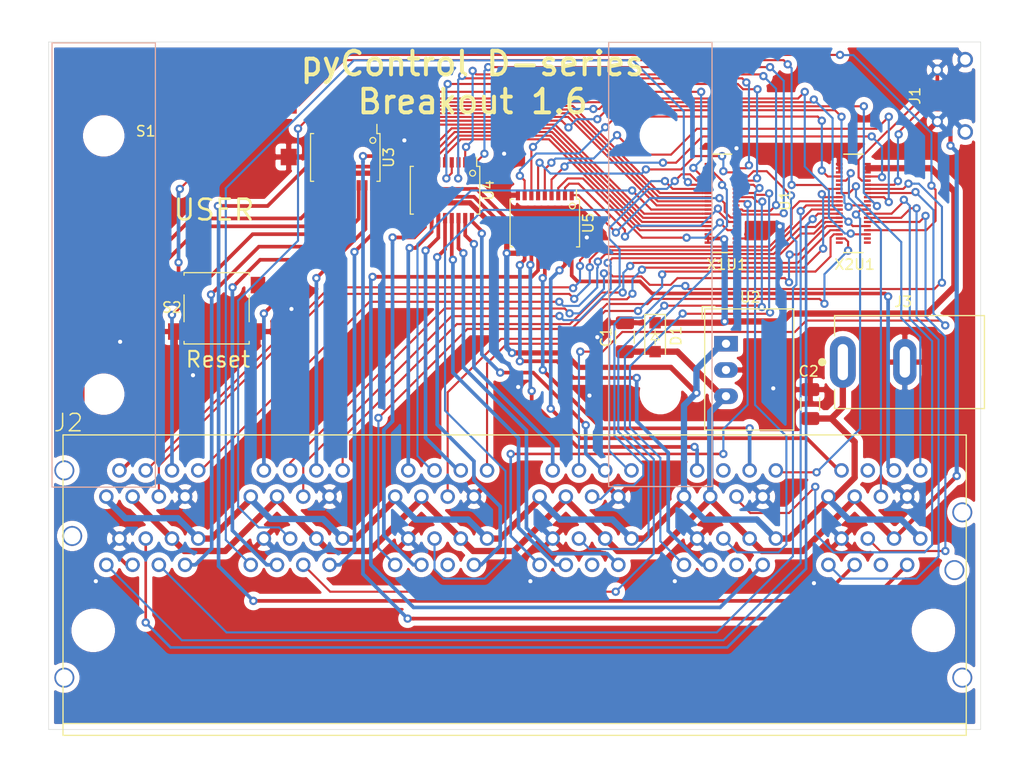
<source format=kicad_pcb>
(kicad_pcb (version 20171130) (host pcbnew "(5.1.5-0)")

  (general
    (thickness 1.6)
    (drawings 7)
    (tracks 1223)
    (zones 0)
    (modules 17)
    (nets 87)
  )

  (page A4)
  (title_block
    (date 2020-02-05)
    (rev 1.6)
  )

  (layers
    (0 F.Cu signal)
    (31 B.Cu signal)
    (32 B.Adhes user)
    (33 F.Adhes user)
    (34 B.Paste user)
    (35 F.Paste user)
    (36 B.SilkS user)
    (37 F.SilkS user)
    (38 B.Mask user)
    (39 F.Mask user)
    (40 Dwgs.User user)
    (41 Cmts.User user)
    (42 Eco1.User user)
    (43 Eco2.User user)
    (44 Edge.Cuts user)
    (45 Margin user)
    (46 B.CrtYd user)
    (47 F.CrtYd user)
    (48 B.Fab user)
    (49 F.Fab user)
  )

  (setup
    (last_trace_width 0.3048)
    (user_trace_width 0.2032)
    (user_trace_width 0.254)
    (user_trace_width 0.3556)
    (user_trace_width 0.6096)
    (trace_clearance 0.1524)
    (zone_clearance 0.508)
    (zone_45_only no)
    (trace_min 0.1524)
    (via_size 0.8)
    (via_drill 0.4)
    (via_min_size 0.4572)
    (via_min_drill 0.2032)
    (uvia_size 0.3)
    (uvia_drill 0.1)
    (uvias_allowed no)
    (uvia_min_size 0.0254)
    (uvia_min_drill 0.0254)
    (edge_width 0.05)
    (segment_width 0.2)
    (pcb_text_width 0.3)
    (pcb_text_size 1.5 1.5)
    (mod_edge_width 0.12)
    (mod_text_size 1 1)
    (mod_text_width 0.15)
    (pad_size 1.524 1.524)
    (pad_drill 0.762)
    (pad_to_mask_clearance 0.2032)
    (solder_mask_min_width 0.2032)
    (aux_axis_origin 0 0)
    (visible_elements FFFFFFFF)
    (pcbplotparams
      (layerselection 0x010fc_ffffffff)
      (usegerberextensions false)
      (usegerberattributes false)
      (usegerberadvancedattributes false)
      (creategerberjobfile false)
      (excludeedgelayer true)
      (linewidth 0.100000)
      (plotframeref false)
      (viasonmask false)
      (mode 1)
      (useauxorigin false)
      (hpglpennumber 1)
      (hpglpenspeed 20)
      (hpglpendiameter 15.000000)
      (psnegative false)
      (psa4output false)
      (plotreference true)
      (plotvalue true)
      (plotinvisibletext false)
      (padsonsilk false)
      (subtractmaskfromsilk false)
      (outputformat 1)
      (mirror false)
      (drillshape 0)
      (scaleselection 1)
      (outputdirectory "manufacturing/"))
  )

  (net 0 "")
  (net 1 /VIN)
  (net 2 /GND)
  (net 3 /5VDC)
  (net 4 /12VDC)
  (net 5 /B2_DAC)
  (net 6 /B1_DAC)
  (net 7 /B2_DA)
  (net 8 /B1_DA)
  (net 9 /B2_DB)
  (net 10 /B1_DB)
  (net 11 /B6_DA)
  (net 12 /B5_DA)
  (net 13 /B4_DA)
  (net 14 /B6_DB)
  (net 15 /B5_DB)
  (net 16 /B4_DB)
  (net 17 /RST)
  (net 18 /USR)
  (net 19 /T3_PA)
  (net 20 /T2_PA)
  (net 21 /T1_PA)
  (net 22 /T1_COMA)
  (net 23 /T3_COMA)
  (net 24 /T2_COMA)
  (net 25 /T1_COMB)
  (net 26 /B1_COMA)
  (net 27 /B2_COMB)
  (net 28 /T2_COMB)
  (net 29 /B2_COMA)
  (net 30 /B1_COMB)
  (net 31 /B2_PB)
  (net 32 /T2_PB)
  (net 33 /B2_PA)
  (net 34 /B1_PB)
  (net 35 /T1_PB)
  (net 36 /B1_PA)
  (net 37 /B3_PA)
  (net 38 /T3_PB)
  (net 39 /B3_PB)
  (net 40 /B3_COMB)
  (net 41 /T3_COMB)
  (net 42 /B3_COMA)
  (net 43 /T6_PA)
  (net 44 /T5_PA)
  (net 45 /T4_PA)
  (net 46 /B4_PA)
  (net 47 /T4_PB)
  (net 48 /B4_PB)
  (net 49 /B4_COMB)
  (net 50 /B4_COMA)
  (net 51 /T4_COMA)
  (net 52 /T4_COMB)
  (net 53 /B5_PB)
  (net 54 /T5_PB)
  (net 55 /B5_PA)
  (net 56 /T6_PB)
  (net 57 /B6_PB)
  (net 58 /B6_PA)
  (net 59 /T6_COMA)
  (net 60 /T6_COMB)
  (net 61 /B6_COMB)
  (net 62 /B5_COMB)
  (net 63 /T5_COMA)
  (net 64 /B6_COMA)
  (net 65 /B5_COMA)
  (net 66 /T5_COMB)
  (net 67 /T6_DA)
  (net 68 /T5_DA)
  (net 69 /T4_DA)
  (net 70 /T3_DA)
  (net 71 /T2_DA)
  (net 72 /T1_DA)
  (net 73 /T6_DB)
  (net 74 /T5_DB)
  (net 75 /T4_DB)
  (net 76 /T3_DB)
  (net 77 /T2_DB)
  (net 78 /T1_DB)
  (net 79 /T1_DC)
  (net 80 /T2_DC)
  (net 81 /B3_DA)
  (net 82 /B3_DB)
  (net 83 /T4_DC)
  (net 84 /T3_DC)
  (net 85 "Net-(J1-PadP3)")
  (net 86 "Net-(J1-PadP2)")

  (net_class Default "This is the default net class."
    (clearance 0.1524)
    (trace_width 0.3048)
    (via_dia 0.8)
    (via_drill 0.4)
    (uvia_dia 0.3)
    (uvia_drill 0.1)
    (add_net /B1_COMA)
    (add_net /B1_COMB)
    (add_net /B1_DA)
    (add_net /B1_DAC)
    (add_net /B1_DB)
    (add_net /B1_PA)
    (add_net /B1_PB)
    (add_net /B2_COMA)
    (add_net /B2_COMB)
    (add_net /B2_DA)
    (add_net /B2_DAC)
    (add_net /B2_DB)
    (add_net /B2_PA)
    (add_net /B2_PB)
    (add_net /B3_COMA)
    (add_net /B3_COMB)
    (add_net /B3_DA)
    (add_net /B3_DB)
    (add_net /B3_PA)
    (add_net /B3_PB)
    (add_net /B4_COMA)
    (add_net /B4_COMB)
    (add_net /B4_DA)
    (add_net /B4_DB)
    (add_net /B4_PA)
    (add_net /B4_PB)
    (add_net /B5_COMA)
    (add_net /B5_COMB)
    (add_net /B5_DA)
    (add_net /B5_DB)
    (add_net /B5_PA)
    (add_net /B5_PB)
    (add_net /B6_COMA)
    (add_net /B6_COMB)
    (add_net /B6_DA)
    (add_net /B6_DB)
    (add_net /B6_PA)
    (add_net /B6_PB)
    (add_net /GND)
    (add_net /RST)
    (add_net /T1_COMA)
    (add_net /T1_COMB)
    (add_net /T1_DA)
    (add_net /T1_DB)
    (add_net /T1_DC)
    (add_net /T1_PA)
    (add_net /T1_PB)
    (add_net /T2_COMA)
    (add_net /T2_COMB)
    (add_net /T2_DA)
    (add_net /T2_DB)
    (add_net /T2_DC)
    (add_net /T2_PA)
    (add_net /T2_PB)
    (add_net /T3_COMA)
    (add_net /T3_COMB)
    (add_net /T3_DA)
    (add_net /T3_DB)
    (add_net /T3_DC)
    (add_net /T3_PA)
    (add_net /T3_PB)
    (add_net /T4_COMA)
    (add_net /T4_COMB)
    (add_net /T4_DA)
    (add_net /T4_DB)
    (add_net /T4_DC)
    (add_net /T4_PA)
    (add_net /T4_PB)
    (add_net /T5_COMA)
    (add_net /T5_COMB)
    (add_net /T5_DA)
    (add_net /T5_DB)
    (add_net /T5_PA)
    (add_net /T5_PB)
    (add_net /T6_COMA)
    (add_net /T6_COMB)
    (add_net /T6_DA)
    (add_net /T6_DB)
    (add_net /T6_PA)
    (add_net /T6_PB)
    (add_net /USR)
    (add_net "Net-(J1-PadP2)")
    (add_net "Net-(J1-PadP3)")
  )

  (net_class POWER ""
    (clearance 0.1524)
    (trace_width 0.4064)
    (via_dia 0.8)
    (via_drill 0.4)
    (uvia_dia 0.3)
    (uvia_drill 0.1)
    (add_net /12VDC)
    (add_net /5VDC)
    (add_net /VIN)
  )

  (module asl_footprints:DC_Jack (layer F.Cu) (tedit 5E21F2FD) (tstamp 5E2256BB)
    (at 180.594 101.092)
    (tags "dc barrel jack 2 pin")
    (path /5CB3092D)
    (fp_text reference J3 (at 5.842 -5.842 180) (layer F.SilkS)
      (effects (font (size 1 1) (thickness 0.15)))
    )
    (fp_text value PJ-037A (at 2.488 5.78193) (layer F.SilkS) hide
      (effects (font (size 1.0012 1.0012) (thickness 0.05)))
    )
    (fp_line (start -0.8 -4.5) (end 13.7 -4.5) (layer Eco2.User) (width 0.127))
    (fp_line (start 13.7 4.5) (end -0.8 4.5) (layer Eco2.User) (width 0.127))
    (fp_line (start 13.7 -4.5) (end 13.7 4.5) (layer F.SilkS) (width 0.127))
    (fp_line (start 13.7 4.5) (end -0.8 4.5) (layer F.SilkS) (width 0.127))
    (fp_line (start -0.8 4.5) (end -0.8 2.65) (layer F.SilkS) (width 0.127))
    (fp_line (start -0.8 -4.5) (end 13.7 -4.5) (layer F.SilkS) (width 0.127))
    (fp_line (start -0.8 -2.55) (end -0.8 -4.5) (layer F.SilkS) (width 0.127))
    (fp_line (start -1.1 -4.75) (end 13.95 -4.75) (layer Eco1.User) (width 0.05))
    (fp_line (start 13.95 -4.75) (end 13.95 4.75) (layer Eco1.User) (width 0.05))
    (fp_line (start 13.95 4.75) (end -1.1 4.75) (layer Eco1.User) (width 0.05))
    (fp_line (start -1.1 4.75) (end -1.1 2.35) (layer Eco1.User) (width 0.05))
    (fp_circle (center -2 0) (end -1.8 0) (layer F.SilkS) (width 0.4))
    (fp_line (start -1.1 -2.25) (end -1.1 -4.75) (layer Eco1.User) (width 0.05))
    (fp_line (start -1.1 -2.25) (end -1.55 -2.25) (layer Eco1.User) (width 0.05))
    (fp_line (start -1.55 -2.25) (end -1.55 2.35) (layer Eco1.User) (width 0.05))
    (fp_line (start -1.55 2.35) (end -1.1 2.35) (layer Eco1.User) (width 0.05))
    (fp_line (start 13.7 -4.5) (end 13.7 4.5) (layer Eco2.User) (width 0.127))
    (pad 1 thru_hole oval (at 0 0 90) (size 5 2.5) (drill oval 3.5 1) (layers *.Cu *.Mask)
      (net 4 /12VDC))
    (pad 2 thru_hole oval (at 6 0 90) (size 4.5 2.25) (drill oval 3 1) (layers *.Cu *.Mask)
      (net 2 /GND))
    (model ${KIPRJMOD}/libs/3d/PJ-037A.step
      (at (xyz 0 0 0))
      (scale (xyz 1 1 1))
      (rotate (xyz 0 0 0))
    )
  )

  (module asl_footprints:RJ45_12Port (layer F.Cu) (tedit 5E21D1F6) (tstamp 5DA66387)
    (at 148.844 122.682)
    (path /5DAC0C4E)
    (fp_text reference J2 (at -44.704 -14.732) (layer F.SilkS)
      (effects (font (size 1.6891 1.6891) (thickness 0.14224)) (justify left bottom))
    )
    (fp_text value 5569263-1 (at 26.45 12.17) (layer F.Fab) hide
      (effects (font (size 1.6891 1.6891) (thickness 0.14224)) (justify left bottom))
    )
    (fp_line (start -43.688 13.3986) (end 43.688 13.3986) (layer F.SilkS) (width 0.127))
    (fp_line (start 43.688 14.5416) (end -43.688 14.5416) (layer F.SilkS) (width 0.127))
    (fp_line (start 43.688 13.3986) (end 43.688 14.5416) (layer F.SilkS) (width 0.127))
    (fp_line (start 43.688 -14.5414) (end 43.688 13.3986) (layer F.SilkS) (width 0.127))
    (fp_line (start -43.688 -14.5414) (end 43.688 -14.5414) (layer F.SilkS) (width 0.127))
    (fp_line (start -43.688 13.3986) (end -43.688 -14.5414) (layer F.SilkS) (width 0.127))
    (fp_line (start -43.688 14.5416) (end -43.688 13.3986) (layer F.SilkS) (width 0.127))
    (pad "" np_thru_hole circle (at 40.513 4.3816) (size 3.2 3.2) (drill 3.2) (layers *.Cu *.Mask))
    (pad "" np_thru_hole circle (at -40.767 4.3816) (size 3.2 3.2) (drill 3.2) (layers *.Cu *.Mask))
    (pad T6-5 thru_hole circle (at 34.163 -11.1084 180) (size 1.4 1.4) (drill 0.9) (layers *.Cu *.Mask)
      (solder_mask_margin 0.1016))
    (pad B6-5 thru_hole circle (at 35.433 -1.9684 180) (size 1.4 1.4) (drill 0.9) (layers *.Cu *.Mask)
      (solder_mask_margin 0.1016))
    (pad T5-5 thru_hole circle (at 20.193 -11.1084 180) (size 1.4 1.4) (drill 0.9) (layers *.Cu *.Mask)
      (solder_mask_margin 0.1016))
    (pad B5-5 thru_hole circle (at 21.463 -1.9684 180) (size 1.4 1.4) (drill 0.9) (layers *.Cu *.Mask)
      (solder_mask_margin 0.1016))
    (pad T4-5 thru_hole circle (at 6.223 -11.1084 180) (size 1.4 1.4) (drill 0.9) (layers *.Cu *.Mask)
      (net 83 /T4_DC) (solder_mask_margin 0.1016))
    (pad B4-5 thru_hole circle (at 7.493 -1.9684 180) (size 1.4 1.4) (drill 0.9) (layers *.Cu *.Mask)
      (solder_mask_margin 0.1016))
    (pad T3-5 thru_hole circle (at -7.747 -11.1084 180) (size 1.4 1.4) (drill 0.9) (layers *.Cu *.Mask)
      (net 84 /T3_DC) (solder_mask_margin 0.1016))
    (pad B3-5 thru_hole circle (at -6.477 -1.9684 180) (size 1.4 1.4) (drill 0.9) (layers *.Cu *.Mask)
      (solder_mask_margin 0.1016))
    (pad T2-5 thru_hole circle (at -21.717 -11.1084 180) (size 1.4 1.4) (drill 0.9) (layers *.Cu *.Mask)
      (net 80 /T2_DC) (solder_mask_margin 0.1016))
    (pad B2-5 thru_hole circle (at -20.447 -1.9684 180) (size 1.4 1.4) (drill 0.9) (layers *.Cu *.Mask)
      (net 5 /B2_DAC) (solder_mask_margin 0.1016))
    (pad T1-5 thru_hole circle (at -35.687 -11.1084 180) (size 1.4 1.4) (drill 0.9) (layers *.Cu *.Mask)
      (net 79 /T1_DC) (solder_mask_margin 0.1016))
    (pad B1-5 thru_hole circle (at -34.417 -1.9684 180) (size 1.4 1.4) (drill 0.9) (layers *.Cu *.Mask)
      (net 6 /B1_DAC) (solder_mask_margin 0.1016))
    (pad S6 thru_hole circle (at 43.307 8.9566) (size 1.9304 1.9304) (drill 1.6) (layers *.Cu *.Mask)
      (solder_mask_margin 0.1016))
    (pad S5 thru_hole circle (at 42.545 -1.4574) (size 1.9304 1.9304) (drill 1.6) (layers *.Cu *.Mask)
      (solder_mask_margin 0.1016))
    (pad S4 thru_hole circle (at 43.307 -7.0454) (size 1.9304 1.9304) (drill 1.6) (layers *.Cu *.Mask)
      (solder_mask_margin 0.1016))
    (pad S1 thru_hole circle (at -43.561 -11.1094) (size 1.9304 1.9304) (drill 1.6) (layers *.Cu *.Mask)
      (solder_mask_margin 0.1016))
    (pad S2 thru_hole circle (at -42.799 -4.7594) (size 1.9304 1.9304) (drill 1.6) (layers *.Cu *.Mask)
      (solder_mask_margin 0.1016))
    (pad S3 thru_hole circle (at -43.561 8.9566) (size 1.9304 1.9304) (drill 1.6) (layers *.Cu *.Mask)
      (solder_mask_margin 0.1016))
    (pad T6-8 thru_hole circle (at 30.353 -8.5684 180) (size 1.4 1.4) (drill 0.9) (layers *.Cu *.Mask)
      (net 4 /12VDC) (solder_mask_margin 0.1016))
    (pad B6-8 thru_hole circle (at 39.243 -4.5084 180) (size 1.4 1.4) (drill 0.9) (layers *.Cu *.Mask)
      (net 4 /12VDC) (solder_mask_margin 0.1016))
    (pad T5-8 thru_hole circle (at 16.383 -8.5684 180) (size 1.4 1.4) (drill 0.9) (layers *.Cu *.Mask)
      (net 4 /12VDC) (solder_mask_margin 0.1016))
    (pad B5-8 thru_hole circle (at 25.273 -4.5084 180) (size 1.4 1.4) (drill 0.9) (layers *.Cu *.Mask)
      (net 4 /12VDC) (solder_mask_margin 0.1016))
    (pad T4-8 thru_hole circle (at 2.413 -8.5684 180) (size 1.4 1.4) (drill 0.9) (layers *.Cu *.Mask)
      (net 4 /12VDC) (solder_mask_margin 0.1016))
    (pad B4-8 thru_hole circle (at 11.303 -4.5084 180) (size 1.4 1.4) (drill 0.9) (layers *.Cu *.Mask)
      (net 4 /12VDC) (solder_mask_margin 0.1016))
    (pad T3-8 thru_hole circle (at -11.557 -8.5684 180) (size 1.4 1.4) (drill 0.9) (layers *.Cu *.Mask)
      (net 4 /12VDC) (solder_mask_margin 0.1016))
    (pad B3-8 thru_hole circle (at -2.667 -4.5084 180) (size 1.4 1.4) (drill 0.9) (layers *.Cu *.Mask)
      (net 4 /12VDC) (solder_mask_margin 0.1016))
    (pad T2-8 thru_hole circle (at -25.527 -8.5684 180) (size 1.4 1.4) (drill 0.9) (layers *.Cu *.Mask)
      (net 4 /12VDC) (solder_mask_margin 0.1016))
    (pad B2-8 thru_hole circle (at -16.637 -4.5084 180) (size 1.4 1.4) (drill 0.9) (layers *.Cu *.Mask)
      (net 4 /12VDC) (solder_mask_margin 0.1016))
    (pad T1-8 thru_hole circle (at -39.497 -8.5684 180) (size 1.4 1.4) (drill 0.9) (layers *.Cu *.Mask)
      (net 4 /12VDC) (solder_mask_margin 0.1016))
    (pad B1-8 thru_hole circle (at -30.607 -4.5084 180) (size 1.4 1.4) (drill 0.9) (layers *.Cu *.Mask)
      (net 4 /12VDC) (solder_mask_margin 0.1016))
    (pad T6-2 thru_hole circle (at 37.973 -8.5684 180) (size 1.4 1.4) (drill 0.9) (layers *.Cu *.Mask)
      (net 2 /GND) (solder_mask_margin 0.1016))
    (pad B6-2 thru_hole circle (at 31.623 -4.5084 180) (size 1.4 1.4) (drill 0.9) (layers *.Cu *.Mask)
      (net 2 /GND) (solder_mask_margin 0.1016))
    (pad T5-2 thru_hole circle (at 24.003 -8.5684 180) (size 1.4 1.4) (drill 0.9) (layers *.Cu *.Mask)
      (net 2 /GND) (solder_mask_margin 0.1016))
    (pad B5-2 thru_hole circle (at 17.653 -4.5084 180) (size 1.4 1.4) (drill 0.9) (layers *.Cu *.Mask)
      (net 2 /GND) (solder_mask_margin 0.1016))
    (pad T4-2 thru_hole circle (at 10.033 -8.5684 180) (size 1.4 1.4) (drill 0.9) (layers *.Cu *.Mask)
      (net 2 /GND) (solder_mask_margin 0.1016))
    (pad B4-2 thru_hole circle (at 3.683 -4.5084 180) (size 1.4 1.4) (drill 0.9) (layers *.Cu *.Mask)
      (net 2 /GND) (solder_mask_margin 0.1016))
    (pad T3-2 thru_hole circle (at -3.937 -8.5684 180) (size 1.4 1.4) (drill 0.9) (layers *.Cu *.Mask)
      (net 2 /GND) (solder_mask_margin 0.1016))
    (pad B3-2 thru_hole circle (at -10.287 -4.5084 180) (size 1.4 1.4) (drill 0.9) (layers *.Cu *.Mask)
      (net 2 /GND) (solder_mask_margin 0.1016))
    (pad T2-2 thru_hole circle (at -17.907 -8.5684 180) (size 1.4 1.4) (drill 0.9) (layers *.Cu *.Mask)
      (net 2 /GND) (solder_mask_margin 0.1016))
    (pad B2-2 thru_hole circle (at -24.257 -4.5084 180) (size 1.4 1.4) (drill 0.9) (layers *.Cu *.Mask)
      (net 2 /GND) (solder_mask_margin 0.1016))
    (pad T1-2 thru_hole circle (at -31.877 -8.5684 180) (size 1.4 1.4) (drill 0.9) (layers *.Cu *.Mask)
      (net 2 /GND) (solder_mask_margin 0.1016))
    (pad B1-2 thru_hole circle (at -38.227 -4.5084 180) (size 1.4 1.4) (drill 0.9) (layers *.Cu *.Mask)
      (net 2 /GND) (solder_mask_margin 0.1016))
    (pad T6-1 thru_hole circle (at 39.243 -11.1084 180) (size 1.4 1.4) (drill 0.9) (layers *.Cu *.Mask)
      (net 67 /T6_DA) (solder_mask_margin 0.1016))
    (pad B6-1 thru_hole circle (at 30.353 -1.9684 180) (size 1.4 1.4) (drill 0.9) (layers *.Cu *.Mask)
      (net 11 /B6_DA) (solder_mask_margin 0.1016))
    (pad T5-1 thru_hole circle (at 25.273 -11.1084 180) (size 1.4 1.4) (drill 0.9) (layers *.Cu *.Mask)
      (net 68 /T5_DA) (solder_mask_margin 0.1016))
    (pad B5-1 thru_hole circle (at 16.383 -1.9684 180) (size 1.4 1.4) (drill 0.9) (layers *.Cu *.Mask)
      (net 12 /B5_DA) (solder_mask_margin 0.1016))
    (pad T4-1 thru_hole circle (at 11.303 -11.1084 180) (size 1.4 1.4) (drill 0.9) (layers *.Cu *.Mask)
      (net 69 /T4_DA) (solder_mask_margin 0.1016))
    (pad B4-1 thru_hole circle (at 2.413 -1.9684 180) (size 1.4 1.4) (drill 0.9) (layers *.Cu *.Mask)
      (net 13 /B4_DA) (solder_mask_margin 0.1016))
    (pad T3-1 thru_hole circle (at -2.667 -11.1084 180) (size 1.4 1.4) (drill 0.9) (layers *.Cu *.Mask)
      (net 70 /T3_DA) (solder_mask_margin 0.1016))
    (pad B3-1 thru_hole circle (at -11.557 -1.9684 180) (size 1.4 1.4) (drill 0.9) (layers *.Cu *.Mask)
      (net 81 /B3_DA) (solder_mask_margin 0.1016))
    (pad T2-1 thru_hole circle (at -16.637 -11.1084 180) (size 1.4 1.4) (drill 0.9) (layers *.Cu *.Mask)
      (net 71 /T2_DA) (solder_mask_margin 0.1016))
    (pad B2-1 thru_hole circle (at -25.527 -1.9684 180) (size 1.4 1.4) (drill 0.9) (layers *.Cu *.Mask)
      (net 7 /B2_DA) (solder_mask_margin 0.1016))
    (pad T1-1 thru_hole circle (at -30.607 -11.1084 180) (size 1.4 1.4) (drill 0.9) (layers *.Cu *.Mask)
      (net 72 /T1_DA) (solder_mask_margin 0.1016))
    (pad B1-1 thru_hole circle (at -39.497 -1.9684 180) (size 1.4 1.4) (drill 0.9) (layers *.Cu *.Mask)
      (net 8 /B1_DA) (solder_mask_margin 0.1016))
    (pad T6-3 thru_hole circle (at 36.703 -11.1084 180) (size 1.4 1.4) (drill 0.9) (layers *.Cu *.Mask)
      (net 43 /T6_PA) (solder_mask_margin 0.1016))
    (pad B6-3 thru_hole circle (at 32.893 -1.9684 180) (size 1.4 1.4) (drill 0.9) (layers *.Cu *.Mask)
      (net 58 /B6_PA) (solder_mask_margin 0.1016))
    (pad T5-3 thru_hole circle (at 22.733 -11.1084 180) (size 1.4 1.4) (drill 0.9) (layers *.Cu *.Mask)
      (net 44 /T5_PA) (solder_mask_margin 0.1016))
    (pad B5-3 thru_hole circle (at 18.923 -1.9684 180) (size 1.4 1.4) (drill 0.9) (layers *.Cu *.Mask)
      (net 55 /B5_PA) (solder_mask_margin 0.1016))
    (pad T4-3 thru_hole circle (at 8.763 -11.1084 180) (size 1.4 1.4) (drill 0.9) (layers *.Cu *.Mask)
      (net 45 /T4_PA) (solder_mask_margin 0.1016))
    (pad B4-3 thru_hole circle (at 4.953 -1.9684 180) (size 1.4 1.4) (drill 0.9) (layers *.Cu *.Mask)
      (net 46 /B4_PA) (solder_mask_margin 0.1016))
    (pad T3-3 thru_hole circle (at -5.207 -11.1084 180) (size 1.4 1.4) (drill 0.9) (layers *.Cu *.Mask)
      (net 19 /T3_PA) (solder_mask_margin 0.1016))
    (pad B3-3 thru_hole circle (at -9.017 -1.9684 180) (size 1.4 1.4) (drill 0.9) (layers *.Cu *.Mask)
      (net 37 /B3_PA) (solder_mask_margin 0.1016))
    (pad T2-3 thru_hole circle (at -19.177 -11.1084 180) (size 1.4 1.4) (drill 0.9) (layers *.Cu *.Mask)
      (net 20 /T2_PA) (solder_mask_margin 0.1016))
    (pad B2-3 thru_hole circle (at -22.987 -1.9684 180) (size 1.4 1.4) (drill 0.9) (layers *.Cu *.Mask)
      (net 33 /B2_PA) (solder_mask_margin 0.1016))
    (pad T1-3 thru_hole circle (at -33.147 -11.1084 180) (size 1.4 1.4) (drill 0.9) (layers *.Cu *.Mask)
      (net 21 /T1_PA) (solder_mask_margin 0.1016))
    (pad B1-3 thru_hole circle (at -36.957 -1.9684 180) (size 1.4 1.4) (drill 0.9) (layers *.Cu *.Mask)
      (net 36 /B1_PA) (solder_mask_margin 0.1016))
    (pad T6-6 thru_hole circle (at 32.893 -8.5684 180) (size 1.4 1.4) (drill 0.9) (layers *.Cu *.Mask)
      (net 3 /5VDC) (solder_mask_margin 0.1016))
    (pad B6-6 thru_hole circle (at 36.703 -4.5084 180) (size 1.4 1.4) (drill 0.9) (layers *.Cu *.Mask)
      (net 3 /5VDC) (solder_mask_margin 0.1016))
    (pad T5-6 thru_hole circle (at 18.923 -8.5684 180) (size 1.4 1.4) (drill 0.9) (layers *.Cu *.Mask)
      (net 3 /5VDC) (solder_mask_margin 0.1016))
    (pad B5-6 thru_hole circle (at 22.733 -4.5084 180) (size 1.4 1.4) (drill 0.9) (layers *.Cu *.Mask)
      (net 3 /5VDC) (solder_mask_margin 0.1016))
    (pad T4-6 thru_hole circle (at 4.953 -8.5684 180) (size 1.4 1.4) (drill 0.9) (layers *.Cu *.Mask)
      (net 3 /5VDC) (solder_mask_margin 0.1016))
    (pad B4-6 thru_hole circle (at 8.763 -4.5084 180) (size 1.4 1.4) (drill 0.9) (layers *.Cu *.Mask)
      (net 3 /5VDC) (solder_mask_margin 0.1016))
    (pad T3-6 thru_hole circle (at -9.017 -8.5684 180) (size 1.4 1.4) (drill 0.9) (layers *.Cu *.Mask)
      (net 3 /5VDC) (solder_mask_margin 0.1016))
    (pad B3-6 thru_hole circle (at -5.207 -4.5084 180) (size 1.4 1.4) (drill 0.9) (layers *.Cu *.Mask)
      (net 3 /5VDC) (solder_mask_margin 0.1016))
    (pad T2-6 thru_hole circle (at -22.987 -8.5684 180) (size 1.4 1.4) (drill 0.9) (layers *.Cu *.Mask)
      (net 3 /5VDC) (solder_mask_margin 0.1016))
    (pad B2-6 thru_hole circle (at -19.177 -4.5084 180) (size 1.4 1.4) (drill 0.9) (layers *.Cu *.Mask)
      (net 3 /5VDC) (solder_mask_margin 0.1016))
    (pad T1-6 thru_hole circle (at -36.957 -8.5684 180) (size 1.4 1.4) (drill 0.9) (layers *.Cu *.Mask)
      (net 3 /5VDC) (solder_mask_margin 0.1016))
    (pad B1-6 thru_hole circle (at -33.147 -4.5084 180) (size 1.4 1.4) (drill 0.9) (layers *.Cu *.Mask)
      (net 3 /5VDC) (solder_mask_margin 0.1016))
    (pad T6-4 thru_hole circle (at 35.433 -8.5684 180) (size 1.4 1.4) (drill 0.9) (layers *.Cu *.Mask)
      (net 73 /T6_DB) (solder_mask_margin 0.1016))
    (pad B6-4 thru_hole circle (at 34.163 -4.5084 180) (size 1.4 1.4) (drill 0.9) (layers *.Cu *.Mask)
      (net 14 /B6_DB) (solder_mask_margin 0.1016))
    (pad T5-4 thru_hole circle (at 21.463 -8.5684 180) (size 1.4 1.4) (drill 0.9) (layers *.Cu *.Mask)
      (net 74 /T5_DB) (solder_mask_margin 0.1016))
    (pad B5-4 thru_hole circle (at 20.193 -4.5084 180) (size 1.4 1.4) (drill 0.9) (layers *.Cu *.Mask)
      (net 15 /B5_DB) (solder_mask_margin 0.1016))
    (pad T4-4 thru_hole circle (at 7.493 -8.5684 180) (size 1.4 1.4) (drill 0.9) (layers *.Cu *.Mask)
      (net 75 /T4_DB) (solder_mask_margin 0.1016))
    (pad B4-4 thru_hole circle (at 6.223 -4.5084 180) (size 1.4 1.4) (drill 0.9) (layers *.Cu *.Mask)
      (net 16 /B4_DB) (solder_mask_margin 0.1016))
    (pad T3-4 thru_hole circle (at -6.477 -8.5684 180) (size 1.4 1.4) (drill 0.9) (layers *.Cu *.Mask)
      (net 76 /T3_DB) (solder_mask_margin 0.1016))
    (pad B3-4 thru_hole circle (at -7.747 -4.5084 180) (size 1.4 1.4) (drill 0.9) (layers *.Cu *.Mask)
      (net 82 /B3_DB) (solder_mask_margin 0.1016))
    (pad T2-4 thru_hole circle (at -20.447 -8.5684 180) (size 1.4 1.4) (drill 0.9) (layers *.Cu *.Mask)
      (net 77 /T2_DB) (solder_mask_margin 0.1016))
    (pad B2-4 thru_hole circle (at -21.717 -4.5084 180) (size 1.4 1.4) (drill 0.9) (layers *.Cu *.Mask)
      (net 9 /B2_DB) (solder_mask_margin 0.1016))
    (pad T1-4 thru_hole circle (at -34.417 -8.5684 180) (size 1.4 1.4) (drill 0.9) (layers *.Cu *.Mask)
      (net 78 /T1_DB) (solder_mask_margin 0.1016))
    (pad B1-4 thru_hole circle (at -35.687 -4.5084 180) (size 1.4 1.4) (drill 0.9) (layers *.Cu *.Mask)
      (net 10 /B1_DB) (solder_mask_margin 0.1016))
    (pad T6-7 thru_hole circle (at 31.623 -11.1084 180) (size 1.4 1.4) (drill 0.9) (layers *.Cu *.Mask)
      (net 56 /T6_PB) (solder_mask_margin 0.1016))
    (pad B6-7 thru_hole circle (at 37.973 -1.9684 180) (size 1.4 1.4) (drill 0.9) (layers *.Cu *.Mask)
      (net 57 /B6_PB) (solder_mask_margin 0.1016))
    (pad T5-7 thru_hole circle (at 17.653 -11.1084 180) (size 1.4 1.4) (drill 0.9) (layers *.Cu *.Mask)
      (net 54 /T5_PB) (solder_mask_margin 0.1016))
    (pad B5-7 thru_hole circle (at 24.003 -1.9684 180) (size 1.4 1.4) (drill 0.9) (layers *.Cu *.Mask)
      (net 53 /B5_PB) (solder_mask_margin 0.1016))
    (pad T4-7 thru_hole circle (at 3.683 -11.1084 180) (size 1.4 1.4) (drill 0.9) (layers *.Cu *.Mask)
      (net 47 /T4_PB) (solder_mask_margin 0.1016))
    (pad B4-7 thru_hole circle (at 10.033 -1.9684 180) (size 1.4 1.4) (drill 0.9) (layers *.Cu *.Mask)
      (net 48 /B4_PB) (solder_mask_margin 0.1016))
    (pad T3-7 thru_hole circle (at -10.287 -11.1084 180) (size 1.4 1.4) (drill 0.9) (layers *.Cu *.Mask)
      (net 38 /T3_PB) (solder_mask_margin 0.1016))
    (pad B3-7 thru_hole circle (at -3.937 -1.9684 180) (size 1.4 1.4) (drill 0.9) (layers *.Cu *.Mask)
      (net 39 /B3_PB) (solder_mask_margin 0.1016))
    (pad T2-7 thru_hole circle (at -24.257 -11.1084 180) (size 1.4 1.4) (drill 0.9) (layers *.Cu *.Mask)
      (net 32 /T2_PB) (solder_mask_margin 0.1016))
    (pad B2-7 thru_hole circle (at -17.907 -1.9684 180) (size 1.4 1.4) (drill 0.9) (layers *.Cu *.Mask)
      (net 31 /B2_PB) (solder_mask_margin 0.1016))
    (pad T1-7 thru_hole circle (at -38.227 -11.1084 180) (size 1.4 1.4) (drill 0.9) (layers *.Cu *.Mask)
      (net 35 /T1_PB) (solder_mask_margin 0.1016))
    (pad B1-7 thru_hole circle (at -31.877 -1.9684 180) (size 1.4 1.4) (drill 0.9) (layers *.Cu *.Mask)
      (net 34 /B1_PB) (solder_mask_margin 0.1016))
    (model ${KIPRJMOD}/libs/3d/RJ45_12port.step
      (at (xyz 0 0 0))
      (scale (xyz 1 1 1))
      (rotate (xyz 0 0 0))
    )
  )

  (module asl_footprints:Hirose_40_pin (layer F.Cu) (tedit 5D3772A9) (tstamp 5D439A0C)
    (at 168.91 85.725)
    (path /5D3C3509)
    (fp_text reference X1U1 (at 0.46 5.92) (layer F.SilkS)
      (effects (font (size 1 1) (thickness 0.15)))
    )
    (fp_text value "DF40HC(4.0)-40DS-0.4V(70)" (at 0.31 -6.02) (layer F.Fab)
      (effects (font (size 1 1) (thickness 0.15)))
    )
    (fp_line (start -0.925 4.76) (end 0.925 4.76) (layer F.SilkS) (width 0.127))
    (fp_line (start -0.925 4.76) (end 0.925 4.76) (layer Eco2.User) (width 0.127))
    (fp_line (start -0.925 -4.76) (end -0.925 4.76) (layer Eco2.User) (width 0.127))
    (fp_line (start 0.925 -4.76) (end -0.925 -4.76) (layer Eco2.User) (width 0.127))
    (fp_line (start 1.935 5.01) (end 1.935 -5.01) (layer Eco1.User) (width 0.05))
    (fp_line (start 1.935 -5.01) (end -1.935 -5.01) (layer Eco1.User) (width 0.05))
    (fp_line (start -1.935 -5.01) (end -1.935 5.01) (layer Eco1.User) (width 0.05))
    (fp_line (start 0.925 4.76) (end 0.925 -4.76) (layer Eco2.User) (width 0.127))
    (fp_line (start 0.925 -4.76) (end -0.925 -4.76) (layer F.SilkS) (width 0.127))
    (fp_line (start -1.935 5.01) (end 1.935 5.01) (layer Eco1.User) (width 0.05))
  )

  (module asl_footprints:12mm_tactile_smd (layer F.Cu) (tedit 5E20F526) (tstamp 5D43AB93)
    (at 120.015 78.74)
    (descr "Surface Mount Tactile Switch for High-Density Packaging")
    (tags "Tactile Switch")
    (path /5D3CC44A)
    (attr smd)
    (fp_text reference S1 (at -6.858 0) (layer F.SilkS)
      (effects (font (size 1 1) (thickness 0.15)))
    )
    (fp_text value TL3300DF160Q (at 0.1 6.81) (layer F.Fab)
      (effects (font (size 1 1) (thickness 0.15)))
    )
    (fp_circle (center 0 0) (end 3.55 0) (layer F.Fab) (width 0.1))
    (fp_line (start -6 -6) (end -6 6) (layer F.CrtYd) (width 0.05))
    (fp_line (start 6 -6) (end -6 -6) (layer F.CrtYd) (width 0.05))
    (fp_line (start 6 6) (end 6 -6) (layer F.CrtYd) (width 0.05))
    (fp_line (start -6 6) (end 6 6) (layer F.CrtYd) (width 0.05))
    (fp_text user %R (at 0.07 -6.67) (layer F.Fab)
      (effects (font (size 1 1) (thickness 0.15)))
    )
    (pad 1 smd rect (at 6.975 2.5) (size 1.55 1.6) (layers F.Cu F.Paste F.Mask)
      (net 2 /GND))
    (pad 2 smd rect (at -6.975 2.5) (size 1.55 1.6) (layers F.Cu F.Paste F.Mask)
      (net 2 /GND))
    (pad 3 smd rect (at 6.975 -2.5) (size 1.55 1.6) (layers F.Cu F.Paste F.Mask)
      (net 18 /USR))
    (pad 4 smd rect (at -6.975 -2.5) (size 1.55 1.6) (layers F.Cu F.Paste F.Mask))
    (model ${KIPRJMOD}/libs/3d/12mm_tactile_smd.step
      (at (xyz 0 0 0))
      (scale (xyz 1 1 1))
      (rotate (xyz 0 0 0))
    )
  )

  (module asl_footprints:Hirose_40_pin (layer F.Cu) (tedit 5D3772A9) (tstamp 5D48AF95)
    (at 181.61 85.725)
    (path /5D3C2F6B)
    (fp_text reference X2U1 (at 0.127 5.92) (layer F.SilkS)
      (effects (font (size 1 1) (thickness 0.15)))
    )
    (fp_text value "DF40HC(4.0)-40DS-0.4V(70)" (at 0.31 -6.02) (layer F.Fab)
      (effects (font (size 1 1) (thickness 0.15)))
    )
    (fp_line (start -0.925 4.76) (end 0.925 4.76) (layer F.SilkS) (width 0.127))
    (fp_line (start -0.925 4.76) (end 0.925 4.76) (layer Eco2.User) (width 0.127))
    (fp_line (start -0.925 -4.76) (end -0.925 4.76) (layer Eco2.User) (width 0.127))
    (fp_line (start 0.925 -4.76) (end -0.925 -4.76) (layer Eco2.User) (width 0.127))
    (fp_line (start 1.935 5.01) (end 1.935 -5.01) (layer Eco1.User) (width 0.05))
    (fp_line (start 1.935 -5.01) (end -1.935 -5.01) (layer Eco1.User) (width 0.05))
    (fp_line (start -1.935 -5.01) (end -1.935 5.01) (layer Eco1.User) (width 0.05))
    (fp_line (start 0.925 4.76) (end 0.925 -4.76) (layer Eco2.User) (width 0.127))
    (fp_line (start 0.925 -4.76) (end -0.925 -4.76) (layer F.SilkS) (width 0.127))
    (fp_line (start -1.935 5.01) (end 1.935 5.01) (layer Eco1.User) (width 0.05))
  )

  (module asl_footprints:microUSB_horizontal_socket (layer F.Cu) (tedit 5E21F6BE) (tstamp 5D365A38)
    (at 191.168 75.311 90)
    (descr "Micro usb reinforced horizontal socket")
    (tags "usb socket micro reinforced ")
    (path /5D41378A)
    (fp_text reference J1 (at 0 -3.589 90) (layer F.SilkS)
      (effects (font (size 1 1) (thickness 0.15)))
    )
    (fp_text value 10118194-0001LF (at 0 -3.81 90) (layer F.Fab)
      (effects (font (size 1 1) (thickness 0.15)))
    )
    (fp_line (start -5.08 2.72) (end 5.08 2.72) (layer F.Fab) (width 0.12))
    (pad P4 smd rect (at 0.65 -1.43 180) (size 1.35 0.4) (layers F.Cu F.Paste F.Mask)
      (solder_mask_margin 0.1016))
    (pad P3 smd rect (at 0 -1.43 180) (size 1.35 0.4) (layers F.Cu F.Paste F.Mask)
      (net 85 "Net-(J1-PadP3)") (solder_mask_margin 0.1016))
    (pad P5 smd rect (at 1.3 -1.43 180) (size 1.35 0.4) (layers F.Cu F.Paste F.Mask)
      (net 2 /GND) (solder_mask_margin 0.1016))
    (pad G1 thru_hole circle (at -3.4996 1.27 90) (size 1.5 1.5) (drill 1) (layers *.Cu *.Mask)
      (net 2 /GND) (solder_mask_margin 0.1016))
    (pad G2 thru_hole circle (at 3.4996 1.27 90) (size 1.5 1.5) (drill 1) (layers *.Cu *.Mask)
      (net 2 /GND) (solder_mask_margin 0.1016))
    (pad G3 thru_hole circle (at 2.5 -1.43 90) (size 1.0556 1.0556) (drill 0.7) (layers *.Cu *.Mask)
      (net 2 /GND) (solder_mask_margin 0.1016))
    (pad P2 smd rect (at -0.65 -1.43 180) (size 1.35 0.4) (layers F.Cu F.Paste F.Mask)
      (net 86 "Net-(J1-PadP2)") (solder_mask_margin 0.1016))
    (pad P1 smd rect (at -1.3 -1.43 180) (size 1.35 0.4) (layers F.Cu F.Paste F.Mask)
      (net 3 /5VDC) (solder_mask_margin 0.1016))
    (pad G4 thru_hole circle (at -2.5 -1.43 90) (size 1.0556 1.0556) (drill 0.7) (layers *.Cu *.Mask)
      (net 2 /GND) (solder_mask_margin 0.1016))
    (model ${KISYS3DMOD}/Connector_USB.3dshapes/USB_Micro-B_Molex_47346-0001.step
      (at (xyz 0 0 0))
      (scale (xyz 1 1 1))
      (rotate (xyz 0 0 0))
    )
  )

  (module asl_footprints:PyBoard_D-Series (layer F.Cu) (tedit 5D42F878) (tstamp 5D48B72B)
    (at 175.26 85.725)
    (path /5CABD5DA)
    (fp_text reference U1 (at -0.254 -0.254 90) (layer F.SilkS)
      (effects (font (size 1 1) (thickness 0.15)))
    )
    (fp_text value pyboard-D-series (at 0.508 -8.636) (layer F.Fab)
      (effects (font (size 1 1) (thickness 0.15)))
    )
    (fp_line (start 16.256 -4.064) (end 12.192 -4.064) (layer F.Fab) (width 0.12))
    (fp_line (start 12.192 -4.064) (end 12.192 4.064) (layer F.Fab) (width 0.12))
    (fp_line (start 12.192 4.064) (end 16.256 4.064) (layer F.Fab) (width 0.12))
    (fp_line (start 16.256 4.064) (end 16.256 -4.064) (layer F.Fab) (width 0.12))
    (fp_line (start 12.7 6.604) (end 10.668 6.604) (layer F.Fab) (width 0.12))
    (fp_line (start 10.668 6.604) (end 10.668 8.636) (layer F.Fab) (width 0.12))
    (fp_line (start 10.668 8.636) (end 12.7 8.636) (layer F.Fab) (width 0.12))
    (fp_line (start 12.7 8.636) (end 12.7 6.604) (layer F.Fab) (width 0.12))
    (fp_line (start 12.7 -6.604) (end 12.7 -8.636) (layer F.Fab) (width 0.12))
    (fp_line (start 10.668 -6.604) (end 12.7 -6.604) (layer F.Fab) (width 0.12))
    (fp_line (start 10.668 -8.636) (end 10.668 -6.604) (layer F.Fab) (width 0.12))
    (fp_line (start 12.7 -8.636) (end 10.668 -8.636) (layer F.Fab) (width 0.12))
    (fp_circle (center 11.684 -7.62) (end 12.192 -7.62) (layer F.Fab) (width 0.12))
    (fp_circle (center 11.684 7.62) (end 12.192 7.62) (layer F.Fab) (width 0.12))
    (fp_line (start 15.9 -11.9) (end 15.9 11.9) (layer F.Fab) (width 0.12))
    (fp_line (start 15.9 -11.9) (end -17.6 -11.9) (layer F.Fab) (width 0.12))
    (fp_line (start -17.6 11.9) (end 15.9 11.9) (layer F.Fab) (width 0.12))
    (fp_line (start -17.6 11.9) (end -17.6 -11.9) (layer F.Fab) (width 0.12))
    (fp_line (start -7.275 -4.76) (end -7.275 4.76) (layer Eco2.User) (width 0.127))
    (fp_line (start -7.275 4.76) (end -5.425 4.76) (layer Eco2.User) (width 0.127))
    (fp_line (start -7.275 4.76) (end -5.425 4.76) (layer F.SilkS) (width 0.127))
    (fp_line (start -8.285 5.01) (end -4.415 5.01) (layer Eco1.User) (width 0.05))
    (fp_line (start -5.425 -4.76) (end -7.275 -4.76) (layer F.SilkS) (width 0.127))
    (fp_line (start -5.425 4.76) (end -5.425 -4.76) (layer Eco2.User) (width 0.127))
    (fp_line (start -8.285 -5.01) (end -8.285 5.01) (layer Eco1.User) (width 0.05))
    (fp_line (start -4.415 -5.01) (end -8.285 -5.01) (layer Eco1.User) (width 0.05))
    (fp_line (start -4.415 5.01) (end -4.415 -5.01) (layer Eco1.User) (width 0.05))
    (fp_line (start -5.425 -4.76) (end -7.275 -4.76) (layer Eco2.User) (width 0.127))
    (fp_line (start 5.425 4.76) (end 7.275 4.76) (layer F.SilkS) (width 0.127))
    (fp_line (start 5.425 4.76) (end 7.275 4.76) (layer Eco2.User) (width 0.127))
    (fp_line (start 5.425 -4.76) (end 5.425 4.76) (layer Eco2.User) (width 0.127))
    (fp_line (start 7.275 -4.76) (end 5.425 -4.76) (layer Eco2.User) (width 0.127))
    (fp_line (start 8.285 5.01) (end 8.285 -5.01) (layer Eco1.User) (width 0.05))
    (fp_line (start 8.285 -5.01) (end 4.415 -5.01) (layer Eco1.User) (width 0.05))
    (fp_line (start 4.415 -5.01) (end 4.415 5.01) (layer Eco1.User) (width 0.05))
    (fp_line (start 7.275 4.76) (end 7.275 -4.76) (layer Eco2.User) (width 0.127))
    (fp_line (start 7.275 -4.76) (end 5.425 -4.76) (layer F.SilkS) (width 0.127))
    (fp_line (start 4.415 5.01) (end 8.285 5.01) (layer Eco1.User) (width 0.05))
    (pad 13 smd rect (at -4.995 -1.4 90) (size 0.23 0.66) (layers F.Cu F.Paste F.Mask))
    (pad 12 smd rect (at -7.705 -1.8 270) (size 0.23 0.66) (layers F.Cu F.Paste F.Mask)
      (net 7 /B2_DA))
    (pad 11 smd rect (at -4.995 -1.8 90) (size 0.23 0.66) (layers F.Cu F.Paste F.Mask)
      (net 15 /B5_DB))
    (pad 10 smd rect (at -7.705 -2.2 270) (size 0.23 0.66) (layers F.Cu F.Paste F.Mask)
      (net 69 /T4_DA))
    (pad 40 smd rect (at -7.705 3.8 270) (size 0.23 0.66) (layers F.Cu F.Paste F.Mask)
      (net 1 /VIN))
    (pad 39 smd rect (at -4.995 3.8 90) (size 0.23 0.66) (layers F.Cu F.Paste F.Mask)
      (net 2 /GND))
    (pad 38 smd rect (at -7.705 3.4 270) (size 0.23 0.66) (layers F.Cu F.Paste F.Mask)
      (net 1 /VIN))
    (pad 37 smd rect (at -4.995 3.4 90) (size 0.23 0.66) (layers F.Cu F.Paste F.Mask)
      (net 2 /GND))
    (pad 36 smd rect (at -7.705 3 270) (size 0.23 0.66) (layers F.Cu F.Paste F.Mask)
      (net 1 /VIN))
    (pad 35 smd rect (at -4.995 3 90) (size 0.23 0.66) (layers F.Cu F.Paste F.Mask)
      (net 2 /GND))
    (pad 34 smd rect (at -7.705 2.6 270) (size 0.23 0.66) (layers F.Cu F.Paste F.Mask)
      (net 40 /B3_COMB))
    (pad 33 smd rect (at -4.995 2.6 90) (size 0.23 0.66) (layers F.Cu F.Paste F.Mask)
      (net 61 /B6_COMB))
    (pad 32 smd rect (at -7.705 2.2 270) (size 0.23 0.66) (layers F.Cu F.Paste F.Mask)
      (net 23 /T3_COMA))
    (pad 31 smd rect (at -4.995 2.2 90) (size 0.23 0.66) (layers F.Cu F.Paste F.Mask))
    (pad 30 smd rect (at -7.705 1.8 270) (size 0.23 0.66) (layers F.Cu F.Paste F.Mask)
      (net 41 /T3_COMB))
    (pad 29 smd rect (at -4.995 1.8 90) (size 0.23 0.66) (layers F.Cu F.Paste F.Mask)
      (net 60 /T6_COMB))
    (pad 28 smd rect (at -7.705 1.4 270) (size 0.23 0.66) (layers F.Cu F.Paste F.Mask)
      (net 42 /B3_COMA))
    (pad 27 smd rect (at -4.995 1.4 90) (size 0.23 0.66) (layers F.Cu F.Paste F.Mask)
      (net 59 /T6_COMA))
    (pad 26 smd rect (at -7.705 1 270) (size 0.23 0.66) (layers F.Cu F.Paste F.Mask)
      (net 27 /B2_COMB))
    (pad 25 smd rect (at -4.995 1 90) (size 0.23 0.66) (layers F.Cu F.Paste F.Mask)
      (net 51 /T4_COMA))
    (pad 24 smd rect (at -7.705 0.6 270) (size 0.23 0.66) (layers F.Cu F.Paste F.Mask)
      (net 84 /T3_DC))
    (pad 23 smd rect (at -4.995 0.6 90) (size 0.23 0.66) (layers F.Cu F.Paste F.Mask)
      (net 52 /T4_COMB))
    (pad 22 smd rect (at -7.705 0.2 270) (size 0.23 0.66) (layers F.Cu F.Paste F.Mask)
      (net 28 /T2_COMB))
    (pad 21 smd rect (at -4.995 0.2 90) (size 0.23 0.66) (layers F.Cu F.Paste F.Mask))
    (pad 20 smd rect (at -7.705 -0.2 270) (size 0.23 0.66) (layers F.Cu F.Paste F.Mask)
      (net 29 /B2_COMA))
    (pad 19 smd rect (at -4.995 -0.2 90) (size 0.23 0.66) (layers F.Cu F.Paste F.Mask)
      (net 13 /B4_DA))
    (pad 18 smd rect (at -7.705 -0.6 270) (size 0.23 0.66) (layers F.Cu F.Paste F.Mask)
      (net 30 /B1_COMB))
    (pad 17 smd rect (at -4.995 -0.6 90) (size 0.23 0.66) (layers F.Cu F.Paste F.Mask)
      (net 16 /B4_DB))
    (pad 16 smd rect (at -7.705 -1 270) (size 0.23 0.66) (layers F.Cu F.Paste F.Mask)
      (net 22 /T1_COMA))
    (pad 15 smd rect (at -4.995 -1 90) (size 0.23 0.66) (layers F.Cu F.Paste F.Mask)
      (net 12 /B5_DA))
    (pad 14 smd rect (at -7.705 -1.4 270) (size 0.23 0.66) (layers F.Cu F.Paste F.Mask)
      (net 82 /B3_DB))
    (pad 9 smd rect (at -4.995 -2.2 90) (size 0.23 0.66) (layers F.Cu F.Paste F.Mask)
      (net 50 /B4_COMA))
    (pad 8 smd rect (at -7.705 -2.6 270) (size 0.23 0.66) (layers F.Cu F.Paste F.Mask)
      (net 9 /B2_DB))
    (pad 7 smd rect (at -4.995 -2.6 90) (size 0.23 0.66) (layers F.Cu F.Paste F.Mask)
      (net 6 /B1_DAC))
    (pad 6 smd rect (at -7.705 -3 270) (size 0.23 0.66) (layers F.Cu F.Paste F.Mask)
      (net 5 /B2_DAC))
    (pad 5 smd rect (at -4.995 -3 90) (size 0.23 0.66) (layers F.Cu F.Paste F.Mask)
      (net 62 /B5_COMB))
    (pad 4 smd rect (at -7.705 -3.4 270) (size 0.23 0.66) (layers F.Cu F.Paste F.Mask))
    (pad 3 smd rect (at -4.995 -3.4 90) (size 0.23 0.66) (layers F.Cu F.Paste F.Mask)
      (net 49 /B4_COMB))
    (pad 2 smd rect (at -7.705 -3.8 270) (size 0.23 0.66) (layers F.Cu F.Paste F.Mask))
    (pad 1 smd rect (at -4.995 -3.8 90) (size 0.23 0.66) (layers F.Cu F.Paste F.Mask))
    (pad 80 smd rect (at 7.705 -3.8 90) (size 0.23 0.66) (layers F.Cu F.Paste F.Mask)
      (net 1 /VIN))
    (pad 53 smd rect (at 4.995 1.4 270) (size 0.23 0.66) (layers F.Cu F.Paste F.Mask)
      (net 72 /T1_DA))
    (pad 52 smd rect (at 7.705 1.8 90) (size 0.23 0.66) (layers F.Cu F.Paste F.Mask)
      (net 14 /B6_DB))
    (pad 51 smd rect (at 4.995 1.8 270) (size 0.23 0.66) (layers F.Cu F.Paste F.Mask)
      (net 77 /T2_DB))
    (pad 50 smd rect (at 7.705 2.2 90) (size 0.23 0.66) (layers F.Cu F.Paste F.Mask)
      (net 25 /T1_COMB))
    (pad 49 smd rect (at 4.995 2.2 270) (size 0.23 0.66) (layers F.Cu F.Paste F.Mask)
      (net 80 /T2_DC))
    (pad 48 smd rect (at 7.705 2.6 90) (size 0.23 0.66) (layers F.Cu F.Paste F.Mask)
      (net 17 /RST))
    (pad 47 smd rect (at 4.995 2.6 270) (size 0.23 0.66) (layers F.Cu F.Paste F.Mask)
      (net 71 /T2_DA))
    (pad 46 smd rect (at 7.705 3 90) (size 0.23 0.66) (layers F.Cu F.Paste F.Mask)
      (net 26 /B1_COMA))
    (pad 45 smd rect (at 4.995 3 270) (size 0.23 0.66) (layers F.Cu F.Paste F.Mask)
      (net 70 /T3_DA))
    (pad 44 smd rect (at 7.705 3.4 90) (size 0.23 0.66) (layers F.Cu F.Paste F.Mask))
    (pad 43 smd rect (at 4.995 3.4 270) (size 0.23 0.66) (layers F.Cu F.Paste F.Mask)
      (net 76 /T3_DB))
    (pad 42 smd rect (at 7.705 3.8 90) (size 0.23 0.66) (layers F.Cu F.Paste F.Mask))
    (pad 41 smd rect (at 4.995 3.8 270) (size 0.23 0.66) (layers F.Cu F.Paste F.Mask))
    (pad 69 smd rect (at 4.995 -1.8 270) (size 0.23 0.66) (layers F.Cu F.Paste F.Mask))
    (pad 68 smd rect (at 7.705 -1.4 90) (size 0.23 0.66) (layers F.Cu F.Paste F.Mask)
      (net 75 /T4_DB))
    (pad 72 smd rect (at 7.705 -2.2 90) (size 0.23 0.66) (layers F.Cu F.Paste F.Mask)
      (net 85 "Net-(J1-PadP3)"))
    (pad 67 smd rect (at 4.995 -1.4 270) (size 0.23 0.66) (layers F.Cu F.Paste F.Mask)
      (net 18 /USR))
    (pad 66 smd rect (at 7.705 -1 90) (size 0.23 0.66) (layers F.Cu F.Paste F.Mask)
      (net 83 /T4_DC))
    (pad 65 smd rect (at 4.995 -1 270) (size 0.23 0.66) (layers F.Cu F.Paste F.Mask)
      (net 67 /T6_DA))
    (pad 64 smd rect (at 7.705 -0.6 90) (size 0.23 0.66) (layers F.Cu F.Paste F.Mask)
      (net 63 /T5_COMA))
    (pad 63 smd rect (at 4.995 -0.6 270) (size 0.23 0.66) (layers F.Cu F.Paste F.Mask)
      (net 81 /B3_DA))
    (pad 62 smd rect (at 7.705 -0.2 90) (size 0.23 0.66) (layers F.Cu F.Paste F.Mask)
      (net 66 /T5_COMB))
    (pad 61 smd rect (at 4.995 -0.2 270) (size 0.23 0.66) (layers F.Cu F.Paste F.Mask)
      (net 79 /T1_DC))
    (pad 60 smd rect (at 7.705 0.2 90) (size 0.23 0.66) (layers F.Cu F.Paste F.Mask)
      (net 24 /T2_COMA))
    (pad 59 smd rect (at 4.995 0.2 270) (size 0.23 0.66) (layers F.Cu F.Paste F.Mask)
      (net 8 /B1_DA))
    (pad 58 smd rect (at 7.705 0.6 90) (size 0.23 0.66) (layers F.Cu F.Paste F.Mask)
      (net 68 /T5_DA))
    (pad 57 smd rect (at 4.995 0.6 270) (size 0.23 0.66) (layers F.Cu F.Paste F.Mask)
      (net 78 /T1_DB))
    (pad 56 smd rect (at 7.705 1 90) (size 0.23 0.66) (layers F.Cu F.Paste F.Mask)
      (net 74 /T5_DB))
    (pad 55 smd rect (at 4.995 1 270) (size 0.23 0.66) (layers F.Cu F.Paste F.Mask)
      (net 10 /B1_DB))
    (pad 54 smd rect (at 7.705 1.4 90) (size 0.23 0.66) (layers F.Cu F.Paste F.Mask)
      (net 11 /B6_DA))
    (pad 79 smd rect (at 4.995 -3.8 270) (size 0.23 0.66) (layers F.Cu F.Paste F.Mask)
      (net 2 /GND))
    (pad 78 smd rect (at 7.705 -3.4 90) (size 0.23 0.66) (layers F.Cu F.Paste F.Mask)
      (net 1 /VIN))
    (pad 77 smd rect (at 4.995 -3.4 270) (size 0.23 0.66) (layers F.Cu F.Paste F.Mask)
      (net 2 /GND))
    (pad 76 smd rect (at 7.705 -3 90) (size 0.23 0.66) (layers F.Cu F.Paste F.Mask)
      (net 1 /VIN))
    (pad 75 smd rect (at 4.995 -3 270) (size 0.23 0.66) (layers F.Cu F.Paste F.Mask)
      (net 2 /GND))
    (pad 74 smd rect (at 7.705 -2.6 90) (size 0.23 0.66) (layers F.Cu F.Paste F.Mask)
      (net 64 /B6_COMA))
    (pad 73 smd rect (at 4.995 -2.6 270) (size 0.23 0.66) (layers F.Cu F.Paste F.Mask)
      (net 65 /B5_COMA))
    (pad 71 smd rect (at 4.995 -2.2 270) (size 0.23 0.66) (layers F.Cu F.Paste F.Mask)
      (net 73 /T6_DB))
    (pad 70 smd rect (at 7.705 -1.8 90) (size 0.23 0.66) (layers F.Cu F.Paste F.Mask)
      (net 86 "Net-(J1-PadP2)"))
    (model "/Users/lustiga/Dropbox (Personal)/kicad_library/3d/DF40HC_4.0_-40DS.stp"
      (offset (xyz -6.35 -0.125 2.52))
      (scale (xyz 1 1 1))
      (rotate (xyz -90 0 0))
    )
    (model "/Users/lustiga/Dropbox (Personal)/kicad_library/3d/DF40HC_4.0_-40DS.stp"
      (offset (xyz 6.35 -0.125 2.52))
      (scale (xyz 1 1 1))
      (rotate (xyz -90 0 0))
    )
    (model "/Users/lustiga/Dropbox (Personal)/kicad_library/3d/PYBD.stp"
      (offset (xyz 15.85 9.5 4))
      (scale (xyz 1 1 1))
      (rotate (xyz 0 0 180))
    )
  )

  (module asl_footprints:Converter_DCDC_RECOM_R-78E-0.5_THT (layer F.Cu) (tedit 5CD45440) (tstamp 5CD59154)
    (at 169.291 99.314 270)
    (descr "DCDC-Converter, RECOM, RECOM_R-78E-0.5, SIP-3, pitch 2.54mm, package size 11.6x8.5x10.4mm^3, https://www.recom-power.com/pdf/Innoline/R-78Exx-0.5.pdf")
    (tags "dc-dc recom buck sip-3 pitch 2.54mm")
    (path /5CE060BC)
    (fp_text reference U2 (at -4.483 -2.342129 180) (layer F.SilkS)
      (effects (font (size 1 1) (thickness 0.15)))
    )
    (fp_text value R-78E5.0-1.0 (at 2.54 3 90) (layer F.Fab)
      (effects (font (size 1 1) (thickness 0.15)))
    )
    (fp_text user %R (at 2.54 -2.25 90) (layer F.Fab)
      (effects (font (size 1 1) (thickness 0.15)))
    )
    (fp_line (start 8.54 -6.75) (end -3.57 -6.75) (layer F.CrtYd) (width 0.05))
    (fp_line (start 8.54 2.25) (end 8.54 -6.75) (layer F.CrtYd) (width 0.05))
    (fp_line (start -3.57 2.25) (end 8.54 2.25) (layer F.CrtYd) (width 0.05))
    (fp_line (start -3.57 -6.75) (end -3.57 2.25) (layer F.CrtYd) (width 0.05))
    (fp_line (start -3.611 2.3) (end -2.371 2.3) (layer F.SilkS) (width 0.12))
    (fp_line (start -3.611 1.06) (end -3.611 2.3) (layer F.SilkS) (width 0.12))
    (fp_line (start 8.35 -6.56) (end 8.35 2.06) (layer F.SilkS) (width 0.12))
    (fp_line (start -3.371 -6.56) (end -3.371 2.06) (layer F.SilkS) (width 0.12))
    (fp_line (start -3.371 2.06) (end 8.35 2.06) (layer F.SilkS) (width 0.12))
    (fp_line (start -3.371 -6.56) (end 8.35 -6.56) (layer F.SilkS) (width 0.12))
    (fp_line (start -3.31 1) (end -3.31 -6.5) (layer F.Fab) (width 0.1))
    (fp_line (start -2.31 2) (end -3.31 1) (layer F.Fab) (width 0.1))
    (fp_line (start 8.29 2) (end -2.31 2) (layer F.Fab) (width 0.1))
    (fp_line (start 8.29 -6.5) (end 8.29 2) (layer F.Fab) (width 0.1))
    (fp_line (start -3.31 -6.5) (end 8.29 -6.5) (layer F.Fab) (width 0.1))
    (pad 3 thru_hole oval (at 5.08 0 270) (size 1.5 2.3) (drill 0.8) (layers *.Cu *.Mask)
      (net 3 /5VDC))
    (pad 2 thru_hole oval (at 2.54 0 270) (size 1.5 2.3) (drill 0.8) (layers *.Cu *.Mask)
      (net 2 /GND))
    (pad 1 thru_hole rect (at 0 0 270) (size 1.5 2.3) (drill 0.8) (layers *.Cu *.Mask)
      (net 4 /12VDC))
    (model ${KISYS3DMOD}/Converter_DCDC.3dshapes/Converter_DCDC_RECOM_R-78E-0.5_THT.wrl
      (at (xyz 0 0 0))
      (scale (xyz 1 1 1))
      (rotate (xyz 0 0 0))
    )
  )

  (module asl_footprints:SSOP-18_4.4x6.5mm_P0.65mm (layer F.Cu) (tedit 5CBDFC99) (tstamp 5CB028B5)
    (at 151.765 87.63 270)
    (descr "SSOP18: plastic shrink small outline package; 18 leads; body width 4.4 mm (http://toshiba.semicon-storage.com/info/docget.jsp?did=30523&prodName=TBD62783APG)")
    (tags "SSOP 0.65")
    (path /5CC0462C)
    (attr smd)
    (fp_text reference U5 (at 0 -4.2 90) (layer F.SilkS)
      (effects (font (size 1 1) (thickness 0.15)))
    )
    (fp_text value TBD62083A (at 0 4.2 90) (layer F.Fab)
      (effects (font (size 1 1) (thickness 0.15)))
    )
    (fp_circle (center -1.651 -2.667) (end -1.905 -2.794) (layer F.SilkS) (width 0.12))
    (fp_line (start -1.2 -3.25) (end 2.2 -3.25) (layer F.Fab) (width 0.1))
    (fp_line (start 2.2 -3.25) (end 2.2 3.25) (layer F.Fab) (width 0.1))
    (fp_line (start 2.2 3.25) (end -2.2 3.25) (layer F.Fab) (width 0.1))
    (fp_line (start -2.2 3.25) (end -2.2 -2.25) (layer F.Fab) (width 0.1))
    (fp_line (start -2.2 -2.25) (end -1.2 -3.25) (layer F.Fab) (width 0.1))
    (fp_line (start -3.2 -3.06) (end -2.31 -3.06) (layer F.SilkS) (width 0.12))
    (fp_line (start -2.31 -3.06) (end -2.31 -3.36) (layer F.SilkS) (width 0.12))
    (fp_line (start -2.31 -3.36) (end 2.31 -3.36) (layer F.SilkS) (width 0.12))
    (fp_line (start 2.31 -3.36) (end 2.31 -3.06) (layer F.SilkS) (width 0.12))
    (fp_line (start -2.31 3.06) (end -2.31 3.36) (layer F.SilkS) (width 0.12))
    (fp_line (start -2.31 3.36) (end 2.31 3.36) (layer F.SilkS) (width 0.12))
    (fp_line (start 2.31 3.36) (end 2.31 3.06) (layer F.SilkS) (width 0.12))
    (fp_line (start -3.45 -3.5) (end 3.45 -3.5) (layer F.CrtYd) (width 0.05))
    (fp_line (start 3.45 -3.5) (end 3.45 3.5) (layer F.CrtYd) (width 0.05))
    (fp_line (start 3.45 3.5) (end -3.45 3.5) (layer F.CrtYd) (width 0.05))
    (fp_line (start -3.45 3.5) (end -3.45 -3.5) (layer F.CrtYd) (width 0.05))
    (fp_text user %R (at 0 0 90) (layer F.Fab)
      (effects (font (size 1 1) (thickness 0.15)))
    )
    (pad 1 smd rect (at -2.7 -2.6 270) (size 1 0.4) (layers F.Cu F.Paste F.Mask)
      (net 59 /T6_COMA))
    (pad 2 smd rect (at -2.7 -1.95 270) (size 1 0.4) (layers F.Cu F.Paste F.Mask)
      (net 60 /T6_COMB))
    (pad 3 smd rect (at -2.7 -1.3 270) (size 1 0.4) (layers F.Cu F.Paste F.Mask)
      (net 61 /B6_COMB))
    (pad 4 smd rect (at -2.7 -0.65 270) (size 1 0.4) (layers F.Cu F.Paste F.Mask)
      (net 64 /B6_COMA))
    (pad 5 smd rect (at -2.7 0 270) (size 1 0.4) (layers F.Cu F.Paste F.Mask)
      (net 63 /T5_COMA))
    (pad 6 smd rect (at -2.7 0.65 270) (size 1 0.4) (layers F.Cu F.Paste F.Mask)
      (net 62 /B5_COMB))
    (pad 7 smd rect (at -2.7 1.3 270) (size 1 0.4) (layers F.Cu F.Paste F.Mask)
      (net 66 /T5_COMB))
    (pad 8 smd rect (at -2.7 1.95 270) (size 1 0.4) (layers F.Cu F.Paste F.Mask)
      (net 65 /B5_COMA))
    (pad 9 smd rect (at -2.7 2.6 270) (size 1 0.4) (layers F.Cu F.Paste F.Mask)
      (net 2 /GND))
    (pad 18 smd rect (at 2.7 -2.6 270) (size 1 0.4) (layers F.Cu F.Paste F.Mask)
      (net 43 /T6_PA))
    (pad 17 smd rect (at 2.7 -1.95 270) (size 1 0.4) (layers F.Cu F.Paste F.Mask)
      (net 56 /T6_PB))
    (pad 16 smd rect (at 2.7 -1.3 270) (size 1 0.4) (layers F.Cu F.Paste F.Mask)
      (net 57 /B6_PB))
    (pad 15 smd rect (at 2.7 -0.65 270) (size 1 0.4) (layers F.Cu F.Paste F.Mask)
      (net 58 /B6_PA))
    (pad 14 smd rect (at 2.7 0 270) (size 1 0.4) (layers F.Cu F.Paste F.Mask)
      (net 44 /T5_PA))
    (pad 13 smd rect (at 2.7 0.65 270) (size 1 0.4) (layers F.Cu F.Paste F.Mask)
      (net 53 /B5_PB))
    (pad 12 smd rect (at 2.7 1.3 270) (size 1 0.4) (layers F.Cu F.Paste F.Mask)
      (net 54 /T5_PB))
    (pad 11 smd rect (at 2.7 1.95 270) (size 1 0.4) (layers F.Cu F.Paste F.Mask)
      (net 55 /B5_PA))
    (pad 10 smd rect (at 2.7 2.6 270) (size 1 0.4) (layers F.Cu F.Paste F.Mask)
      (net 4 /12VDC))
    (model ${KISYS3DMOD}/Package_SO.3dshapes/SSOP-18_4.4x6.5mm_P0.65mm.wrl
      (at (xyz 0 0 0))
      (scale (xyz 1 1 1))
      (rotate (xyz 0 0 0))
    )
  )

  (module asl_footprints:SSOP-18_4.4x6.5mm_P0.65mm (layer F.Cu) (tedit 5CBDFC99) (tstamp 5CC91B03)
    (at 142.113 84.455 270)
    (descr "SSOP18: plastic shrink small outline package; 18 leads; body width 4.4 mm (http://toshiba.semicon-storage.com/info/docget.jsp?did=30523&prodName=TBD62783APG)")
    (tags "SSOP 0.65")
    (path /5CC021CC)
    (attr smd)
    (fp_text reference U4 (at 0 -4.2 90) (layer F.SilkS)
      (effects (font (size 1 1) (thickness 0.15)))
    )
    (fp_text value TBD62083A (at 0 4.2 90) (layer F.Fab)
      (effects (font (size 1 1) (thickness 0.15)))
    )
    (fp_circle (center -1.651 -2.667) (end -1.905 -2.794) (layer F.SilkS) (width 0.12))
    (fp_line (start -1.2 -3.25) (end 2.2 -3.25) (layer F.Fab) (width 0.1))
    (fp_line (start 2.2 -3.25) (end 2.2 3.25) (layer F.Fab) (width 0.1))
    (fp_line (start 2.2 3.25) (end -2.2 3.25) (layer F.Fab) (width 0.1))
    (fp_line (start -2.2 3.25) (end -2.2 -2.25) (layer F.Fab) (width 0.1))
    (fp_line (start -2.2 -2.25) (end -1.2 -3.25) (layer F.Fab) (width 0.1))
    (fp_line (start -3.2 -3.06) (end -2.31 -3.06) (layer F.SilkS) (width 0.12))
    (fp_line (start -2.31 -3.06) (end -2.31 -3.36) (layer F.SilkS) (width 0.12))
    (fp_line (start -2.31 -3.36) (end 2.31 -3.36) (layer F.SilkS) (width 0.12))
    (fp_line (start 2.31 -3.36) (end 2.31 -3.06) (layer F.SilkS) (width 0.12))
    (fp_line (start -2.31 3.06) (end -2.31 3.36) (layer F.SilkS) (width 0.12))
    (fp_line (start -2.31 3.36) (end 2.31 3.36) (layer F.SilkS) (width 0.12))
    (fp_line (start 2.31 3.36) (end 2.31 3.06) (layer F.SilkS) (width 0.12))
    (fp_line (start -3.45 -3.5) (end 3.45 -3.5) (layer F.CrtYd) (width 0.05))
    (fp_line (start 3.45 -3.5) (end 3.45 3.5) (layer F.CrtYd) (width 0.05))
    (fp_line (start 3.45 3.5) (end -3.45 3.5) (layer F.CrtYd) (width 0.05))
    (fp_line (start -3.45 3.5) (end -3.45 -3.5) (layer F.CrtYd) (width 0.05))
    (fp_text user %R (at 0 0 90) (layer F.Fab)
      (effects (font (size 1 1) (thickness 0.15)))
    )
    (pad 1 smd rect (at -2.7 -2.6 270) (size 1 0.4) (layers F.Cu F.Paste F.Mask)
      (net 51 /T4_COMA))
    (pad 2 smd rect (at -2.7 -1.95 270) (size 1 0.4) (layers F.Cu F.Paste F.Mask)
      (net 52 /T4_COMB))
    (pad 3 smd rect (at -2.7 -1.3 270) (size 1 0.4) (layers F.Cu F.Paste F.Mask)
      (net 49 /B4_COMB))
    (pad 4 smd rect (at -2.7 -0.65 270) (size 1 0.4) (layers F.Cu F.Paste F.Mask)
      (net 50 /B4_COMA))
    (pad 5 smd rect (at -2.7 0 270) (size 1 0.4) (layers F.Cu F.Paste F.Mask)
      (net 40 /B3_COMB))
    (pad 6 smd rect (at -2.7 0.65 270) (size 1 0.4) (layers F.Cu F.Paste F.Mask)
      (net 23 /T3_COMA))
    (pad 7 smd rect (at -2.7 1.3 270) (size 1 0.4) (layers F.Cu F.Paste F.Mask)
      (net 41 /T3_COMB))
    (pad 8 smd rect (at -2.7 1.95 270) (size 1 0.4) (layers F.Cu F.Paste F.Mask)
      (net 42 /B3_COMA))
    (pad 9 smd rect (at -2.7 2.6 270) (size 1 0.4) (layers F.Cu F.Paste F.Mask)
      (net 2 /GND))
    (pad 18 smd rect (at 2.7 -2.6 270) (size 1 0.4) (layers F.Cu F.Paste F.Mask)
      (net 45 /T4_PA))
    (pad 17 smd rect (at 2.7 -1.95 270) (size 1 0.4) (layers F.Cu F.Paste F.Mask)
      (net 47 /T4_PB))
    (pad 16 smd rect (at 2.7 -1.3 270) (size 1 0.4) (layers F.Cu F.Paste F.Mask)
      (net 48 /B4_PB))
    (pad 15 smd rect (at 2.7 -0.65 270) (size 1 0.4) (layers F.Cu F.Paste F.Mask)
      (net 46 /B4_PA))
    (pad 14 smd rect (at 2.7 0 270) (size 1 0.4) (layers F.Cu F.Paste F.Mask)
      (net 39 /B3_PB))
    (pad 13 smd rect (at 2.7 0.65 270) (size 1 0.4) (layers F.Cu F.Paste F.Mask)
      (net 19 /T3_PA))
    (pad 12 smd rect (at 2.7 1.3 270) (size 1 0.4) (layers F.Cu F.Paste F.Mask)
      (net 38 /T3_PB))
    (pad 11 smd rect (at 2.7 1.95 270) (size 1 0.4) (layers F.Cu F.Paste F.Mask)
      (net 37 /B3_PA))
    (pad 10 smd rect (at 2.7 2.6 270) (size 1 0.4) (layers F.Cu F.Paste F.Mask)
      (net 4 /12VDC))
    (model ${KISYS3DMOD}/Package_SO.3dshapes/SSOP-18_4.4x6.5mm_P0.65mm.wrl
      (at (xyz 0 0 0))
      (scale (xyz 1 1 1))
      (rotate (xyz 0 0 0))
    )
  )

  (module asl_footprints:SSOP-18_4.4x6.5mm_P0.65mm (layer F.Cu) (tedit 5CBDFC99) (tstamp 5CAFF11E)
    (at 132.461 81.28 270)
    (descr "SSOP18: plastic shrink small outline package; 18 leads; body width 4.4 mm (http://toshiba.semicon-storage.com/info/docget.jsp?did=30523&prodName=TBD62783APG)")
    (tags "SSOP 0.65")
    (path /5CB55371)
    (attr smd)
    (fp_text reference U3 (at 0 -4.2 90) (layer F.SilkS)
      (effects (font (size 1 1) (thickness 0.15)))
    )
    (fp_text value TBD62083A (at 0 4.2 90) (layer F.Fab)
      (effects (font (size 1 1) (thickness 0.15)))
    )
    (fp_circle (center -1.651 -2.667) (end -1.905 -2.794) (layer F.SilkS) (width 0.12))
    (fp_line (start -1.2 -3.25) (end 2.2 -3.25) (layer F.Fab) (width 0.1))
    (fp_line (start 2.2 -3.25) (end 2.2 3.25) (layer F.Fab) (width 0.1))
    (fp_line (start 2.2 3.25) (end -2.2 3.25) (layer F.Fab) (width 0.1))
    (fp_line (start -2.2 3.25) (end -2.2 -2.25) (layer F.Fab) (width 0.1))
    (fp_line (start -2.2 -2.25) (end -1.2 -3.25) (layer F.Fab) (width 0.1))
    (fp_line (start -3.2 -3.06) (end -2.31 -3.06) (layer F.SilkS) (width 0.12))
    (fp_line (start -2.31 -3.06) (end -2.31 -3.36) (layer F.SilkS) (width 0.12))
    (fp_line (start -2.31 -3.36) (end 2.31 -3.36) (layer F.SilkS) (width 0.12))
    (fp_line (start 2.31 -3.36) (end 2.31 -3.06) (layer F.SilkS) (width 0.12))
    (fp_line (start -2.31 3.06) (end -2.31 3.36) (layer F.SilkS) (width 0.12))
    (fp_line (start -2.31 3.36) (end 2.31 3.36) (layer F.SilkS) (width 0.12))
    (fp_line (start 2.31 3.36) (end 2.31 3.06) (layer F.SilkS) (width 0.12))
    (fp_line (start -3.45 -3.5) (end 3.45 -3.5) (layer F.CrtYd) (width 0.05))
    (fp_line (start 3.45 -3.5) (end 3.45 3.5) (layer F.CrtYd) (width 0.05))
    (fp_line (start 3.45 3.5) (end -3.45 3.5) (layer F.CrtYd) (width 0.05))
    (fp_line (start -3.45 3.5) (end -3.45 -3.5) (layer F.CrtYd) (width 0.05))
    (fp_text user %R (at 0 0 90) (layer F.Fab)
      (effects (font (size 1 1) (thickness 0.15)))
    )
    (pad 1 smd rect (at -2.7 -2.6 270) (size 1 0.4) (layers F.Cu F.Paste F.Mask)
      (net 27 /B2_COMB))
    (pad 2 smd rect (at -2.7 -1.95 270) (size 1 0.4) (layers F.Cu F.Paste F.Mask)
      (net 24 /T2_COMA))
    (pad 3 smd rect (at -2.7 -1.3 270) (size 1 0.4) (layers F.Cu F.Paste F.Mask)
      (net 28 /T2_COMB))
    (pad 4 smd rect (at -2.7 -0.65 270) (size 1 0.4) (layers F.Cu F.Paste F.Mask)
      (net 29 /B2_COMA))
    (pad 5 smd rect (at -2.7 0 270) (size 1 0.4) (layers F.Cu F.Paste F.Mask)
      (net 30 /B1_COMB))
    (pad 6 smd rect (at -2.7 0.65 270) (size 1 0.4) (layers F.Cu F.Paste F.Mask)
      (net 22 /T1_COMA))
    (pad 7 smd rect (at -2.7 1.3 270) (size 1 0.4) (layers F.Cu F.Paste F.Mask)
      (net 25 /T1_COMB))
    (pad 8 smd rect (at -2.7 1.95 270) (size 1 0.4) (layers F.Cu F.Paste F.Mask)
      (net 26 /B1_COMA))
    (pad 9 smd rect (at -2.7 2.6 270) (size 1 0.4) (layers F.Cu F.Paste F.Mask)
      (net 2 /GND))
    (pad 18 smd rect (at 2.7 -2.6 270) (size 1 0.4) (layers F.Cu F.Paste F.Mask)
      (net 31 /B2_PB))
    (pad 17 smd rect (at 2.7 -1.95 270) (size 1 0.4) (layers F.Cu F.Paste F.Mask)
      (net 20 /T2_PA))
    (pad 16 smd rect (at 2.7 -1.3 270) (size 1 0.4) (layers F.Cu F.Paste F.Mask)
      (net 32 /T2_PB))
    (pad 15 smd rect (at 2.7 -0.65 270) (size 1 0.4) (layers F.Cu F.Paste F.Mask)
      (net 33 /B2_PA))
    (pad 14 smd rect (at 2.7 0 270) (size 1 0.4) (layers F.Cu F.Paste F.Mask)
      (net 34 /B1_PB))
    (pad 13 smd rect (at 2.7 0.65 270) (size 1 0.4) (layers F.Cu F.Paste F.Mask)
      (net 21 /T1_PA))
    (pad 12 smd rect (at 2.7 1.3 270) (size 1 0.4) (layers F.Cu F.Paste F.Mask)
      (net 35 /T1_PB))
    (pad 11 smd rect (at 2.7 1.95 270) (size 1 0.4) (layers F.Cu F.Paste F.Mask)
      (net 36 /B1_PA))
    (pad 10 smd rect (at 2.7 2.6 270) (size 1 0.4) (layers F.Cu F.Paste F.Mask)
      (net 4 /12VDC))
    (model ${KISYS3DMOD}/Package_SO.3dshapes/SSOP-18_4.4x6.5mm_P0.65mm.wrl
      (at (xyz 0 0 0))
      (scale (xyz 1 1 1))
      (rotate (xyz 0 0 0))
    )
  )

  (module asl_footprints:6mm_tactile_smd (layer F.Cu) (tedit 5E20F1CD) (tstamp 5D437627)
    (at 120.015 95.885)
    (descr "Surface Mount Tactile Switch for High-Density Packaging")
    (tags "Tactile Switch")
    (path /5CB7B2BF)
    (attr smd)
    (fp_text reference S2 (at -4.326 -0.079) (layer F.SilkS)
      (effects (font (size 1 1) (thickness 0.15)))
    )
    (fp_text value B3FS-1010P (at 0 4.5) (layer F.Fab)
      (effects (font (size 1 1) (thickness 0.15)))
    )
    (fp_line (start -3 3.3) (end -3 -3.3) (layer F.Fab) (width 0.1))
    (fp_line (start 3 3.3) (end -3 3.3) (layer F.Fab) (width 0.1))
    (fp_line (start 3 -3.3) (end 3 3.3) (layer F.Fab) (width 0.1))
    (fp_line (start -3 -3.3) (end 3 -3.3) (layer F.Fab) (width 0.1))
    (fp_circle (center 0 0) (end 1.65 0) (layer F.Fab) (width 0.1))
    (fp_line (start 3.15 -1.3) (end 3.15 1.3) (layer F.SilkS) (width 0.12))
    (fp_line (start -3.15 3.45) (end -3.15 3.2) (layer F.SilkS) (width 0.12))
    (fp_line (start 3.15 3.45) (end -3.15 3.45) (layer F.SilkS) (width 0.12))
    (fp_line (start 3.15 3.2) (end 3.15 3.45) (layer F.SilkS) (width 0.12))
    (fp_line (start -3.15 1.3) (end -3.15 -1.3) (layer F.SilkS) (width 0.12))
    (fp_line (start 3.15 -3.45) (end 3.15 -3.2) (layer F.SilkS) (width 0.12))
    (fp_line (start -3.15 -3.45) (end 3.15 -3.45) (layer F.SilkS) (width 0.12))
    (fp_line (start -3.15 -3.2) (end -3.15 -3.45) (layer F.SilkS) (width 0.12))
    (fp_line (start -5 -3.7) (end -5 3.7) (layer F.CrtYd) (width 0.05))
    (fp_line (start 5 -3.7) (end -5 -3.7) (layer F.CrtYd) (width 0.05))
    (fp_line (start 5 3.7) (end 5 -3.7) (layer F.CrtYd) (width 0.05))
    (fp_line (start -5 3.7) (end 5 3.7) (layer F.CrtYd) (width 0.05))
    (fp_text user %R (at 0 -4.5) (layer F.Fab)
      (effects (font (size 1 1) (thickness 0.15)))
    )
    (pad 1 smd rect (at 4 2.25) (size 1.4 1.6) (layers F.Cu F.Paste F.Mask)
      (net 2 /GND))
    (pad 2 smd rect (at -4 2.25) (size 1.4 1.6) (layers F.Cu F.Paste F.Mask)
      (net 2 /GND))
    (pad 3 smd rect (at 4 -2.25) (size 1.4 1.6) (layers F.Cu F.Paste F.Mask))
    (pad 4 smd rect (at -4 -2.25) (size 1.4 1.6) (layers F.Cu F.Paste F.Mask)
      (net 17 /RST))
    (model ${KIPRJMOD}/libs/3d/B3FS_1000.step
      (at (xyz 0 0 0))
      (scale (xyz 1 1 1))
      (rotate (xyz 0 0 0))
    )
  )

  (module asl_footprints:DIN_Clip (layer F.Cu) (tedit 5DC58284) (tstamp 5D1BCF97)
    (at 162.941 91.64)
    (path /5CD6D5C7)
    (fp_text reference DRA2 (at 0 0.5) (layer F.SilkS) hide
      (effects (font (size 1 1) (thickness 0.15)))
    )
    (fp_text value DIN_Rail_Adapter (at 0 -0.5) (layer F.Fab) hide
      (effects (font (size 1 1) (thickness 0.15)))
    )
    (fp_circle (center 0 12.5) (end 2.95 12.5) (layer F.Fab) (width 0.12))
    (fp_circle (center 0 -12.5) (end 2.95 -12.5) (layer F.Fab) (width 0.12))
    (fp_line (start -5 21.5) (end -5 -21.5) (layer B.SilkS) (width 0.12))
    (fp_line (start 5 -21.5) (end 5 21.5) (layer B.SilkS) (width 0.12))
    (fp_line (start -5 -21.5) (end 5 -21.5) (layer B.SilkS) (width 0.12))
    (fp_line (start -5 21.5) (end 5 21.5) (layer B.SilkS) (width 0.12))
    (pad "" np_thru_hole circle (at 0 12.5) (size 3 3) (drill 3) (layers *.Cu *.Mask))
    (pad "" np_thru_hole circle (at 0 -12.5) (size 3 3) (drill 3) (layers *.Cu *.Mask))
  )

  (module asl_footprints:DIN_Clip (layer F.Cu) (tedit 5DC58284) (tstamp 5D1C0FD4)
    (at 109.093 91.694)
    (path /5CD6C991)
    (fp_text reference DRA1 (at 0 0.5) (layer F.SilkS) hide
      (effects (font (size 1 1) (thickness 0.15)))
    )
    (fp_text value DIN_Rail_Adapter (at 0 -0.5) (layer F.Fab) hide
      (effects (font (size 1 1) (thickness 0.15)))
    )
    (fp_circle (center 0 12.5) (end 2.95 12.5) (layer F.Fab) (width 0.12))
    (fp_circle (center 0 -12.5) (end 2.95 -12.5) (layer F.Fab) (width 0.12))
    (fp_line (start -5 21.5) (end -5 -21.5) (layer B.SilkS) (width 0.12))
    (fp_line (start 5 -21.5) (end 5 21.5) (layer B.SilkS) (width 0.12))
    (fp_line (start -5 -21.5) (end 5 -21.5) (layer B.SilkS) (width 0.12))
    (fp_line (start -5 21.5) (end 5 21.5) (layer B.SilkS) (width 0.12))
    (pad "" np_thru_hole circle (at 0 12.5) (size 3 3) (drill 3) (layers *.Cu *.Mask))
    (pad "" np_thru_hole circle (at 0 -12.5) (size 3 3) (drill 3) (layers *.Cu *.Mask))
  )

  (module asl_footprints:D_SOD-123F (layer F.Cu) (tedit 5CBDFECB) (tstamp 5D1C0323)
    (at 162.433 98.682 270)
    (descr D_SOD-123F)
    (tags D_SOD-123F)
    (path /5CB44C39)
    (attr smd)
    (fp_text reference D1 (at -0.13 -2.032 270) (layer F.SilkS)
      (effects (font (size 1 1) (thickness 0.15)))
    )
    (fp_text value MBR120VLSFT3G (at 0 2.1 90) (layer F.Fab)
      (effects (font (size 1 1) (thickness 0.15)))
    )
    (fp_line (start -2.2 -1) (end 1.65 -1) (layer F.SilkS) (width 0.12))
    (fp_line (start -2.2 1) (end 1.65 1) (layer F.SilkS) (width 0.12))
    (fp_line (start -2.2 -1.15) (end -2.2 1.15) (layer F.CrtYd) (width 0.05))
    (fp_line (start 2.2 1.15) (end -2.2 1.15) (layer F.CrtYd) (width 0.05))
    (fp_line (start 2.2 -1.15) (end 2.2 1.15) (layer F.CrtYd) (width 0.05))
    (fp_line (start -2.2 -1.15) (end 2.2 -1.15) (layer F.CrtYd) (width 0.05))
    (fp_line (start -1.4 -0.9) (end 1.4 -0.9) (layer F.Fab) (width 0.1))
    (fp_line (start 1.4 -0.9) (end 1.4 0.9) (layer F.Fab) (width 0.1))
    (fp_line (start 1.4 0.9) (end -1.4 0.9) (layer F.Fab) (width 0.1))
    (fp_line (start -1.4 0.9) (end -1.4 -0.9) (layer F.Fab) (width 0.1))
    (fp_line (start -0.75 0) (end -0.35 0) (layer F.SilkS) (width 0.1))
    (fp_line (start -0.35 0) (end -0.35 -0.55) (layer F.SilkS) (width 0.1))
    (fp_line (start -0.35 0) (end -0.35 0.55) (layer F.SilkS) (width 0.1))
    (fp_line (start -0.35 0) (end 0.25 -0.4) (layer F.SilkS) (width 0.1))
    (fp_line (start 0.25 -0.4) (end 0.25 0.4) (layer F.SilkS) (width 0.1))
    (fp_line (start 0.25 0.4) (end -0.35 0) (layer F.SilkS) (width 0.1))
    (fp_line (start 0.25 0) (end 0.75 0) (layer F.SilkS) (width 0.1))
    (fp_line (start -2.2 -1) (end -2.2 1) (layer F.SilkS) (width 0.12))
    (fp_text user %R (at -0.127 -1.905 90) (layer F.Fab)
      (effects (font (size 1 1) (thickness 0.15)))
    )
    (pad 2 smd rect (at 1.4 0 270) (size 1.1 1.1) (layers F.Cu F.Paste F.Mask)
      (net 3 /5VDC))
    (pad 1 smd rect (at -1.4 0 270) (size 1.1 1.1) (layers F.Cu F.Paste F.Mask)
      (net 1 /VIN))
    (model ${KISYS3DMOD}/Diode_SMD.3dshapes/D_SOD-123F.wrl
      (at (xyz 0 0 0))
      (scale (xyz 1 1 1))
      (rotate (xyz 0 0 0))
    )
  )

  (module Capacitor_SMD:C_1206_3216Metric (layer F.Cu) (tedit 5B301BBE) (tstamp 5D1C0544)
    (at 177.439 105.153 90)
    (descr "Capacitor SMD 1206 (3216 Metric), square (rectangular) end terminal, IPC_7351 nominal, (Body size source: http://www.tortai-tech.com/upload/download/2011102023233369053.pdf), generated with kicad-footprint-generator")
    (tags capacitor)
    (path /5CC2B4E7)
    (attr smd)
    (fp_text reference C2 (at 3.172 -0.147 180) (layer F.SilkS)
      (effects (font (size 1 1) (thickness 0.15)))
    )
    (fp_text value 10µF (at 0 1.82 90) (layer F.Fab)
      (effects (font (size 1 1) (thickness 0.15)))
    )
    (fp_text user %R (at 0 0 90) (layer F.Fab)
      (effects (font (size 0.8 0.8) (thickness 0.12)))
    )
    (fp_line (start 2.28 1.12) (end -2.28 1.12) (layer F.CrtYd) (width 0.05))
    (fp_line (start 2.28 -1.12) (end 2.28 1.12) (layer F.CrtYd) (width 0.05))
    (fp_line (start -2.28 -1.12) (end 2.28 -1.12) (layer F.CrtYd) (width 0.05))
    (fp_line (start -2.28 1.12) (end -2.28 -1.12) (layer F.CrtYd) (width 0.05))
    (fp_line (start -0.602064 0.91) (end 0.602064 0.91) (layer F.SilkS) (width 0.12))
    (fp_line (start -0.602064 -0.91) (end 0.602064 -0.91) (layer F.SilkS) (width 0.12))
    (fp_line (start 1.6 0.8) (end -1.6 0.8) (layer F.Fab) (width 0.1))
    (fp_line (start 1.6 -0.8) (end 1.6 0.8) (layer F.Fab) (width 0.1))
    (fp_line (start -1.6 -0.8) (end 1.6 -0.8) (layer F.Fab) (width 0.1))
    (fp_line (start -1.6 0.8) (end -1.6 -0.8) (layer F.Fab) (width 0.1))
    (pad 2 smd roundrect (at 1.4 0 90) (size 1.25 1.75) (layers F.Cu F.Paste F.Mask) (roundrect_rratio 0.2)
      (net 2 /GND))
    (pad 1 smd roundrect (at -1.4 0 90) (size 1.25 1.75) (layers F.Cu F.Paste F.Mask) (roundrect_rratio 0.2)
      (net 4 /12VDC))
    (model ${KISYS3DMOD}/Capacitor_SMD.3dshapes/C_1206_3216Metric.wrl
      (at (xyz 0 0 0))
      (scale (xyz 1 1 1))
      (rotate (xyz 0 0 0))
    )
  )

  (module Capacitor_SMD:C_1206_3216Metric (layer F.Cu) (tedit 5B301BBE) (tstamp 5CD589D4)
    (at 159.512 98.682 90)
    (descr "Capacitor SMD 1206 (3216 Metric), square (rectangular) end terminal, IPC_7351 nominal, (Body size source: http://www.tortai-tech.com/upload/download/2011102023233369053.pdf), generated with kicad-footprint-generator")
    (tags capacitor)
    (path /5CC1AA9F)
    (attr smd)
    (fp_text reference C1 (at 0 -1.82 90) (layer F.SilkS)
      (effects (font (size 1 1) (thickness 0.15)))
    )
    (fp_text value 10µF (at 0 1.82 90) (layer F.Fab)
      (effects (font (size 1 1) (thickness 0.15)))
    )
    (fp_text user %R (at 0 -0.127 90) (layer F.Fab)
      (effects (font (size 0.8 0.8) (thickness 0.12)))
    )
    (fp_line (start 2.28 1.12) (end -2.28 1.12) (layer F.CrtYd) (width 0.05))
    (fp_line (start 2.28 -1.12) (end 2.28 1.12) (layer F.CrtYd) (width 0.05))
    (fp_line (start -2.28 -1.12) (end 2.28 -1.12) (layer F.CrtYd) (width 0.05))
    (fp_line (start -2.28 1.12) (end -2.28 -1.12) (layer F.CrtYd) (width 0.05))
    (fp_line (start -0.602064 0.91) (end 0.602064 0.91) (layer F.SilkS) (width 0.12))
    (fp_line (start -0.602064 -0.91) (end 0.602064 -0.91) (layer F.SilkS) (width 0.12))
    (fp_line (start 1.6 0.8) (end -1.6 0.8) (layer F.Fab) (width 0.1))
    (fp_line (start 1.6 -0.8) (end 1.6 0.8) (layer F.Fab) (width 0.1))
    (fp_line (start -1.6 -0.8) (end 1.6 -0.8) (layer F.Fab) (width 0.1))
    (fp_line (start -1.6 0.8) (end -1.6 -0.8) (layer F.Fab) (width 0.1))
    (pad 2 smd roundrect (at 1.4 0 90) (size 1.25 1.75) (layers F.Cu F.Paste F.Mask) (roundrect_rratio 0.2)
      (net 2 /GND))
    (pad 1 smd roundrect (at -1.4 0 90) (size 1.25 1.75) (layers F.Cu F.Paste F.Mask) (roundrect_rratio 0.2)
      (net 3 /5VDC))
    (model ${KISYS3DMOD}/Capacitor_SMD.3dshapes/C_1206_3216Metric.wrl
      (at (xyz 0 0 0))
      (scale (xyz 1 1 1))
      (rotate (xyz 0 0 0))
    )
  )

  (gr_text "pyControl D-series\nBreakout 1.6" (at 144.78 74.041) (layer F.SilkS) (tstamp 5E432391)
    (effects (font (size 2.286 2.286) (thickness 0.381)))
  )
  (gr_text Reset (at 120.142 100.838) (layer F.SilkS)
    (effects (font (size 1.524 1.524) (thickness 0.2032)))
  )
  (gr_text USER (at 119.761 86.36) (layer F.SilkS) (tstamp 5D437EB9)
    (effects (font (size 2 2) (thickness 0.254)))
  )
  (gr_line (start 103.759 70.104) (end 103.759 136.652) (layer Edge.Cuts) (width 0.05) (tstamp 5CAEC390))
  (gr_line (start 193.929 70.104) (end 103.759 70.104) (layer Edge.Cuts) (width 0.05))
  (gr_line (start 193.929 136.652) (end 193.929 70.104) (layer Edge.Cuts) (width 0.05) (tstamp 5CAF1A0E))
  (gr_line (start 103.759 136.652) (end 193.929 136.652) (layer Edge.Cuts) (width 0.05))

  (segment (start 162.433 97.282) (end 169.036994 97.282) (width 0.6096) (layer F.Cu) (net 1))
  (segment (start 169.036994 97.282) (end 169.163994 97.155) (width 0.6096) (layer F.Cu) (net 1))
  (via (at 169.163994 97.155) (size 0.8) (drill 0.4) (layers F.Cu B.Cu) (net 1))
  (segment (start 167.555 89.525) (end 167.555 88.725) (width 0.2032) (layer F.Cu) (net 1))
  (segment (start 169.036047 89.125) (end 169.109484 89.198437) (width 0.3556) (layer F.Cu) (net 1))
  (via (at 169.109484 89.198437) (size 0.8) (drill 0.4) (layers F.Cu B.Cu) (net 1))
  (segment (start 167.555 89.125) (end 169.036047 89.125) (width 0.3556) (layer F.Cu) (net 1))
  (segment (start 169.163994 97.155) (end 169.163994 89.252947) (width 0.6096) (layer B.Cu) (net 1))
  (segment (start 169.163994 89.252947) (end 169.109484 89.198437) (width 0.6096) (layer B.Cu) (net 1))
  (segment (start 182.965 82.725) (end 182.965 81.925) (width 0.2032) (layer F.Cu) (net 1))
  (segment (start 174.752 97.155) (end 169.729679 97.155) (width 0.6096) (layer F.Cu) (net 1))
  (segment (start 169.729679 97.155) (end 169.163994 97.155) (width 0.6096) (layer F.Cu) (net 1))
  (segment (start 175.514 96.393) (end 174.752 97.155) (width 0.6096) (layer F.Cu) (net 1))
  (segment (start 189.132 82.325) (end 191.389 84.582) (width 0.6096) (layer F.Cu) (net 1))
  (segment (start 191.389 93.7895) (end 188.7855 96.393) (width 0.6096) (layer F.Cu) (net 1))
  (segment (start 191.389 84.582) (end 191.389 93.7895) (width 0.6096) (layer F.Cu) (net 1))
  (segment (start 188.7855 96.393) (end 175.514 96.393) (width 0.6096) (layer F.Cu) (net 1))
  (segment (start 182.965 82.325) (end 189.132 82.325) (width 0.6096) (layer F.Cu) (net 1))
  (via (at 150.368 122.301) (size 0.8) (drill 0.4) (layers F.Cu B.Cu) (net 2))
  (via (at 108.331 122.301) (size 0.8) (drill 0.4) (layers F.Cu B.Cu) (net 2))
  (via (at 164.338 122.301) (size 0.8) (drill 0.4) (layers F.Cu B.Cu) (net 2) (tstamp 5CB13BB5))
  (segment (start 186.594 101.092) (end 186.594 102.217) (width 0.6096) (layer F.Cu) (net 2))
  (via (at 149.189002 103.502) (size 0.8) (drill 0.4) (layers F.Cu B.Cu) (net 2))
  (via (at 173.863 103.632) (size 0.8) (drill 0.4) (layers F.Cu B.Cu) (net 2))
  (via (at 156.845 98.679) (size 0.8) (drill 0.4) (layers F.Cu B.Cu) (net 2))
  (segment (start 189.738 74.011) (end 189.738 72.811) (width 0.3556) (layer F.Cu) (net 2))
  (segment (start 170.265 89.525) (end 170.265 88.725) (width 0.2032) (layer F.Cu) (net 2))
  (segment (start 173.971001 88.410999) (end 174.371 88.011) (width 0.2032) (layer F.Cu) (net 2))
  (segment (start 173.257 89.125) (end 173.971001 88.410999) (width 0.2032) (layer F.Cu) (net 2))
  (segment (start 170.265 89.125) (end 173.257 89.125) (width 0.2032) (layer F.Cu) (net 2))
  (via (at 174.498 87.9475) (size 0.8) (drill 0.4) (layers F.Cu B.Cu) (net 2))
  (segment (start 180.255 82.725) (end 180.255 81.925) (width 0.2032) (layer F.Cu) (net 2))
  (via (at 177.8 122.4915) (size 0.8) (drill 0.4) (layers F.Cu B.Cu) (net 2))
  (via (at 156.083 104.3305) (size 0.8) (drill 0.4) (layers F.Cu B.Cu) (net 2))
  (via (at 110.6805 99.1235) (size 0.8) (drill 0.4) (layers F.Cu B.Cu) (net 2))
  (via (at 127.254 95.9485) (size 0.8) (drill 0.4) (layers F.Cu B.Cu) (net 2))
  (via (at 117.729 102.362) (size 0.8) (drill 0.4) (layers F.Cu B.Cu) (net 2))
  (via (at 155.829 89.027) (size 0.8) (drill 0.4) (layers F.Cu B.Cu) (net 2))
  (via (at 138.176 79.629) (size 0.8) (drill 0.4) (layers F.Cu B.Cu) (net 2))
  (via (at 147.828 80.91801) (size 0.8) (drill 0.4) (layers F.Cu B.Cu) (net 2))
  (via (at 170.307 80.391) (size 0.8) (drill 0.4) (layers F.Cu B.Cu) (net 2))
  (segment (start 129.861 79.3848) (end 129.861 78.58) (width 0.3048) (layer F.Cu) (net 2))
  (segment (start 129.861 80.959) (end 129.861 79.3848) (width 0.3048) (layer F.Cu) (net 2))
  (segment (start 129.58 81.24) (end 129.861 80.959) (width 0.3048) (layer F.Cu) (net 2))
  (segment (start 126.99 81.24) (end 129.58 81.24) (width 0.3048) (layer F.Cu) (net 2))
  (segment (start 138.811 79.629) (end 138.176 79.629) (width 0.3048) (layer F.Cu) (net 2))
  (segment (start 139.513 80.331) (end 138.811 79.629) (width 0.3048) (layer F.Cu) (net 2))
  (segment (start 139.513 81.755) (end 139.513 80.331) (width 0.3048) (layer F.Cu) (net 2))
  (segment (start 147.828 81.483695) (end 147.828 80.91801) (width 0.3048) (layer F.Cu) (net 2))
  (segment (start 147.828 84.709) (end 147.828 81.483695) (width 0.3048) (layer F.Cu) (net 2))
  (segment (start 148.049 84.93) (end 147.828 84.709) (width 0.3048) (layer F.Cu) (net 2))
  (segment (start 149.165 84.93) (end 148.049 84.93) (width 0.3048) (layer F.Cu) (net 2))
  (segment (start 112.586999 115.063599) (end 115.697 118.1736) (width 0.6096) (layer F.Cu) (net 3))
  (segment (start 111.887 114.3636) (end 112.586999 115.063599) (width 0.6096) (layer F.Cu) (net 3))
  (segment (start 125.857 114.3636) (end 129.667 118.1736) (width 0.6096) (layer F.Cu) (net 3))
  (segment (start 139.827 114.3636) (end 143.637 118.1736) (width 0.6096) (layer F.Cu) (net 3))
  (segment (start 153.097001 115.063599) (end 153.797 114.3636) (width 0.6096) (layer F.Cu) (net 3))
  (segment (start 153.797 114.3636) (end 157.607 118.1736) (width 0.6096) (layer F.Cu) (net 3))
  (segment (start 167.767 114.3636) (end 171.577 118.1736) (width 0.6096) (layer F.Cu) (net 3))
  (segment (start 182.436999 115.063599) (end 185.547 118.1736) (width 0.6096) (layer F.Cu) (net 3))
  (segment (start 181.737 114.3636) (end 182.436999 115.063599) (width 0.6096) (layer F.Cu) (net 3))
  (segment (start 143.637 118.1736) (end 144.8434 119.38) (width 0.6096) (layer F.Cu) (net 3))
  (segment (start 148.7806 119.38) (end 153.797 114.3636) (width 0.6096) (layer F.Cu) (net 3))
  (segment (start 144.8434 119.38) (end 148.7806 119.38) (width 0.6096) (layer F.Cu) (net 3))
  (segment (start 157.607 118.1736) (end 158.8134 119.38) (width 0.6096) (layer F.Cu) (net 3))
  (segment (start 162.7506 119.38) (end 167.767 114.3636) (width 0.6096) (layer F.Cu) (net 3))
  (segment (start 158.8134 119.38) (end 162.7506 119.38) (width 0.6096) (layer F.Cu) (net 3))
  (segment (start 171.577 118.1736) (end 172.7834 119.38) (width 0.6096) (layer F.Cu) (net 3))
  (segment (start 176.7206 119.38) (end 181.737 114.3636) (width 0.6096) (layer F.Cu) (net 3))
  (segment (start 172.7834 119.38) (end 176.7206 119.38) (width 0.6096) (layer F.Cu) (net 3))
  (segment (start 129.667 118.1736) (end 130.8734 119.38) (width 0.6096) (layer F.Cu) (net 3))
  (segment (start 134.8106 119.38) (end 139.827 114.3636) (width 0.6096) (layer F.Cu) (net 3))
  (segment (start 130.8734 119.38) (end 134.8106 119.38) (width 0.6096) (layer F.Cu) (net 3))
  (segment (start 115.697 118.1736) (end 116.9034 119.38) (width 0.6096) (layer F.Cu) (net 3))
  (segment (start 120.8406 119.38) (end 125.857 114.3636) (width 0.6096) (layer F.Cu) (net 3))
  (segment (start 116.9034 119.38) (end 120.8406 119.38) (width 0.6096) (layer F.Cu) (net 3))
  (segment (start 185.547 118.1736) (end 191.6113 112.1093) (width 0.4064) (layer F.Cu) (net 3))
  (via (at 191.6113 112.1093) (size 0.8) (drill 0.4) (layers F.Cu B.Cu) (net 3))
  (segment (start 167.767 105.918) (end 169.291 104.394) (width 0.6096) (layer B.Cu) (net 3))
  (segment (start 167.767 114.3636) (end 167.767 105.918) (width 0.6096) (layer B.Cu) (net 3))
  (segment (start 191.008 77.406) (end 191.008 79.571315) (width 0.4064) (layer F.Cu) (net 3))
  (segment (start 190.213 76.611) (end 191.008 77.406) (width 0.4064) (layer F.Cu) (net 3))
  (segment (start 191.008 79.571315) (end 191.008 80.137) (width 0.4064) (layer F.Cu) (net 3))
  (segment (start 189.738 76.611) (end 190.213 76.611) (width 0.4064) (layer F.Cu) (net 3))
  (via (at 191.008 80.137) (size 0.8) (drill 0.4) (layers F.Cu B.Cu) (net 3))
  (segment (start 168.91 104.394) (end 169.291 104.394) (width 0.6096) (layer F.Cu) (net 3))
  (segment (start 164.598 100.082) (end 168.91 104.394) (width 0.6096) (layer F.Cu) (net 3))
  (segment (start 159.512 100.082) (end 164.598 100.082) (width 0.6096) (layer F.Cu) (net 3))
  (segment (start 191.407999 80.536999) (end 191.008 80.137) (width 0.4064) (layer B.Cu) (net 3))
  (segment (start 191.6113 80.7403) (end 191.407999 80.536999) (width 0.4064) (layer B.Cu) (net 3))
  (segment (start 191.6113 112.1093) (end 191.6113 80.7403) (width 0.4064) (layer B.Cu) (net 3))
  (segment (start 137.287 114.3636) (end 139.2554 116.332) (width 0.6096) (layer B.Cu) (net 4))
  (segment (start 144.3354 116.332) (end 146.177 118.1736) (width 0.6096) (layer B.Cu) (net 4))
  (segment (start 139.2554 116.332) (end 144.3354 116.332) (width 0.6096) (layer B.Cu) (net 4))
  (segment (start 165.227 114.3636) (end 167.1954 116.332) (width 0.6096) (layer B.Cu) (net 4))
  (segment (start 172.2754 116.332) (end 174.117 118.1736) (width 0.6096) (layer B.Cu) (net 4))
  (segment (start 167.1954 116.332) (end 172.2754 116.332) (width 0.6096) (layer B.Cu) (net 4))
  (segment (start 179.197 114.3636) (end 181.1654 116.332) (width 0.6096) (layer B.Cu) (net 4))
  (segment (start 186.2454 116.332) (end 188.087 118.1736) (width 0.6096) (layer B.Cu) (net 4))
  (segment (start 181.1654 116.332) (end 186.2454 116.332) (width 0.6096) (layer B.Cu) (net 4))
  (segment (start 147.447 118.1736) (end 151.257 114.3636) (width 0.6096) (layer F.Cu) (net 4))
  (segment (start 146.177 118.1736) (end 147.447 118.1736) (width 0.6096) (layer F.Cu) (net 4))
  (segment (start 175.387 118.1736) (end 179.197 114.3636) (width 0.6096) (layer F.Cu) (net 4))
  (segment (start 174.117 118.1736) (end 175.387 118.1736) (width 0.6096) (layer F.Cu) (net 4))
  (segment (start 161.417 118.1736) (end 165.227 114.3636) (width 0.6096) (layer F.Cu) (net 4))
  (segment (start 160.147 118.1736) (end 161.417 118.1736) (width 0.6096) (layer F.Cu) (net 4))
  (segment (start 133.477 118.1736) (end 137.287 114.3636) (width 0.6096) (layer F.Cu) (net 4))
  (segment (start 132.207 118.1736) (end 133.477 118.1736) (width 0.6096) (layer F.Cu) (net 4))
  (segment (start 119.507 118.1736) (end 123.317 114.3636) (width 0.6096) (layer F.Cu) (net 4))
  (segment (start 118.237 118.1736) (end 119.507 118.1736) (width 0.6096) (layer F.Cu) (net 4))
  (segment (start 125.234589 116.281189) (end 130.314589 116.281189) (width 0.6096) (layer B.Cu) (net 4))
  (segment (start 131.507001 117.473601) (end 132.207 118.1736) (width 0.6096) (layer B.Cu) (net 4))
  (segment (start 130.314589 116.281189) (end 131.507001 117.473601) (width 0.6096) (layer B.Cu) (net 4))
  (segment (start 123.317 114.3636) (end 125.234589 116.281189) (width 0.6096) (layer B.Cu) (net 4))
  (segment (start 139.513 86.855) (end 139.513 87.155) (width 0.3556) (layer F.Cu) (net 4))
  (segment (start 139.513 86.2994) (end 139.513 87.155) (width 0.3556) (layer F.Cu) (net 4))
  (segment (start 148.944 90.551) (end 149.165 90.33) (width 0.3556) (layer F.Cu) (net 4))
  (segment (start 148.082 90.551) (end 148.944 90.551) (width 0.508) (layer F.Cu) (net 4))
  (segment (start 177.673 106.68) (end 177.546 106.553) (width 0.6096) (layer F.Cu) (net 4))
  (segment (start 110.046999 115.063599) (end 109.347 114.3636) (width 0.6096) (layer B.Cu) (net 4))
  (segment (start 116.2684 116.205) (end 111.1884 116.205) (width 0.6096) (layer B.Cu) (net 4))
  (segment (start 111.1884 116.205) (end 110.046999 115.063599) (width 0.6096) (layer B.Cu) (net 4))
  (segment (start 118.237 118.1736) (end 116.2684 116.205) (width 0.6096) (layer B.Cu) (net 4))
  (segment (start 177.546 106.553) (end 179.4814 106.553) (width 0.6096) (layer F.Cu) (net 4))
  (via (at 148.082 90.551) (size 0.8) (drill 0.4) (layers F.Cu B.Cu) (net 4))
  (segment (start 180.594 105.4404) (end 180.594 101.092) (width 0.6096) (layer F.Cu) (net 4))
  (segment (start 179.4814 106.553) (end 180.594 105.4404) (width 0.6096) (layer F.Cu) (net 4))
  (segment (start 181.737 108.8086) (end 179.4814 106.553) (width 0.6096) (layer F.Cu) (net 4) (tstamp 5D36FA53))
  (segment (start 181.737 112.266258) (end 181.737 108.8086) (width 0.6096) (layer F.Cu) (net 4))
  (segment (start 179.639658 114.3636) (end 181.737 112.266258) (width 0.6096) (layer F.Cu) (net 4))
  (segment (start 179.197 114.3636) (end 179.639658 114.3636) (width 0.6096) (layer F.Cu) (net 4))
  (segment (start 140.138189 85.674211) (end 144.526573 85.674211) (width 0.508) (layer F.Cu) (net 4))
  (segment (start 148.082 89.985315) (end 148.082 90.551) (width 0.508) (layer F.Cu) (net 4))
  (segment (start 148.082 89.229638) (end 148.082 89.985315) (width 0.508) (layer F.Cu) (net 4))
  (segment (start 130.029 82.804) (end 129.861 82.972) (width 0.508) (layer F.Cu) (net 4))
  (segment (start 144.526573 85.674211) (end 148.082 89.229638) (width 0.508) (layer F.Cu) (net 4))
  (segment (start 139.513 86.2994) (end 139.404638 86.2994) (width 0.508) (layer F.Cu) (net 4))
  (segment (start 139.513 86.2994) (end 140.138189 85.674211) (width 0.508) (layer F.Cu) (net 4))
  (segment (start 139.404638 86.2994) (end 135.909238 82.804) (width 0.508) (layer F.Cu) (net 4))
  (segment (start 135.909238 82.804) (end 130.029 82.804) (width 0.508) (layer F.Cu) (net 4))
  (segment (start 129.861 82.972) (end 129.861 83.98) (width 0.508) (layer F.Cu) (net 4))
  (via (at 148.590008 100.203) (size 0.8) (drill 0.4) (layers F.Cu B.Cu) (net 4))
  (segment (start 148.082 90.551) (end 148.082 99.694992) (width 0.508) (layer B.Cu) (net 4))
  (segment (start 148.190009 99.803001) (end 148.590008 100.203) (width 0.508) (layer B.Cu) (net 4))
  (segment (start 148.082 99.694992) (end 148.190009 99.803001) (width 0.508) (layer B.Cu) (net 4))
  (segment (start 169.291 99.314) (end 168.959779 99.314) (width 0.6096) (layer B.Cu) (net 4))
  (segment (start 166.033501 103.676501) (end 166.4335 104.0765) (width 0.508) (layer F.Cu) (net 4))
  (segment (start 165.227 105.283) (end 166.033501 104.476499) (width 0.6096) (layer B.Cu) (net 4))
  (segment (start 163.957 101.6) (end 166.033501 103.676501) (width 0.508) (layer F.Cu) (net 4))
  (segment (start 165.227 114.3636) (end 165.227 105.283) (width 0.6096) (layer B.Cu) (net 4))
  (segment (start 148.590008 100.203) (end 153.64 100.203) (width 0.508) (layer F.Cu) (net 4))
  (segment (start 169.291 99.314) (end 168.891 99.314) (width 0.6096) (layer B.Cu) (net 4))
  (segment (start 166.4335 103.510815) (end 166.4335 104.0765) (width 0.6096) (layer B.Cu) (net 4))
  (segment (start 166.033501 104.476499) (end 166.4335 104.0765) (width 0.6096) (layer B.Cu) (net 4))
  (segment (start 153.64 100.203) (end 155.037 101.6) (width 0.508) (layer F.Cu) (net 4))
  (segment (start 168.891 99.314) (end 166.4335 101.7715) (width 0.6096) (layer B.Cu) (net 4))
  (segment (start 166.4335 101.7715) (end 166.4335 103.510815) (width 0.6096) (layer B.Cu) (net 4))
  (segment (start 155.037 101.6) (end 163.957 101.6) (width 0.508) (layer F.Cu) (net 4))
  (via (at 166.4335 104.0765) (size 0.8) (drill 0.4) (layers F.Cu B.Cu) (net 4))
  (segment (start 160.147 118.1735) (end 160.147 118.1736) (width 0.6096) (layer B.Cu) (net 4))
  (segment (start 158.3055 116.332) (end 160.147 118.1735) (width 0.6096) (layer B.Cu) (net 4))
  (segment (start 153.2255 116.332) (end 158.3055 116.332) (width 0.6096) (layer B.Cu) (net 4))
  (segment (start 151.2571 114.3636) (end 153.2255 116.332) (width 0.6096) (layer B.Cu) (net 4))
  (segment (start 151.257 114.3636) (end 151.2571 114.3636) (width 0.6096) (layer B.Cu) (net 4))
  (via (at 168.91 83.947) (size 0.8) (drill 0.4) (layers F.Cu B.Cu) (net 5))
  (segment (start 167.555 82.725) (end 168.0882 82.725) (width 0.2032) (layer F.Cu) (net 5))
  (segment (start 168.91 83.5468) (end 168.91 83.947) (width 0.2032) (layer F.Cu) (net 5))
  (segment (start 168.0882 82.725) (end 168.91 83.5468) (width 0.2032) (layer F.Cu) (net 5))
  (segment (start 169.373499 87.283397) (end 169.373499 84.410499) (width 0.2032) (layer B.Cu) (net 5))
  (segment (start 167.91506 89.402362) (end 169.389841 87.927581) (width 0.2032) (layer B.Cu) (net 5))
  (segment (start 167.91506 92.202) (end 167.91506 89.402362) (width 0.2032) (layer B.Cu) (net 5))
  (segment (start 169.309999 84.346999) (end 168.91 83.947) (width 0.2032) (layer B.Cu) (net 5))
  (segment (start 169.389841 87.927581) (end 169.389841 87.299739) (width 0.2032) (layer B.Cu) (net 5))
  (segment (start 169.373499 84.410499) (end 169.309999 84.346999) (width 0.2032) (layer B.Cu) (net 5))
  (segment (start 169.389841 87.299739) (end 169.373499 87.283397) (width 0.2032) (layer B.Cu) (net 5))
  (via (at 158.623 123.317) (size 0.8) (drill 0.4) (layers F.Cu B.Cu) (net 5))
  (segment (start 128.397 120.7136) (end 131.0004 123.317) (width 0.2032) (layer F.Cu) (net 5))
  (segment (start 131.0004 123.317) (end 158.057315 123.317) (width 0.2032) (layer F.Cu) (net 5))
  (segment (start 158.057315 123.317) (end 158.623 123.317) (width 0.2032) (layer F.Cu) (net 5))
  (segment (start 159.022999 122.917001) (end 158.623 123.317) (width 0.2032) (layer B.Cu) (net 5))
  (segment (start 167.894 92.202) (end 159.512 100.584) (width 0.2032) (layer B.Cu) (net 5))
  (segment (start 162.306 110.49) (end 162.306 119.634) (width 0.2032) (layer B.Cu) (net 5))
  (segment (start 162.306 119.634) (end 159.022999 122.917001) (width 0.2032) (layer B.Cu) (net 5))
  (segment (start 159.512 100.584) (end 159.512 107.696) (width 0.2032) (layer B.Cu) (net 5))
  (segment (start 159.512 107.696) (end 162.306 110.49) (width 0.2032) (layer B.Cu) (net 5))
  (via (at 175.5775 84.963) (size 0.8) (drill 0.4) (layers F.Cu B.Cu) (net 6))
  (segment (start 173.228 82.6135) (end 175.177501 84.563001) (width 0.2032) (layer F.Cu) (net 6))
  (segment (start 175.177501 84.563001) (end 175.5775 84.963) (width 0.2032) (layer F.Cu) (net 6))
  (segment (start 171.958 82.6135) (end 173.228 82.6135) (width 0.2032) (layer F.Cu) (net 6))
  (segment (start 171.4465 83.125) (end 171.958 82.6135) (width 0.2032) (layer F.Cu) (net 6))
  (segment (start 170.265 83.125) (end 171.4465 83.125) (width 0.2032) (layer F.Cu) (net 6))
  (segment (start 175.5775 85.528685) (end 175.5775 84.963) (width 0.2032) (layer B.Cu) (net 6))
  (segment (start 175.5775 88.9) (end 175.5775 85.528685) (width 0.2032) (layer B.Cu) (net 6))
  (segment (start 175.768 93.931924) (end 176.104501 93.595423) (width 0.2032) (layer B.Cu) (net 6))
  (segment (start 175.768 119.888) (end 175.768 93.931924) (width 0.2032) (layer B.Cu) (net 6))
  (segment (start 176.104501 93.595423) (end 176.104501 89.427001) (width 0.2032) (layer B.Cu) (net 6))
  (segment (start 168.402 127.254) (end 175.768 119.888) (width 0.2032) (layer B.Cu) (net 6))
  (segment (start 176.104501 89.427001) (end 175.5775 88.9) (width 0.2032) (layer B.Cu) (net 6))
  (segment (start 120.9674 127.254) (end 168.402 127.254) (width 0.2032) (layer B.Cu) (net 6))
  (segment (start 114.427 120.7136) (end 120.9674 127.254) (width 0.2032) (layer B.Cu) (net 6))
  (via (at 165.608 83.67099) (size 0.8) (drill 0.4) (layers F.Cu B.Cu) (net 7))
  (segment (start 165.86201 83.925) (end 165.608 83.67099) (width 0.2032) (layer F.Cu) (net 7))
  (segment (start 167.555 83.925) (end 165.86201 83.925) (width 0.2032) (layer F.Cu) (net 7))
  (segment (start 160.274 71.882) (end 165.208001 76.816001) (width 0.2032) (layer B.Cu) (net 7))
  (segment (start 120.904 84.2645) (end 133.2865 71.882) (width 0.2032) (layer B.Cu) (net 7))
  (segment (start 165.208001 76.816001) (end 165.208001 83.270991) (width 0.2032) (layer B.Cu) (net 7))
  (segment (start 123.317 120.7136) (end 120.904 118.3006) (width 0.2032) (layer B.Cu) (net 7))
  (segment (start 144.447074 71.882) (end 144.466078 71.862996) (width 0.2032) (layer B.Cu) (net 7))
  (segment (start 165.208001 83.270991) (end 165.608 83.67099) (width 0.2032) (layer B.Cu) (net 7))
  (segment (start 120.904 118.3006) (end 120.904 84.2645) (width 0.2032) (layer B.Cu) (net 7))
  (segment (start 145.093922 71.862996) (end 145.112926 71.882) (width 0.2032) (layer B.Cu) (net 7))
  (segment (start 144.466078 71.862996) (end 145.093922 71.862996) (width 0.2032) (layer B.Cu) (net 7))
  (segment (start 145.112926 71.882) (end 160.274 71.882) (width 0.2032) (layer B.Cu) (net 7))
  (segment (start 133.2865 71.882) (end 144.447074 71.882) (width 0.2032) (layer B.Cu) (net 7))
  (segment (start 180.255 85.925) (end 177.05733 85.925) (width 0.2032) (layer F.Cu) (net 8))
  (segment (start 176.912664 86.069666) (end 176.512665 86.469665) (width 0.2032) (layer F.Cu) (net 8))
  (via (at 176.512665 86.469665) (size 0.8) (drill 0.4) (layers F.Cu B.Cu) (net 8))
  (segment (start 177.05733 85.925) (end 176.912664 86.069666) (width 0.2032) (layer F.Cu) (net 8))
  (segment (start 176.512665 120.540335) (end 176.512665 87.03535) (width 0.2032) (layer B.Cu) (net 8))
  (segment (start 169.037 128.016) (end 176.512665 120.540335) (width 0.2032) (layer B.Cu) (net 8))
  (segment (start 176.512665 87.03535) (end 176.512665 86.469665) (width 0.2032) (layer B.Cu) (net 8))
  (segment (start 116.6494 128.016) (end 169.037 128.016) (width 0.2032) (layer B.Cu) (net 8))
  (segment (start 109.347 120.7136) (end 116.6494 128.016) (width 0.2032) (layer B.Cu) (net 8))
  (segment (start 127.889 79.051685) (end 127.889 78.486) (width 0.2032) (layer B.Cu) (net 9))
  (segment (start 127.127 118.1736) (end 126.0474 117.094) (width 0.2032) (layer B.Cu) (net 9))
  (segment (start 122.097811 95.135689) (end 127.889 89.3445) (width 0.2032) (layer B.Cu) (net 9))
  (segment (start 126.0474 117.094) (end 124.079 117.094) (width 0.2032) (layer B.Cu) (net 9))
  (segment (start 122.097811 115.112811) (end 122.097811 95.135689) (width 0.2032) (layer B.Cu) (net 9))
  (via (at 127.889 78.486) (size 0.8) (drill 0.4) (layers F.Cu B.Cu) (net 9))
  (segment (start 127.889 89.3445) (end 127.889 79.051685) (width 0.2032) (layer B.Cu) (net 9))
  (segment (start 124.079 117.094) (end 122.097811 115.112811) (width 0.2032) (layer B.Cu) (net 9))
  (via (at 166.13501 82.295999) (size 0.8) (drill 0.4) (layers F.Cu B.Cu) (net 9))
  (segment (start 167.555 83.125) (end 166.964011 83.125) (width 0.2032) (layer F.Cu) (net 9))
  (segment (start 166.964011 83.125) (end 166.535009 82.695998) (width 0.2032) (layer F.Cu) (net 9))
  (segment (start 166.535009 82.695998) (end 166.13501 82.295999) (width 0.2032) (layer F.Cu) (net 9))
  (via (at 166.88626 74.923712) (size 0.8) (drill 0.4) (layers F.Cu B.Cu) (net 9))
  (segment (start 166.13501 82.295999) (end 166.88626 81.544749) (width 0.2032) (layer B.Cu) (net 9))
  (segment (start 166.88626 81.544749) (end 166.88626 75.489397) (width 0.2032) (layer B.Cu) (net 9))
  (segment (start 166.88626 75.489397) (end 166.88626 74.923712) (width 0.2032) (layer B.Cu) (net 9))
  (segment (start 127.889 78.486) (end 131.445 74.93) (width 0.2032) (layer F.Cu) (net 9))
  (segment (start 166.879972 74.93) (end 166.88626 74.923712) (width 0.2032) (layer F.Cu) (net 9))
  (segment (start 131.445 74.93) (end 166.879972 74.93) (width 0.2032) (layer F.Cu) (net 9))
  (via (at 113.157 126.3015) (size 0.8) (drill 0.4) (layers F.Cu B.Cu) (net 10))
  (segment (start 113.157 118.1736) (end 113.157 126.3015) (width 0.254) (layer F.Cu) (net 10))
  (segment (start 177.038 121.088685) (end 177.038 87.884) (width 0.254) (layer B.Cu) (net 10))
  (segment (start 177.273001 87.648999) (end 177.673 87.249) (width 0.254) (layer B.Cu) (net 10))
  (segment (start 177.038 87.884) (end 177.273001 87.648999) (width 0.254) (layer B.Cu) (net 10))
  (segment (start 113.157 126.3015) (end 115.57 128.7145) (width 0.254) (layer B.Cu) (net 10))
  (segment (start 115.57 128.7145) (end 169.412185 128.7145) (width 0.254) (layer B.Cu) (net 10))
  (segment (start 169.412185 128.7145) (end 177.038 121.088685) (width 0.254) (layer B.Cu) (net 10))
  (segment (start 180.255 86.725) (end 178.197 86.725) (width 0.2032) (layer F.Cu) (net 10))
  (segment (start 178.197 86.725) (end 177.673 87.249) (width 0.2032) (layer F.Cu) (net 10))
  (via (at 177.673 87.249) (size 0.8) (drill 0.4) (layers F.Cu B.Cu) (net 10))
  (segment (start 179.197 120.7136) (end 180.5304 122.047) (width 0.2032) (layer B.Cu) (net 11))
  (segment (start 187.72501 86.766099) (end 187.72501 86.200414) (width 0.2032) (layer B.Cu) (net 11))
  (segment (start 180.5304 122.047) (end 187.706 122.047) (width 0.2032) (layer B.Cu) (net 11))
  (segment (start 187.72501 96.79301) (end 187.72501 86.766099) (width 0.2032) (layer B.Cu) (net 11))
  (segment (start 189.858613 119.894387) (end 189.858613 98.926613) (width 0.2032) (layer B.Cu) (net 11))
  (segment (start 189.858613 98.926613) (end 187.72501 96.79301) (width 0.2032) (layer B.Cu) (net 11))
  (via (at 187.72501 86.200414) (size 0.8) (drill 0.4) (layers F.Cu B.Cu) (net 11))
  (segment (start 187.706 122.047) (end 189.858613 119.894387) (width 0.2032) (layer B.Cu) (net 11))
  (segment (start 186.234739 87.125) (end 187.159325 86.200414) (width 0.2032) (layer F.Cu) (net 11))
  (segment (start 187.159325 86.200414) (end 187.72501 86.200414) (width 0.2032) (layer F.Cu) (net 11))
  (segment (start 182.965 87.125) (end 186.234739 87.125) (width 0.2032) (layer F.Cu) (net 11))
  (via (at 165.1 96.393012) (size 0.8) (drill 0.4) (layers F.Cu B.Cu) (net 12))
  (segment (start 162.941 110.363) (end 160.000994 107.422994) (width 0.2032) (layer B.Cu) (net 12))
  (segment (start 160.000994 107.422994) (end 160.000994 101.492018) (width 0.2032) (layer B.Cu) (net 12))
  (segment (start 160.000994 101.492018) (end 164.700001 96.793011) (width 0.2032) (layer B.Cu) (net 12))
  (segment (start 164.700001 96.793011) (end 165.1 96.393012) (width 0.2032) (layer B.Cu) (net 12))
  (segment (start 162.941 118.4276) (end 162.941 110.363) (width 0.2032) (layer B.Cu) (net 12))
  (segment (start 165.227 120.7136) (end 162.941 118.4276) (width 0.2032) (layer B.Cu) (net 12))
  (via (at 173.550535 96.286725) (size 0.8) (drill 0.4) (layers F.Cu B.Cu) (net 12))
  (segment (start 172.212832 84.899276) (end 173.327686 84.899276) (width 0.2032) (layer F.Cu) (net 12))
  (segment (start 173.327686 84.899276) (end 173.46299 84.763972) (width 0.2032) (layer F.Cu) (net 12))
  (segment (start 170.265 84.725) (end 172.038556 84.725) (width 0.2032) (layer F.Cu) (net 12))
  (segment (start 172.038556 84.725) (end 172.212832 84.899276) (width 0.2032) (layer F.Cu) (net 12))
  (via (at 173.46299 84.763972) (size 0.8) (drill 0.4) (layers F.Cu B.Cu) (net 12))
  (segment (start 173.46299 85.329657) (end 173.46299 84.763972) (width 0.2032) (layer B.Cu) (net 12))
  (segment (start 173.46299 96.19918) (end 173.46299 85.329657) (width 0.2032) (layer B.Cu) (net 12))
  (segment (start 173.550535 96.286725) (end 173.46299 96.19918) (width 0.2032) (layer B.Cu) (net 12))
  (segment (start 173.424735 96.412525) (end 173.550535 96.286725) (width 0.2032) (layer F.Cu) (net 12))
  (segment (start 165.119513 96.412525) (end 173.424735 96.412525) (width 0.2032) (layer F.Cu) (net 12))
  (segment (start 165.1 96.393012) (end 165.119513 96.412525) (width 0.2032) (layer F.Cu) (net 12))
  (via (at 169.037 109.982) (size 0.8) (drill 0.4) (layers F.Cu B.Cu) (net 13))
  (via (at 148.463 109.982) (size 0.8) (drill 0.4) (layers F.Cu B.Cu) (net 13))
  (segment (start 148.463 117.9196) (end 151.257 120.7136) (width 0.254) (layer B.Cu) (net 13))
  (segment (start 148.463 109.982) (end 148.463 117.9196) (width 0.254) (layer B.Cu) (net 13))
  (segment (start 169.037 109.982) (end 148.500998 109.982) (width 0.254) (layer F.Cu) (net 13))
  (segment (start 171.112686 85.525) (end 171.382565 85.794879) (width 0.2032) (layer F.Cu) (net 13))
  (via (at 171.382565 85.794879) (size 0.8) (drill 0.4) (layers F.Cu B.Cu) (net 13))
  (segment (start 170.265 85.525) (end 171.112686 85.525) (width 0.2032) (layer F.Cu) (net 13))
  (segment (start 171.382565 86.360564) (end 171.382565 85.794879) (width 0.2032) (layer B.Cu) (net 13))
  (segment (start 171.382565 105.223435) (end 171.382565 86.360564) (width 0.2032) (layer B.Cu) (net 13))
  (segment (start 169.037 107.569) (end 171.382565 105.223435) (width 0.2032) (layer B.Cu) (net 13))
  (segment (start 169.037 109.982) (end 169.037 107.569) (width 0.2032) (layer B.Cu) (net 13))
  (via (at 190.512623 119.38) (size 0.8) (drill 0.4) (layers F.Cu B.Cu) (net 14))
  (segment (start 183.007 118.1736) (end 184.2134 119.38) (width 0.2032) (layer F.Cu) (net 14))
  (segment (start 184.2134 119.38) (end 189.946938 119.38) (width 0.2032) (layer F.Cu) (net 14))
  (segment (start 189.946938 119.38) (end 190.512623 119.38) (width 0.2032) (layer F.Cu) (net 14))
  (via (at 188.595 86.9315) (size 0.8) (drill 0.4) (layers F.Cu B.Cu) (net 14))
  (segment (start 190.512623 119.38) (end 190.512623 98.628123) (width 0.2032) (layer B.Cu) (net 14))
  (segment (start 188.595 96.7105) (end 188.595 87.497185) (width 0.2032) (layer B.Cu) (net 14))
  (segment (start 188.595 87.497185) (end 188.595 86.9315) (width 0.2032) (layer B.Cu) (net 14))
  (segment (start 190.512623 98.628123) (end 188.595 96.7105) (width 0.2032) (layer B.Cu) (net 14))
  (segment (start 188.0015 87.525) (end 188.595 86.9315) (width 0.2032) (layer F.Cu) (net 14))
  (segment (start 182.965 87.525) (end 188.0015 87.525) (width 0.2032) (layer F.Cu) (net 14))
  (via (at 172.526754 84.245274) (size 0.8) (drill 0.4) (layers F.Cu B.Cu) (net 15))
  (segment (start 170.265 83.925) (end 171.958576 83.925) (width 0.2032) (layer F.Cu) (net 15))
  (segment (start 171.958576 83.925) (end 172.27885 84.245274) (width 0.2032) (layer F.Cu) (net 15))
  (segment (start 172.27885 84.245274) (end 172.526754 84.245274) (width 0.2032) (layer F.Cu) (net 15))
  (segment (start 172.101218 84.67081) (end 172.126755 84.645273) (width 0.2032) (layer B.Cu) (net 15))
  (segment (start 172.101218 105.235718) (end 172.101218 84.67081) (width 0.2032) (layer B.Cu) (net 15))
  (segment (start 175.133 108.2675) (end 172.101218 105.235718) (width 0.2032) (layer B.Cu) (net 15))
  (segment (start 170.3704 119.507) (end 174.371 119.507) (width 0.2032) (layer B.Cu) (net 15))
  (segment (start 175.133 118.745) (end 175.133 108.2675) (width 0.2032) (layer B.Cu) (net 15))
  (segment (start 174.371 119.507) (end 175.133 118.745) (width 0.2032) (layer B.Cu) (net 15))
  (segment (start 172.126755 84.645273) (end 172.526754 84.245274) (width 0.2032) (layer B.Cu) (net 15))
  (segment (start 169.037 118.1736) (end 170.3704 119.507) (width 0.2032) (layer B.Cu) (net 15))
  (via (at 163.322 95.631002) (size 0.8) (drill 0.4) (layers F.Cu B.Cu) (net 16))
  (via (at 172.758012 95.758524) (size 0.8) (drill 0.4) (layers F.Cu B.Cu) (net 16))
  (segment (start 163.322 95.631002) (end 172.63049 95.631002) (width 0.2032) (layer F.Cu) (net 16))
  (segment (start 172.63049 95.631002) (end 172.758012 95.758524) (width 0.2032) (layer F.Cu) (net 16))
  (segment (start 172.758012 95.758524) (end 172.758012 85.595231) (width 0.2032) (layer B.Cu) (net 16))
  (segment (start 170.265 85.125) (end 171.850261 85.125) (width 0.2032) (layer F.Cu) (net 16))
  (segment (start 172.278547 85.553286) (end 172.799957 85.553286) (width 0.2032) (layer F.Cu) (net 16))
  (segment (start 172.758012 85.595231) (end 172.799957 85.553286) (width 0.2032) (layer B.Cu) (net 16))
  (segment (start 171.850261 85.125) (end 172.278547 85.553286) (width 0.2032) (layer F.Cu) (net 16))
  (via (at 172.799957 85.553286) (size 0.8) (drill 0.4) (layers F.Cu B.Cu) (net 16))
  (segment (start 158.877 100.076002) (end 162.922001 96.031001) (width 0.2032) (layer B.Cu) (net 16))
  (segment (start 158.877 107.823) (end 158.877 100.076002) (width 0.2032) (layer B.Cu) (net 16))
  (segment (start 161.798 110.744) (end 158.877 107.823) (width 0.2032) (layer B.Cu) (net 16))
  (segment (start 162.922001 96.031001) (end 163.322 95.631002) (width 0.2032) (layer B.Cu) (net 16))
  (segment (start 161.798 117.983) (end 161.798 110.744) (width 0.2032) (layer B.Cu) (net 16))
  (segment (start 160.5915 119.1895) (end 161.798 117.983) (width 0.2032) (layer B.Cu) (net 16))
  (segment (start 156.0829 119.1895) (end 160.5915 119.1895) (width 0.2032) (layer B.Cu) (net 16))
  (segment (start 155.067 118.1736) (end 156.0829 119.1895) (width 0.2032) (layer B.Cu) (net 16))
  (via (at 116.332 91.44) (size 0.8) (drill 0.4) (layers F.Cu B.Cu) (net 17))
  (segment (start 116.332 93.318) (end 116.015 93.635) (width 0.3556) (layer F.Cu) (net 17))
  (segment (start 116.332 91.44) (end 116.332 93.318) (width 0.3556) (layer F.Cu) (net 17))
  (segment (start 189.566499 84.410499) (end 189.1665 84.0105) (width 0.2032) (layer F.Cu) (net 17))
  (segment (start 188.662 88.325) (end 189.566499 87.420501) (width 0.2032) (layer F.Cu) (net 17))
  (via (at 189.1665 84.0105) (size 0.8) (drill 0.4) (layers F.Cu B.Cu) (net 17))
  (segment (start 189.566499 87.420501) (end 189.566499 84.410499) (width 0.2032) (layer F.Cu) (net 17))
  (segment (start 182.965 88.325) (end 188.662 88.325) (width 0.2032) (layer F.Cu) (net 17))
  (via (at 180.321001 71.355001) (size 0.8) (drill 0.4) (layers F.Cu B.Cu) (net 17))
  (via (at 116.459 84.328) (size 0.8) (drill 0.4) (layers F.Cu B.Cu) (net 17))
  (segment (start 180.321001 71.355001) (end 129.431999 71.355001) (width 0.2032) (layer F.Cu) (net 17))
  (segment (start 129.431999 71.355001) (end 116.858999 83.928001) (width 0.2032) (layer F.Cu) (net 17))
  (segment (start 116.858999 83.928001) (end 116.459 84.328) (width 0.2032) (layer F.Cu) (net 17))
  (segment (start 116.332 91.44) (end 116.332 84.455) (width 0.3556) (layer B.Cu) (net 17))
  (segment (start 116.332 84.455) (end 116.459 84.328) (width 0.3556) (layer B.Cu) (net 17))
  (segment (start 180.34 71.374) (end 180.321001 71.355001) (width 0.2032) (layer B.Cu) (net 17))
  (segment (start 181.61 71.374) (end 180.34 71.374) (width 0.2032) (layer B.Cu) (net 17))
  (segment (start 189.1665 78.9305) (end 181.61 71.374) (width 0.2032) (layer B.Cu) (net 17))
  (segment (start 189.1665 84.0105) (end 189.1665 78.9305) (width 0.2032) (layer B.Cu) (net 17))
  (segment (start 127.9682 76.24) (end 132.345199 71.863001) (width 0.2032) (layer F.Cu) (net 18))
  (segment (start 132.345199 71.863001) (end 174.860001 71.863001) (width 0.2032) (layer F.Cu) (net 18))
  (segment (start 174.860001 71.863001) (end 175.26 72.263) (width 0.2032) (layer F.Cu) (net 18))
  (segment (start 126.99 76.24) (end 127.9682 76.24) (width 0.2032) (layer F.Cu) (net 18))
  (via (at 175.26 72.263) (size 0.8) (drill 0.4) (layers F.Cu B.Cu) (net 18))
  (via (at 175.641 83.947) (size 0.8) (drill 0.4) (layers F.Cu B.Cu) (net 18))
  (segment (start 178.640922 83.947) (end 176.206685 83.947) (width 0.2032) (layer F.Cu) (net 18))
  (segment (start 180.255 84.325) (end 179.018922 84.325) (width 0.2032) (layer F.Cu) (net 18))
  (segment (start 179.018922 84.325) (end 178.640922 83.947) (width 0.2032) (layer F.Cu) (net 18))
  (segment (start 176.206685 83.947) (end 175.641 83.947) (width 0.2032) (layer F.Cu) (net 18))
  (segment (start 175.641 72.644) (end 175.641 83.947) (width 0.2032) (layer B.Cu) (net 18))
  (segment (start 175.26 72.263) (end 175.641 72.644) (width 0.2032) (layer B.Cu) (net 18))
  (segment (start 141.463 87.155) (end 141.463 89.061006) (width 0.3556) (layer F.Cu) (net 19))
  (via (at 140.22701 90.296996) (size 0.8) (drill 0.4) (layers F.Cu B.Cu) (net 19))
  (segment (start 140.627009 89.896997) (end 140.22701 90.296996) (width 0.3556) (layer F.Cu) (net 19))
  (segment (start 141.463 89.061006) (end 140.627009 89.896997) (width 0.3556) (layer F.Cu) (net 19))
  (segment (start 140.22701 108.41361) (end 140.22701 90.296996) (width 0.3556) (layer B.Cu) (net 19))
  (segment (start 143.637 111.8236) (end 140.22701 108.41361) (width 0.3556) (layer B.Cu) (net 19))
  (segment (start 134.411 83.98) (end 134.411 88.22) (width 0.3556) (layer F.Cu) (net 20))
  (via (at 129.666998 92.964002) (size 0.8) (drill 0.4) (layers F.Cu B.Cu) (net 20))
  (segment (start 134.411 88.22) (end 129.666998 92.964002) (width 0.3556) (layer F.Cu) (net 20))
  (segment (start 129.667 111.8236) (end 129.667 92.964004) (width 0.3556) (layer B.Cu) (net 20))
  (segment (start 129.667 92.964004) (end 129.666998 92.964002) (width 0.3556) (layer B.Cu) (net 20))
  (via (at 115.697 96.52) (size 0.8) (drill 0.4) (layers F.Cu B.Cu) (net 21))
  (segment (start 115.697 111.8236) (end 115.697 96.52) (width 0.3556) (layer B.Cu) (net 21))
  (segment (start 123.5075 88.7095) (end 116.096999 96.120001) (width 0.3556) (layer F.Cu) (net 21))
  (segment (start 129.3495 88.7095) (end 123.5075 88.7095) (width 0.3556) (layer F.Cu) (net 21))
  (segment (start 131.811 86.248) (end 129.3495 88.7095) (width 0.3556) (layer F.Cu) (net 21))
  (segment (start 116.096999 96.120001) (end 115.697 96.52) (width 0.3556) (layer F.Cu) (net 21))
  (segment (start 131.811 83.98) (end 131.811 86.248) (width 0.3556) (layer F.Cu) (net 21))
  (segment (start 131.811 77.8768) (end 133.398856 76.288944) (width 0.2032) (layer F.Cu) (net 22))
  (segment (start 162.893651 84.725) (end 167.0218 84.725) (width 0.2032) (layer F.Cu) (net 22))
  (segment (start 154.457595 76.288944) (end 162.893651 84.725) (width 0.2032) (layer F.Cu) (net 22))
  (segment (start 167.0218 84.725) (end 167.555 84.725) (width 0.2032) (layer F.Cu) (net 22))
  (segment (start 131.811 78.58) (end 131.811 77.8768) (width 0.2032) (layer F.Cu) (net 22))
  (segment (start 133.398856 76.288944) (end 154.457595 76.288944) (width 0.2032) (layer F.Cu) (net 22))
  (segment (start 152.313649 79.171833) (end 143.342967 79.171833) (width 0.2032) (layer F.Cu) (net 23))
  (segment (start 143.342967 79.171833) (end 141.463 81.0518) (width 0.2032) (layer F.Cu) (net 23))
  (segment (start 161.066816 87.925) (end 152.313649 79.171833) (width 0.2032) (layer F.Cu) (net 23))
  (segment (start 167.555 87.925) (end 161.066816 87.925) (width 0.2032) (layer F.Cu) (net 23))
  (segment (start 141.463 81.0518) (end 141.463 81.755) (width 0.2032) (layer F.Cu) (net 23))
  (segment (start 182.965 85.925) (end 181.283 85.925) (width 0.2032) (layer F.Cu) (net 24))
  (segment (start 181.283 85.925) (end 181.147545 86.060455) (width 0.2032) (layer F.Cu) (net 24))
  (via (at 181.147545 86.060455) (size 0.8) (drill 0.4) (layers F.Cu B.Cu) (net 24))
  (segment (start 134.411 78.58) (end 134.411 77.8768) (width 0.2032) (layer F.Cu) (net 24))
  (segment (start 134.5638 77.724) (end 153.39699 77.724) (width 0.2032) (layer F.Cu) (net 24))
  (via (at 154.051 78.37801) (size 0.8) (drill 0.4) (layers F.Cu B.Cu) (net 24))
  (segment (start 134.411 77.8768) (end 134.5638 77.724) (width 0.2032) (layer F.Cu) (net 24))
  (segment (start 153.651001 77.978011) (end 154.051 78.37801) (width 0.2032) (layer F.Cu) (net 24))
  (segment (start 153.39699 77.724) (end 153.651001 77.978011) (width 0.2032) (layer F.Cu) (net 24))
  (via (at 180.467 77.343) (size 0.8) (drill 0.4) (layers F.Cu B.Cu) (net 24))
  (segment (start 180.467 84.709) (end 180.747546 84.989546) (width 0.2032) (layer B.Cu) (net 24))
  (segment (start 180.747546 85.660456) (end 181.147545 86.060455) (width 0.2032) (layer B.Cu) (net 24))
  (segment (start 180.747546 84.989546) (end 180.747546 85.660456) (width 0.2032) (layer B.Cu) (net 24))
  (segment (start 180.467 77.343) (end 180.467 84.709) (width 0.2032) (layer B.Cu) (net 24))
  (via (at 156.843834 77.57799) (size 0.8) (drill 0.4) (layers F.Cu B.Cu) (net 24))
  (segment (start 154.051 78.37801) (end 154.85102 77.57799) (width 0.2032) (layer B.Cu) (net 24))
  (segment (start 154.85102 77.57799) (end 156.278149 77.57799) (width 0.2032) (layer B.Cu) (net 24))
  (segment (start 156.278149 77.57799) (end 156.843834 77.57799) (width 0.2032) (layer B.Cu) (net 24))
  (segment (start 157.243833 77.177991) (end 156.843834 77.57799) (width 0.2032) (layer F.Cu) (net 24))
  (segment (start 157.713824 76.708) (end 157.243833 77.177991) (width 0.2032) (layer F.Cu) (net 24))
  (segment (start 179.832 76.708) (end 157.713824 76.708) (width 0.2032) (layer F.Cu) (net 24))
  (segment (start 180.467 77.343) (end 179.832 76.708) (width 0.2032) (layer F.Cu) (net 24))
  (segment (start 181.559402 87.925) (end 181.137402 87.503) (width 0.2032) (layer F.Cu) (net 25))
  (segment (start 182.965 87.925) (end 181.559402 87.925) (width 0.2032) (layer F.Cu) (net 25))
  (via (at 181.137402 87.503) (size 0.8) (drill 0.4) (layers F.Cu B.Cu) (net 25))
  (segment (start 178.187334 76.072989) (end 177.787335 75.67299) (width 0.2032) (layer B.Cu) (net 25))
  (via (at 177.787335 75.67299) (size 0.8) (drill 0.4) (layers F.Cu B.Cu) (net 25))
  (segment (start 181.137402 87.503) (end 179.603391 85.968989) (width 0.2032) (layer B.Cu) (net 25))
  (segment (start 179.603391 85.968989) (end 179.603391 77.489046) (width 0.2032) (layer B.Cu) (net 25))
  (segment (start 179.603391 77.489046) (end 178.187334 76.072989) (width 0.2032) (layer B.Cu) (net 25))
  (segment (start 177.526992 75.933333) (end 177.787335 75.67299) (width 0.2032) (layer F.Cu) (net 25))
  (segment (start 133.104467 75.933333) (end 177.526992 75.933333) (width 0.2032) (layer F.Cu) (net 25))
  (segment (start 131.161 77.8768) (end 133.104467 75.933333) (width 0.2032) (layer F.Cu) (net 25))
  (segment (start 131.161 78.58) (end 131.161 77.8768) (width 0.2032) (layer F.Cu) (net 25))
  (via (at 181.356 88.646) (size 0.8) (drill 0.4) (layers F.Cu B.Cu) (net 26))
  (segment (start 181.435 88.725) (end 181.356 88.646) (width 0.2032) (layer F.Cu) (net 26))
  (segment (start 182.965 88.725) (end 181.435 88.725) (width 0.2032) (layer F.Cu) (net 26))
  (via (at 176.911 74.93) (size 0.8) (drill 0.4) (layers F.Cu B.Cu) (net 26))
  (segment (start 176.911 76.25359) (end 176.911 74.93) (width 0.2032) (layer B.Cu) (net 26))
  (segment (start 179.24778 87.103465) (end 179.24778 84.495598) (width 0.2032) (layer B.Cu) (net 26))
  (segment (start 176.911 82.158818) (end 176.911 76.25359) (width 0.2032) (layer B.Cu) (net 26))
  (segment (start 179.24778 84.495598) (end 176.911 82.158818) (width 0.2032) (layer B.Cu) (net 26))
  (segment (start 180.790315 88.646) (end 179.24778 87.103465) (width 0.2032) (layer B.Cu) (net 26))
  (segment (start 181.356 88.646) (end 180.790315 88.646) (width 0.2032) (layer B.Cu) (net 26))
  (segment (start 176.263278 75.577722) (end 176.511001 75.329999) (width 0.2032) (layer F.Cu) (net 26))
  (segment (start 156.931553 75.577722) (end 176.263278 75.577722) (width 0.2032) (layer F.Cu) (net 26))
  (segment (start 156.925219 75.571388) (end 156.931553 75.577722) (width 0.2032) (layer F.Cu) (net 26))
  (segment (start 156.002781 75.571388) (end 156.925219 75.571388) (width 0.2032) (layer F.Cu) (net 26))
  (segment (start 155.996447 75.577722) (end 156.002781 75.571388) (width 0.2032) (layer F.Cu) (net 26))
  (segment (start 176.511001 75.329999) (end 176.911 74.93) (width 0.2032) (layer F.Cu) (net 26))
  (segment (start 132.810078 75.577722) (end 155.996447 75.577722) (width 0.2032) (layer F.Cu) (net 26))
  (segment (start 130.511 78.58) (end 130.511 77.8768) (width 0.2032) (layer F.Cu) (net 26))
  (segment (start 130.511 77.8768) (end 132.810078 75.577722) (width 0.2032) (layer F.Cu) (net 26))
  (segment (start 167.0218 86.725) (end 167.555 86.725) (width 0.2032) (layer F.Cu) (net 27))
  (segment (start 135.236 78.105) (end 152.75554 78.105) (width 0.2032) (layer F.Cu) (net 27))
  (segment (start 135.061 78.58) (end 135.061 78.28) (width 0.2032) (layer F.Cu) (net 27))
  (segment (start 161.37554 86.725) (end 167.0218 86.725) (width 0.2032) (layer F.Cu) (net 27))
  (segment (start 152.75554 78.105) (end 161.37554 86.725) (width 0.2032) (layer F.Cu) (net 27))
  (segment (start 135.061 78.28) (end 135.236 78.105) (width 0.2032) (layer F.Cu) (net 27))
  (segment (start 154.015701 77.355777) (end 162.584924 85.925) (width 0.2032) (layer F.Cu) (net 28))
  (segment (start 133.761 77.8768) (end 134.282023 77.355777) (width 0.2032) (layer F.Cu) (net 28))
  (segment (start 167.0218 85.925) (end 167.555 85.925) (width 0.2032) (layer F.Cu) (net 28))
  (segment (start 133.761 78.58) (end 133.761 77.8768) (width 0.2032) (layer F.Cu) (net 28))
  (segment (start 134.282023 77.355777) (end 154.015701 77.355777) (width 0.2032) (layer F.Cu) (net 28))
  (segment (start 162.584924 85.925) (end 167.0218 85.925) (width 0.2032) (layer F.Cu) (net 28))
  (segment (start 167.0218 85.525) (end 167.555 85.525) (width 0.2032) (layer F.Cu) (net 29))
  (segment (start 133.111 78.58) (end 133.111 77.8768) (width 0.2032) (layer F.Cu) (net 29))
  (segment (start 154.162999 77.000166) (end 162.687833 85.525) (width 0.2032) (layer F.Cu) (net 29))
  (segment (start 133.987634 77.000166) (end 154.162999 77.000166) (width 0.2032) (layer F.Cu) (net 29))
  (segment (start 133.111 77.8768) (end 133.987634 77.000166) (width 0.2032) (layer F.Cu) (net 29))
  (segment (start 162.687833 85.525) (end 167.0218 85.525) (width 0.2032) (layer F.Cu) (net 29))
  (segment (start 133.693245 76.644555) (end 154.310297 76.644555) (width 0.2032) (layer F.Cu) (net 30))
  (segment (start 167.0218 85.125) (end 167.555 85.125) (width 0.2032) (layer F.Cu) (net 30))
  (segment (start 132.461 77.8768) (end 133.693245 76.644555) (width 0.2032) (layer F.Cu) (net 30))
  (segment (start 132.461 78.58) (end 132.461 77.8768) (width 0.2032) (layer F.Cu) (net 30))
  (segment (start 162.790742 85.125) (end 167.0218 85.125) (width 0.2032) (layer F.Cu) (net 30))
  (segment (start 154.310297 76.644555) (end 162.790742 85.125) (width 0.2032) (layer F.Cu) (net 30))
  (via (at 133.349994 90.424) (size 0.8) (drill 0.4) (layers F.Cu B.Cu) (net 31))
  (segment (start 135.061 83.98) (end 135.061 88.712994) (width 0.3556) (layer F.Cu) (net 31))
  (segment (start 135.061 88.712994) (end 133.749993 90.024001) (width 0.3556) (layer F.Cu) (net 31))
  (segment (start 133.749993 90.024001) (end 133.349994 90.424) (width 0.3556) (layer F.Cu) (net 31))
  (segment (start 133.349994 119.290555) (end 133.349994 90.424) (width 0.3556) (layer B.Cu) (net 31))
  (segment (start 131.926949 120.7136) (end 133.349994 119.290555) (width 0.3556) (layer B.Cu) (net 31))
  (segment (start 130.937 120.7136) (end 131.926949 120.7136) (width 0.3556) (layer B.Cu) (net 31))
  (segment (start 124.587 111.8236) (end 124.587 96.393) (width 0.3556) (layer B.Cu) (net 32))
  (via (at 124.587 96.393) (size 0.8) (drill 0.4) (layers F.Cu B.Cu) (net 32))
  (segment (start 133.761 87.219) (end 124.986999 95.993001) (width 0.3556) (layer F.Cu) (net 32))
  (segment (start 133.761 83.98) (end 133.761 87.219) (width 0.3556) (layer F.Cu) (net 32))
  (segment (start 124.986999 95.993001) (end 124.587 96.393) (width 0.3556) (layer F.Cu) (net 32))
  (via (at 121.55801 93.853) (size 0.8) (drill 0.4) (layers F.Cu B.Cu) (net 33))
  (segment (start 133.111 86.98) (end 128.905 91.186) (width 0.3556) (layer F.Cu) (net 33))
  (segment (start 124.22501 91.186) (end 121.958009 93.453001) (width 0.3556) (layer F.Cu) (net 33))
  (segment (start 133.111 83.98) (end 133.111 86.98) (width 0.3556) (layer F.Cu) (net 33))
  (segment (start 128.905 91.186) (end 124.22501 91.186) (width 0.3556) (layer F.Cu) (net 33))
  (segment (start 121.958009 93.453001) (end 121.55801 93.853) (width 0.3556) (layer F.Cu) (net 33))
  (segment (start 121.538998 93.872012) (end 121.55801 93.853) (width 0.3556) (layer B.Cu) (net 33))
  (segment (start 124.867051 120.7136) (end 121.538998 117.385547) (width 0.3556) (layer B.Cu) (net 33))
  (segment (start 121.538998 117.385547) (end 121.538998 93.872012) (width 0.3556) (layer B.Cu) (net 33))
  (segment (start 125.857 120.7136) (end 124.867051 120.7136) (width 0.3556) (layer B.Cu) (net 33))
  (segment (start 132.461 83.98) (end 132.461 86.614) (width 0.3556) (layer F.Cu) (net 34))
  (segment (start 132.461 86.614) (end 129.159 89.916) (width 0.3556) (layer F.Cu) (net 34))
  (segment (start 119.875289 94.151501) (end 119.47529 94.5515) (width 0.3556) (layer F.Cu) (net 34))
  (segment (start 129.159 89.916) (end 124.11079 89.916) (width 0.3556) (layer F.Cu) (net 34))
  (segment (start 124.11079 89.916) (end 119.875289 94.151501) (width 0.3556) (layer F.Cu) (net 34))
  (via (at 119.47529 94.5515) (size 0.8) (drill 0.4) (layers F.Cu B.Cu) (net 34))
  (segment (start 119.53879 94.615) (end 119.47529 94.5515) (width 0.3556) (layer B.Cu) (net 34))
  (segment (start 119.53879 119.131759) (end 119.53879 94.615) (width 0.3556) (layer B.Cu) (net 34))
  (segment (start 117.956949 120.7136) (end 119.53879 119.131759) (width 0.3556) (layer B.Cu) (net 34))
  (segment (start 116.967 120.7136) (end 117.956949 120.7136) (width 0.3556) (layer B.Cu) (net 34))
  (segment (start 110.617 111.76) (end 110.617 111.8236) (width 0.3556) (layer F.Cu) (net 35))
  (segment (start 112.8395 109.5375) (end 110.617 111.76) (width 0.3556) (layer F.Cu) (net 35))
  (segment (start 131.161 85.628) (end 128.8415 87.9475) (width 0.3556) (layer F.Cu) (net 35))
  (segment (start 112.8395 93.599) (end 112.8395 109.5375) (width 0.3556) (layer F.Cu) (net 35))
  (segment (start 118.491 87.9475) (end 112.8395 93.599) (width 0.3556) (layer F.Cu) (net 35))
  (segment (start 128.8415 87.9475) (end 118.491 87.9475) (width 0.3556) (layer F.Cu) (net 35))
  (segment (start 131.161 83.98) (end 131.161 85.628) (width 0.3556) (layer F.Cu) (net 35))
  (segment (start 111.3156 120.7136) (end 111.887 120.7136) (width 0.3556) (layer F.Cu) (net 36))
  (segment (start 107.061 116.459) (end 111.3156 120.7136) (width 0.3556) (layer F.Cu) (net 36))
  (segment (start 117.602 87.1855) (end 107.061 97.7265) (width 0.3556) (layer F.Cu) (net 36))
  (segment (start 128.1611 87.1855) (end 117.602 87.1855) (width 0.3556) (layer F.Cu) (net 36))
  (segment (start 107.061 97.7265) (end 107.061 116.459) (width 0.3556) (layer F.Cu) (net 36))
  (segment (start 130.511 84.8356) (end 128.1611 87.1855) (width 0.3556) (layer F.Cu) (net 36))
  (segment (start 130.511 83.98) (end 130.511 84.8356) (width 0.3556) (layer F.Cu) (net 36))
  (via (at 137.033 89.02699) (size 0.8) (drill 0.4) (layers F.Cu B.Cu) (net 37))
  (segment (start 140.163 87.155) (end 140.163 88.0106) (width 0.3556) (layer F.Cu) (net 37))
  (segment (start 140.163 88.0106) (end 139.14661 89.02699) (width 0.3556) (layer F.Cu) (net 37))
  (segment (start 137.598685 89.02699) (end 137.033 89.02699) (width 0.3556) (layer F.Cu) (net 37))
  (segment (start 139.14661 89.02699) (end 137.598685 89.02699) (width 0.3556) (layer F.Cu) (net 37))
  (segment (start 136.194811 107.645189) (end 137.033 106.807) (width 0.3556) (layer B.Cu) (net 37))
  (segment (start 136.194811 117.862086) (end 136.194811 107.645189) (width 0.3556) (layer B.Cu) (net 37))
  (segment (start 139.046325 120.7136) (end 136.194811 117.862086) (width 0.3556) (layer B.Cu) (net 37))
  (segment (start 137.033 89.592675) (end 137.033 89.02699) (width 0.3556) (layer B.Cu) (net 37))
  (segment (start 137.033 106.807) (end 137.033 89.592675) (width 0.3556) (layer B.Cu) (net 37))
  (segment (start 139.827 120.7136) (end 139.046325 120.7136) (width 0.3556) (layer B.Cu) (net 37))
  (via (at 138.684 90.043006) (size 0.8) (drill 0.4) (layers F.Cu B.Cu) (net 38))
  (segment (start 138.557 111.8236) (end 138.557 90.170006) (width 0.3556) (layer B.Cu) (net 38))
  (segment (start 138.557 90.170006) (end 138.684 90.043006) (width 0.3556) (layer B.Cu) (net 38))
  (segment (start 140.813 88.479691) (end 139.249685 90.043006) (width 0.3556) (layer F.Cu) (net 38))
  (segment (start 140.813 87.155) (end 140.813 88.479691) (width 0.3556) (layer F.Cu) (net 38))
  (segment (start 139.249685 90.043006) (end 138.684 90.043006) (width 0.3556) (layer F.Cu) (net 38))
  (segment (start 141.750999 90.532001) (end 141.351 90.932) (width 0.3556) (layer F.Cu) (net 39))
  (segment (start 142.113 87.155) (end 142.113 90.17) (width 0.3556) (layer F.Cu) (net 39))
  (segment (start 142.113 90.17) (end 141.750999 90.532001) (width 0.3556) (layer F.Cu) (net 39))
  (via (at 141.351 90.932) (size 0.8) (drill 0.4) (layers F.Cu B.Cu) (net 39))
  (segment (start 141.351 107.1245) (end 141.351 90.932) (width 0.3556) (layer B.Cu) (net 39))
  (segment (start 147.447 115.062) (end 144.907 112.522) (width 0.3556) (layer B.Cu) (net 39))
  (segment (start 147.447 118.872) (end 147.447 115.062) (width 0.3556) (layer B.Cu) (net 39))
  (segment (start 144.907 112.522) (end 144.907 110.6805) (width 0.3556) (layer B.Cu) (net 39))
  (segment (start 144.907 110.6805) (end 141.351 107.1245) (width 0.3556) (layer B.Cu) (net 39))
  (segment (start 145.6054 120.7136) (end 147.447 118.872) (width 0.3556) (layer B.Cu) (net 39))
  (segment (start 144.907 120.7136) (end 145.6054 120.7136) (width 0.3556) (layer B.Cu) (net 39))
  (segment (start 160.963908 88.325) (end 152.166352 79.527444) (width 0.2032) (layer F.Cu) (net 40))
  (segment (start 152.166352 79.527444) (end 143.637356 79.527444) (width 0.2032) (layer F.Cu) (net 40))
  (segment (start 167.555 88.325) (end 160.963908 88.325) (width 0.2032) (layer F.Cu) (net 40))
  (segment (start 143.637356 79.527444) (end 142.113 81.0518) (width 0.2032) (layer F.Cu) (net 40))
  (segment (start 142.113 81.0518) (end 142.113 81.755) (width 0.2032) (layer F.Cu) (net 40))
  (segment (start 167.0218 87.525) (end 167.555 87.525) (width 0.2032) (layer F.Cu) (net 41))
  (segment (start 140.813 81.0518) (end 143.048578 78.816222) (width 0.2032) (layer F.Cu) (net 41))
  (segment (start 161.169724 87.525) (end 167.0218 87.525) (width 0.2032) (layer F.Cu) (net 41))
  (segment (start 140.813 81.755) (end 140.813 81.0518) (width 0.2032) (layer F.Cu) (net 41))
  (segment (start 152.460946 78.816222) (end 161.169724 87.525) (width 0.2032) (layer F.Cu) (net 41))
  (segment (start 143.048578 78.816222) (end 152.460946 78.816222) (width 0.2032) (layer F.Cu) (net 41))
  (segment (start 152.608243 78.460611) (end 142.754189 78.460611) (width 0.2032) (layer F.Cu) (net 42))
  (segment (start 167.555 87.125) (end 161.272632 87.125) (width 0.2032) (layer F.Cu) (net 42))
  (segment (start 161.272632 87.125) (end 152.608243 78.460611) (width 0.2032) (layer F.Cu) (net 42))
  (segment (start 142.754189 78.460611) (end 140.163 81.0518) (width 0.2032) (layer F.Cu) (net 42))
  (segment (start 140.163 81.0518) (end 140.163 81.755) (width 0.2032) (layer F.Cu) (net 42))
  (via (at 184.9755 94.742002) (size 0.8) (drill 0.4) (layers F.Cu B.Cu) (net 43))
  (segment (start 184.68332 94.449822) (end 184.9755 94.742002) (width 0.3556) (layer F.Cu) (net 43))
  (segment (start 154.928478 93.281567) (end 160.972567 93.281567) (width 0.3556) (layer F.Cu) (net 43))
  (segment (start 162.140822 94.449822) (end 184.68332 94.449822) (width 0.3556) (layer F.Cu) (net 43))
  (segment (start 160.972567 93.281567) (end 162.140822 94.449822) (width 0.3556) (layer F.Cu) (net 43))
  (segment (start 154.365 92.718089) (end 154.928478 93.281567) (width 0.3556) (layer F.Cu) (net 43))
  (segment (start 154.365 90.33) (end 154.365 92.718089) (width 0.3556) (layer F.Cu) (net 43))
  (segment (start 184.9755 95.307687) (end 184.9755 94.742002) (width 0.3556) (layer B.Cu) (net 43))
  (segment (start 184.9755 111.2521) (end 184.9755 95.307687) (width 0.3556) (layer B.Cu) (net 43))
  (segment (start 185.547 111.8236) (end 184.9755 111.2521) (width 0.3556) (layer B.Cu) (net 43))
  (via (at 151.560751 92.960718) (size 0.8) (drill 0.4) (layers F.Cu B.Cu) (net 44))
  (segment (start 151.765 90.33) (end 151.765 92.756469) (width 0.3556) (layer F.Cu) (net 44))
  (segment (start 151.765 92.756469) (end 151.560751 92.960718) (width 0.3556) (layer F.Cu) (net 44))
  (segment (start 151.560751 101.840251) (end 151.5745 101.854) (width 0.3556) (layer B.Cu) (net 44))
  (segment (start 151.560751 92.960718) (end 151.560751 101.840251) (width 0.3556) (layer B.Cu) (net 44))
  (via (at 151.5745 101.854) (size 0.8) (drill 0.4) (layers F.Cu B.Cu) (net 44))
  (segment (start 171.011315 107.5055) (end 171.577 107.5055) (width 0.3556) (layer F.Cu) (net 44))
  (segment (start 157.226 107.5055) (end 171.011315 107.5055) (width 0.3556) (layer F.Cu) (net 44))
  (segment (start 151.5745 101.854) (end 157.226 107.5055) (width 0.3556) (layer F.Cu) (net 44))
  (segment (start 171.577 111.8236) (end 171.577 107.5055) (width 0.3556) (layer B.Cu) (net 44))
  (via (at 171.577 107.5055) (size 0.8) (drill 0.4) (layers F.Cu B.Cu) (net 44))
  (segment (start 144.713 87.455) (end 145.669 88.411) (width 0.3556) (layer F.Cu) (net 45))
  (segment (start 144.713 87.155) (end 144.713 87.455) (width 0.3556) (layer F.Cu) (net 45))
  (segment (start 145.669 88.411) (end 145.669 88.646) (width 0.3556) (layer F.Cu) (net 45))
  (via (at 145.669 88.646) (size 0.8) (drill 0.4) (layers F.Cu B.Cu) (net 45))
  (via (at 147.447 102.108) (size 0.8) (drill 0.4) (layers F.Cu B.Cu) (net 45))
  (via (at 155.72101 107.188) (size 0.8) (drill 0.4) (layers F.Cu B.Cu) (net 45))
  (segment (start 147.447 102.108) (end 150.64101 102.108) (width 0.3556) (layer F.Cu) (net 45))
  (segment (start 157.607 111.8236) (end 155.72101 109.93761) (width 0.3556) (layer B.Cu) (net 45))
  (segment (start 155.72101 109.93761) (end 155.72101 107.753685) (width 0.3556) (layer B.Cu) (net 45))
  (segment (start 155.72101 107.753685) (end 155.72101 107.188) (width 0.3556) (layer B.Cu) (net 45))
  (segment (start 155.321011 106.788001) (end 155.72101 107.188) (width 0.3556) (layer F.Cu) (net 45))
  (segment (start 150.64101 102.108) (end 155.321011 106.788001) (width 0.3556) (layer F.Cu) (net 45))
  (segment (start 145.669 100.33) (end 145.669 97.155) (width 0.3556) (layer B.Cu) (net 45))
  (segment (start 145.669 97.155) (end 145.669 88.646) (width 0.3556) (layer B.Cu) (net 45))
  (segment (start 147.447 102.108) (end 145.669 100.33) (width 0.3556) (layer B.Cu) (net 45))
  (segment (start 142.763 87.155) (end 142.763 91.074) (width 0.3556) (layer F.Cu) (net 46))
  (segment (start 142.763 91.074) (end 142.875 91.186) (width 0.3556) (layer F.Cu) (net 46))
  (via (at 142.875 91.186) (size 0.8) (drill 0.4) (layers F.Cu B.Cu) (net 46))
  (segment (start 142.875 102.108) (end 142.875 91.186) (width 0.3556) (layer B.Cu) (net 46))
  (segment (start 149.225 117.131549) (end 149.225 108.458) (width 0.3556) (layer B.Cu) (net 46))
  (segment (start 149.225 108.458) (end 142.875 102.108) (width 0.3556) (layer B.Cu) (net 46))
  (segment (start 152.807051 120.7136) (end 149.225 117.131549) (width 0.3556) (layer B.Cu) (net 46))
  (segment (start 153.797 120.7136) (end 152.807051 120.7136) (width 0.3556) (layer B.Cu) (net 46))
  (via (at 144.907 89.662002) (size 0.8) (drill 0.4) (layers F.Cu B.Cu) (net 47))
  (segment (start 144.063 88.818002) (end 144.907 89.662002) (width 0.3556) (layer F.Cu) (net 47))
  (segment (start 144.063 87.155) (end 144.063 88.818002) (width 0.3556) (layer F.Cu) (net 47))
  (segment (start 152.527 109.22) (end 144.907 101.6) (width 0.3556) (layer B.Cu) (net 47))
  (segment (start 144.907 101.6) (end 144.907 89.662002) (width 0.3556) (layer B.Cu) (net 47))
  (segment (start 152.527 111.8236) (end 152.527 109.22) (width 0.3556) (layer B.Cu) (net 47))
  (segment (start 143.491001 90.151001) (end 143.891 90.551) (width 0.3556) (layer F.Cu) (net 48))
  (segment (start 143.413 90.073) (end 143.491001 90.151001) (width 0.3556) (layer F.Cu) (net 48))
  (segment (start 143.413 87.155) (end 143.413 90.073) (width 0.3556) (layer F.Cu) (net 48))
  (via (at 143.891 90.551) (size 0.8) (drill 0.4) (layers F.Cu B.Cu) (net 48))
  (segment (start 143.891 101.6) (end 143.891 90.551) (width 0.3556) (layer B.Cu) (net 48))
  (segment (start 157.7974 119.634) (end 152.462702 119.634) (width 0.3556) (layer B.Cu) (net 48))
  (segment (start 149.987 107.696) (end 143.891 101.6) (width 0.3556) (layer B.Cu) (net 48))
  (segment (start 152.462702 119.634) (end 149.987 117.158298) (width 0.3556) (layer B.Cu) (net 48))
  (segment (start 149.987 117.158298) (end 149.987 107.696) (width 0.3556) (layer B.Cu) (net 48))
  (segment (start 158.877 120.7136) (end 157.7974 119.634) (width 0.3556) (layer B.Cu) (net 48))
  (segment (start 143.413 81.755) (end 143.413 83.282) (width 0.2032) (layer F.Cu) (net 49))
  (segment (start 143.413 83.282) (end 143.383 83.312) (width 0.2032) (layer F.Cu) (net 49))
  (via (at 143.383 83.312) (size 0.8) (drill 0.4) (layers F.Cu B.Cu) (net 49))
  (via (at 171.5135 82.042) (size 0.8) (drill 0.4) (layers F.Cu B.Cu) (net 49))
  (segment (start 171.2305 82.325) (end 171.5135 82.042) (width 0.2032) (layer F.Cu) (net 49))
  (segment (start 170.265 82.325) (end 171.2305 82.325) (width 0.2032) (layer F.Cu) (net 49))
  (via (at 171.2595 74.02199) (size 0.8) (drill 0.4) (layers F.Cu B.Cu) (net 49))
  (segment (start 171.5135 82.042) (end 171.5135 74.27599) (width 0.2032) (layer B.Cu) (net 49))
  (segment (start 171.5135 74.27599) (end 171.2595 74.02199) (width 0.2032) (layer B.Cu) (net 49))
  (via (at 143.764006 73.38699) (size 0.8) (drill 0.4) (layers F.Cu B.Cu) (net 49))
  (segment (start 143.383 73.767996) (end 143.764006 73.38699) (width 0.2032) (layer B.Cu) (net 49))
  (segment (start 143.383 83.312) (end 143.383 73.767996) (width 0.2032) (layer B.Cu) (net 49))
  (segment (start 143.999007 73.621991) (end 143.764006 73.38699) (width 0.2032) (layer F.Cu) (net 49))
  (segment (start 170.859501 73.621991) (end 143.999007 73.621991) (width 0.2032) (layer F.Cu) (net 49))
  (segment (start 171.2595 74.02199) (end 170.859501 73.621991) (width 0.2032) (layer F.Cu) (net 49))
  (via (at 142.24 83.312) (size 0.8) (drill 0.4) (layers F.Cu B.Cu) (net 50))
  (segment (start 142.763 82.789) (end 142.24 83.312) (width 0.2032) (layer F.Cu) (net 50))
  (segment (start 142.763 81.755) (end 142.763 82.789) (width 0.2032) (layer F.Cu) (net 50))
  (via (at 172.294499 83.293001) (size 0.8) (drill 0.4) (layers F.Cu B.Cu) (net 50))
  (segment (start 170.265 83.525) (end 172.0625 83.525) (width 0.2032) (layer F.Cu) (net 50))
  (segment (start 172.0625 83.525) (end 172.294499 83.293001) (width 0.2032) (layer F.Cu) (net 50))
  (via (at 172.339 74.675998) (size 0.8) (drill 0.4) (layers F.Cu B.Cu) (net 50))
  (segment (start 172.294499 83.293001) (end 172.294499 74.720499) (width 0.2032) (layer B.Cu) (net 50))
  (segment (start 172.294499 74.720499) (end 172.339 74.675998) (width 0.2032) (layer B.Cu) (net 50))
  (segment (start 142.24 83.312) (end 142.24 74.295) (width 0.2032) (layer B.Cu) (net 50))
  (segment (start 172.339 74.675998) (end 170.941998 74.675998) (width 0.2032) (layer F.Cu) (net 50))
  (segment (start 170.434 74.168) (end 142.932685 74.168) (width 0.2032) (layer F.Cu) (net 50))
  (segment (start 142.24 74.295) (end 142.367 74.168) (width 0.2032) (layer B.Cu) (net 50))
  (via (at 142.367 74.168) (size 0.8) (drill 0.4) (layers F.Cu B.Cu) (net 50))
  (segment (start 170.941998 74.675998) (end 170.434 74.168) (width 0.2032) (layer F.Cu) (net 50))
  (segment (start 142.932685 74.168) (end 142.367 74.168) (width 0.2032) (layer F.Cu) (net 50))
  (via (at 145.923 80.91801) (size 0.8) (drill 0.4) (layers F.Cu B.Cu) (net 51))
  (segment (start 145.923 80.9482) (end 145.923 80.91801) (width 0.2032) (layer F.Cu) (net 51))
  (segment (start 144.713 81.755) (end 145.1162 81.755) (width 0.2032) (layer F.Cu) (net 51))
  (segment (start 145.1162 81.755) (end 145.923 80.9482) (width 0.2032) (layer F.Cu) (net 51))
  (via (at 174.879 86.6775) (size 0.8) (drill 0.4) (layers F.Cu B.Cu) (net 51))
  (segment (start 170.725169 86.725) (end 170.804669 86.8045) (width 0.2032) (layer F.Cu) (net 51))
  (segment (start 170.804669 86.8045) (end 174.752 86.8045) (width 0.2032) (layer F.Cu) (net 51))
  (segment (start 174.752 86.8045) (end 174.879 86.6775) (width 0.2032) (layer F.Cu) (net 51))
  (segment (start 170.265 86.725) (end 170.725169 86.725) (width 0.2032) (layer F.Cu) (net 51))
  (segment (start 173.953486 72.936009) (end 173.553487 72.53601) (width 0.2032) (layer B.Cu) (net 51))
  (via (at 173.553487 72.53601) (size 0.8) (drill 0.4) (layers F.Cu B.Cu) (net 51))
  (segment (start 174.879 86.6775) (end 174.879 73.861523) (width 0.2032) (layer B.Cu) (net 51))
  (segment (start 145.923 80.91801) (end 145.923 72.90201) (width 0.2032) (layer B.Cu) (net 51))
  (segment (start 174.879 73.861523) (end 173.953486 72.936009) (width 0.2032) (layer B.Cu) (net 51))
  (segment (start 146.289 72.53601) (end 146.854685 72.53601) (width 0.2032) (layer F.Cu) (net 51))
  (segment (start 145.923 72.90201) (end 146.289 72.53601) (width 0.2032) (layer B.Cu) (net 51))
  (via (at 146.289 72.53601) (size 0.8) (drill 0.4) (layers F.Cu B.Cu) (net 51))
  (segment (start 146.854685 72.53601) (end 173.553487 72.53601) (width 0.2032) (layer F.Cu) (net 51))
  (via (at 174.13601 85.890878) (size 0.8) (drill 0.4) (layers F.Cu B.Cu) (net 52))
  (via (at 144.145 80.264) (size 0.8) (drill 0.4) (layers F.Cu B.Cu) (net 52))
  (segment (start 144.063 80.346) (end 144.145 80.264) (width 0.2032) (layer F.Cu) (net 52))
  (segment (start 144.063 81.755) (end 144.063 80.346) (width 0.2032) (layer F.Cu) (net 52))
  (via (at 172.9105 73.406) (size 0.8) (drill 0.4) (layers F.Cu B.Cu) (net 52))
  (segment (start 173.310499 73.805999) (end 172.9105 73.406) (width 0.2032) (layer B.Cu) (net 52))
  (segment (start 174.13601 74.63151) (end 173.310499 73.805999) (width 0.2032) (layer B.Cu) (net 52))
  (segment (start 174.13601 85.890878) (end 174.13601 74.63151) (width 0.2032) (layer B.Cu) (net 52))
  (segment (start 170.951967 86.448889) (end 173.577999 86.448889) (width 0.2032) (layer F.Cu) (net 52))
  (segment (start 173.577999 86.448889) (end 173.736011 86.290877) (width 0.2032) (layer F.Cu) (net 52))
  (segment (start 173.736011 86.290877) (end 174.13601 85.890878) (width 0.2032) (layer F.Cu) (net 52))
  (segment (start 170.828078 86.325) (end 170.951967 86.448889) (width 0.2032) (layer F.Cu) (net 52))
  (segment (start 170.265 86.325) (end 170.828078 86.325) (width 0.2032) (layer F.Cu) (net 52))
  (via (at 144.78 72.89801) (size 0.8) (drill 0.4) (layers F.Cu B.Cu) (net 52))
  (segment (start 144.145 80.264) (end 144.78 79.629) (width 0.2032) (layer B.Cu) (net 52))
  (segment (start 144.78 79.629) (end 144.78 73.463695) (width 0.2032) (layer B.Cu) (net 52))
  (segment (start 144.78 73.463695) (end 144.78 72.89801) (width 0.2032) (layer B.Cu) (net 52))
  (segment (start 145.12297 73.24098) (end 144.78 72.89801) (width 0.2032) (layer F.Cu) (net 52))
  (segment (start 172.74548 73.24098) (end 145.12297 73.24098) (width 0.2032) (layer F.Cu) (net 52))
  (segment (start 172.9105 73.406) (end 172.74548 73.24098) (width 0.2032) (layer F.Cu) (net 52))
  (via (at 135.09621 92.837) (size 0.8) (drill 0.4) (layers F.Cu B.Cu) (net 53))
  (segment (start 150.495 92.837) (end 135.661895 92.837) (width 0.3556) (layer F.Cu) (net 53))
  (segment (start 135.661895 92.837) (end 135.09621 92.837) (width 0.3556) (layer F.Cu) (net 53))
  (segment (start 151.115 92.217) (end 150.495 92.837) (width 0.3556) (layer F.Cu) (net 53))
  (segment (start 151.115 90.33) (end 151.115 92.217) (width 0.3556) (layer F.Cu) (net 53))
  (segment (start 134.9375 120.7135) (end 134.9375 92.99571) (width 0.3556) (layer B.Cu) (net 53))
  (segment (start 168.7196 124.841) (end 139.065 124.841) (width 0.3556) (layer B.Cu) (net 53))
  (segment (start 172.847 120.7136) (end 168.7196 124.841) (width 0.3556) (layer B.Cu) (net 53))
  (segment (start 139.065 124.841) (end 134.9375 120.7135) (width 0.3556) (layer B.Cu) (net 53))
  (segment (start 134.9375 92.99571) (end 135.09621 92.837) (width 0.3556) (layer B.Cu) (net 53))
  (via (at 150.364874 91.680452) (size 0.8) (drill 0.4) (layers F.Cu B.Cu) (net 54))
  (segment (start 150.465 90.33) (end 150.465 91.580326) (width 0.3556) (layer F.Cu) (net 54))
  (segment (start 150.465 91.580326) (end 150.364874 91.680452) (width 0.3556) (layer F.Cu) (net 54))
  (via (at 166.243 109.30259) (size 0.8) (drill 0.4) (layers F.Cu B.Cu) (net 54))
  (segment (start 166.497 111.8236) (end 166.497 109.55659) (width 0.3556) (layer B.Cu) (net 54))
  (segment (start 166.497 109.55659) (end 166.243 109.30259) (width 0.3556) (layer B.Cu) (net 54))
  (segment (start 150.495 104.888685) (end 150.495 104.451685) (width 0.3556) (layer F.Cu) (net 54))
  (segment (start 150.495 104.451685) (end 150.495 103.886) (width 0.3556) (layer F.Cu) (net 54))
  (segment (start 154.908905 109.30259) (end 150.495 104.888685) (width 0.3556) (layer F.Cu) (net 54))
  (segment (start 166.243 109.30259) (end 154.908905 109.30259) (width 0.3556) (layer F.Cu) (net 54))
  (via (at 150.495 103.886) (size 0.8) (drill 0.4) (layers F.Cu B.Cu) (net 54))
  (segment (start 150.364874 103.755874) (end 150.495 103.886) (width 0.3556) (layer B.Cu) (net 54))
  (segment (start 150.364874 91.680452) (end 150.364874 103.755874) (width 0.3556) (layer B.Cu) (net 54))
  (via (at 149.35201 91.700368) (size 0.8) (drill 0.4) (layers F.Cu B.Cu) (net 55))
  (segment (start 149.35201 91.64859) (end 149.815 91.1856) (width 0.3556) (layer F.Cu) (net 55))
  (segment (start 149.815 91.1856) (end 149.815 90.33) (width 0.3556) (layer F.Cu) (net 55))
  (segment (start 149.35201 91.700368) (end 149.35201 91.64859) (width 0.3556) (layer F.Cu) (net 55))
  (segment (start 149.35201 91.700368) (end 149.35201 100.875) (width 0.3556) (layer B.Cu) (net 55))
  (via (at 149.35201 101.00941) (size 0.8) (drill 0.4) (layers F.Cu B.Cu) (net 55))
  (via (at 160.655004 102.616) (size 0.8) (drill 0.4) (layers F.Cu B.Cu) (net 55))
  (segment (start 149.35201 101.00941) (end 152.94641 101.00941) (width 0.3556) (layer F.Cu) (net 55))
  (segment (start 154.553 102.616) (end 160.089319 102.616) (width 0.3556) (layer F.Cu) (net 55))
  (segment (start 160.089319 102.616) (end 160.655004 102.616) (width 0.3556) (layer F.Cu) (net 55))
  (segment (start 152.94641 101.00941) (end 154.553 102.616) (width 0.3556) (layer F.Cu) (net 55))
  (segment (start 160.655004 103.181685) (end 160.655004 102.616) (width 0.3556) (layer B.Cu) (net 55))
  (segment (start 166.986325 120.7136) (end 163.703 117.430275) (width 0.3556) (layer B.Cu) (net 55))
  (segment (start 163.703 109.855) (end 160.655004 106.807004) (width 0.3556) (layer B.Cu) (net 55))
  (segment (start 160.655004 106.807004) (end 160.655004 103.181685) (width 0.3556) (layer B.Cu) (net 55))
  (segment (start 163.703 117.430275) (end 163.703 109.855) (width 0.3556) (layer B.Cu) (net 55))
  (segment (start 167.767 120.7136) (end 166.986325 120.7136) (width 0.3556) (layer B.Cu) (net 55))
  (via (at 153.186303 92.208379) (size 0.8) (drill 0.4) (layers F.Cu B.Cu) (net 56))
  (segment (start 152.3365 105.034815) (end 152.3365 105.6005) (width 0.3556) (layer B.Cu) (net 56))
  (segment (start 152.3365 93.058182) (end 152.3365 105.034815) (width 0.3556) (layer B.Cu) (net 56))
  (segment (start 153.186303 92.208379) (end 152.3365 93.058182) (width 0.3556) (layer B.Cu) (net 56))
  (segment (start 155.194 108.458) (end 152.736499 106.000499) (width 0.3556) (layer F.Cu) (net 56))
  (segment (start 152.736499 106.000499) (end 152.3365 105.6005) (width 0.3556) (layer F.Cu) (net 56))
  (segment (start 180.467 111.8236) (end 177.1014 108.458) (width 0.3556) (layer F.Cu) (net 56))
  (segment (start 177.1014 108.458) (end 155.194 108.458) (width 0.3556) (layer F.Cu) (net 56))
  (via (at 152.3365 105.6005) (size 0.8) (drill 0.4) (layers F.Cu B.Cu) (net 56))
  (segment (start 153.715 91.679682) (end 153.186303 92.208379) (width 0.3556) (layer F.Cu) (net 56))
  (segment (start 153.715 90.33) (end 153.715 91.679682) (width 0.3556) (layer F.Cu) (net 56))
  (via (at 138.4935 125.9205) (size 0.8) (drill 0.4) (layers F.Cu B.Cu) (net 57))
  (segment (start 186.817 120.7136) (end 181.6101 125.9205) (width 0.3556) (layer F.Cu) (net 57))
  (segment (start 139.059185 125.9205) (end 138.4935 125.9205) (width 0.3556) (layer F.Cu) (net 57))
  (segment (start 181.6101 125.9205) (end 139.059185 125.9205) (width 0.3556) (layer F.Cu) (net 57))
  (segment (start 134.1755 81.718685) (end 134.1755 81.153) (width 0.3556) (layer B.Cu) (net 57))
  (segment (start 139.319 84.328) (end 136.144 81.153) (width 0.3556) (layer F.Cu) (net 57))
  (segment (start 149.352 88.519) (end 145.161 84.328) (width 0.3556) (layer F.Cu) (net 57))
  (segment (start 138.4935 125.9205) (end 134.1755 121.6025) (width 0.3556) (layer B.Cu) (net 57))
  (segment (start 152.4 88.519) (end 149.352 88.519) (width 0.3556) (layer F.Cu) (net 57))
  (segment (start 134.1755 121.6025) (end 134.1755 81.718685) (width 0.3556) (layer B.Cu) (net 57))
  (segment (start 134.741185 81.153) (end 134.1755 81.153) (width 0.3556) (layer F.Cu) (net 57))
  (segment (start 136.144 81.153) (end 134.741185 81.153) (width 0.3556) (layer F.Cu) (net 57))
  (segment (start 153.065 89.184) (end 152.4 88.519) (width 0.3556) (layer F.Cu) (net 57))
  (segment (start 153.065 90.33) (end 153.065 89.184) (width 0.3556) (layer F.Cu) (net 57))
  (segment (start 145.161 84.328) (end 139.319 84.328) (width 0.3556) (layer F.Cu) (net 57))
  (via (at 134.1755 81.153) (size 0.8) (drill 0.4) (layers F.Cu B.Cu) (net 57))
  (via (at 123.571 124.206) (size 0.8) (drill 0.4) (layers F.Cu B.Cu) (net 58))
  (segment (start 181.737 120.7136) (end 178.2446 124.206) (width 0.3556) (layer F.Cu) (net 58))
  (segment (start 178.2446 124.206) (end 124.136685 124.206) (width 0.3556) (layer F.Cu) (net 58))
  (segment (start 124.136685 124.206) (end 123.571 124.206) (width 0.3556) (layer F.Cu) (net 58))
  (segment (start 136.398 82.169) (end 128.75818 82.169) (width 0.3556) (layer F.Cu) (net 58))
  (segment (start 139.319 85.09) (end 136.398 82.169) (width 0.3556) (layer F.Cu) (net 58))
  (via (at 120.142 85.979) (size 0.8) (drill 0.4) (layers F.Cu B.Cu) (net 58))
  (segment (start 152.0946 89.154) (end 148.971 89.154) (width 0.3556) (layer F.Cu) (net 58))
  (segment (start 152.415 90.33) (end 152.415 89.4744) (width 0.3556) (layer F.Cu) (net 58))
  (segment (start 128.75818 82.169) (end 124.94818 85.979) (width 0.3556) (layer F.Cu) (net 58))
  (segment (start 124.94818 85.979) (end 120.707685 85.979) (width 0.3556) (layer F.Cu) (net 58))
  (segment (start 152.415 89.4744) (end 152.0946 89.154) (width 0.3556) (layer F.Cu) (net 58))
  (segment (start 148.971 89.154) (end 144.907 85.09) (width 0.3556) (layer F.Cu) (net 58))
  (segment (start 120.707685 85.979) (end 120.142 85.979) (width 0.3556) (layer F.Cu) (net 58))
  (segment (start 144.907 85.09) (end 139.319 85.09) (width 0.3556) (layer F.Cu) (net 58))
  (segment (start 120.2055 120.8405) (end 120.2055 86.0425) (width 0.3556) (layer B.Cu) (net 58))
  (segment (start 120.2055 86.0425) (end 120.142 85.979) (width 0.3556) (layer B.Cu) (net 58))
  (segment (start 123.571 124.206) (end 120.2055 120.8405) (width 0.3556) (layer B.Cu) (net 58))
  (via (at 168.656 85.217) (size 0.8) (drill 0.4) (layers F.Cu B.Cu) (net 59))
  (segment (start 169.164 85.725) (end 168.656 85.217) (width 0.2032) (layer F.Cu) (net 59))
  (segment (start 169.731799 87.094001) (end 169.164 86.526202) (width 0.2032) (layer F.Cu) (net 59))
  (segment (start 170.2398 87.125) (end 170.208801 87.094001) (width 0.2032) (layer F.Cu) (net 59))
  (segment (start 169.164 86.526202) (end 169.164 85.725) (width 0.2032) (layer F.Cu) (net 59))
  (segment (start 170.208801 87.094001) (end 169.731799 87.094001) (width 0.2032) (layer F.Cu) (net 59))
  (segment (start 170.265 87.125) (end 170.2398 87.125) (width 0.2032) (layer F.Cu) (net 59))
  (segment (start 168.656 85.217) (end 161.973532 85.217) (width 0.2032) (layer B.Cu) (net 59))
  (via (at 158.64201 88.548522) (size 0.8) (drill 0.4) (layers F.Cu B.Cu) (net 59))
  (segment (start 155.023488 84.93) (end 158.242011 88.148523) (width 0.2032) (layer F.Cu) (net 59))
  (segment (start 158.242011 88.148523) (end 158.64201 88.548522) (width 0.2032) (layer F.Cu) (net 59))
  (segment (start 154.365 84.93) (end 155.023488 84.93) (width 0.2032) (layer F.Cu) (net 59))
  (segment (start 161.973532 85.217) (end 159.042009 88.148523) (width 0.2032) (layer B.Cu) (net 59))
  (segment (start 159.042009 88.148523) (end 158.64201 88.548522) (width 0.2032) (layer B.Cu) (net 59))
  (via (at 168.50999 86.233531) (size 0.8) (drill 0.4) (layers F.Cu B.Cu) (net 60))
  (segment (start 168.50999 86.462899) (end 168.50999 86.233531) (width 0.2032) (layer F.Cu) (net 60))
  (segment (start 169.572091 87.525) (end 168.50999 86.462899) (width 0.2032) (layer F.Cu) (net 60))
  (segment (start 170.265 87.525) (end 169.572091 87.525) (width 0.2032) (layer F.Cu) (net 60))
  (via (at 159.51971 88.938067) (size 0.8) (drill 0.4) (layers F.Cu B.Cu) (net 60))
  (segment (start 166.859521 87.884) (end 160.573777 87.884) (width 0.2032) (layer B.Cu) (net 60))
  (segment (start 168.50999 86.233531) (end 166.859521 87.884) (width 0.2032) (layer B.Cu) (net 60))
  (segment (start 160.573777 87.884) (end 159.919709 88.538068) (width 0.2032) (layer B.Cu) (net 60))
  (segment (start 159.919709 88.538068) (end 159.51971 88.938067) (width 0.2032) (layer B.Cu) (net 60))
  (segment (start 159.512 88.930357) (end 159.51971 88.938067) (width 0.2032) (layer F.Cu) (net 60))
  (segment (start 154.1218 83.82) (end 155.03109 83.82) (width 0.2032) (layer F.Cu) (net 60))
  (segment (start 159.512 88.30091) (end 159.512 88.930357) (width 0.2032) (layer F.Cu) (net 60))
  (segment (start 155.03109 83.82) (end 159.512 88.30091) (width 0.2032) (layer F.Cu) (net 60))
  (segment (start 153.715 84.2268) (end 154.1218 83.82) (width 0.2032) (layer F.Cu) (net 60))
  (segment (start 153.715 84.93) (end 153.715 84.2268) (width 0.2032) (layer F.Cu) (net 60))
  (via (at 165.479738 89.04601) (size 0.8) (drill 0.4) (layers F.Cu B.Cu) (net 61))
  (segment (start 167.23999 89.04601) (end 168.304091 87.981909) (width 0.2032) (layer B.Cu) (net 61))
  (segment (start 165.479738 89.04601) (end 167.23999 89.04601) (width 0.2032) (layer B.Cu) (net 61))
  (segment (start 170.265 88.325) (end 169.44718 88.325) (width 0.2032) (layer F.Cu) (net 61))
  (segment (start 169.104089 87.981909) (end 168.70409 87.58191) (width 0.2032) (layer F.Cu) (net 61))
  (via (at 168.70409 87.58191) (size 0.8) (drill 0.4) (layers F.Cu B.Cu) (net 61))
  (segment (start 168.304091 87.981909) (end 168.70409 87.58191) (width 0.2032) (layer B.Cu) (net 61))
  (segment (start 169.44718 88.325) (end 169.104089 87.981909) (width 0.2032) (layer F.Cu) (net 61))
  (segment (start 164.914053 89.04601) (end 165.479738 89.04601) (width 0.2032) (layer F.Cu) (net 61))
  (segment (start 155.448 83.312) (end 161.18201 89.04601) (width 0.2032) (layer F.Cu) (net 61))
  (segment (start 153.9798 83.312) (end 155.448 83.312) (width 0.2032) (layer F.Cu) (net 61))
  (segment (start 153.065 84.2268) (end 153.9798 83.312) (width 0.2032) (layer F.Cu) (net 61))
  (segment (start 153.065 84.93) (end 153.065 84.2268) (width 0.2032) (layer F.Cu) (net 61))
  (segment (start 161.18201 89.04601) (end 164.914053 89.04601) (width 0.2032) (layer F.Cu) (net 61))
  (via (at 169.037 82.6135) (size 0.8) (drill 0.4) (layers F.Cu B.Cu) (net 62))
  (segment (start 169.1485 82.725) (end 169.037 82.6135) (width 0.2032) (layer F.Cu) (net 62))
  (segment (start 170.265 82.725) (end 169.1485 82.725) (width 0.2032) (layer F.Cu) (net 62))
  (segment (start 169.037 81.28) (end 168.91 81.153) (width 0.2032) (layer B.Cu) (net 62))
  (segment (start 169.037 82.6135) (end 169.037 81.28) (width 0.2032) (layer B.Cu) (net 62))
  (via (at 168.91 81.153) (size 0.8) (drill 0.4) (layers F.Cu B.Cu) (net 62))
  (segment (start 151.115 81.93) (end 151.257 81.788) (width 0.2032) (layer F.Cu) (net 62))
  (segment (start 151.115 84.93) (end 151.115 81.93) (width 0.2032) (layer F.Cu) (net 62))
  (via (at 151.257 81.788) (size 0.8) (drill 0.4) (layers F.Cu B.Cu) (net 62))
  (segment (start 166.243 81.153) (end 164.95399 82.44201) (width 0.2032) (layer F.Cu) (net 62))
  (segment (start 151.257 81.788) (end 152.311009 82.842009) (width 0.2032) (layer B.Cu) (net 62))
  (via (at 161.544 82.44201) (size 0.8) (drill 0.4) (layers F.Cu B.Cu) (net 62))
  (segment (start 152.311009 82.842009) (end 161.144001 82.842009) (width 0.2032) (layer B.Cu) (net 62))
  (segment (start 164.95399 82.44201) (end 162.109685 82.44201) (width 0.2032) (layer F.Cu) (net 62))
  (segment (start 161.144001 82.842009) (end 161.544 82.44201) (width 0.2032) (layer B.Cu) (net 62))
  (segment (start 168.91 81.153) (end 166.243 81.153) (width 0.2032) (layer F.Cu) (net 62))
  (segment (start 162.109685 82.44201) (end 161.544 82.44201) (width 0.2032) (layer F.Cu) (net 62))
  (segment (start 184.596999 85.155999) (end 185.039 85.598) (width 0.2032) (layer F.Cu) (net 63))
  (segment (start 184.566 85.125) (end 184.596999 85.155999) (width 0.2032) (layer F.Cu) (net 63))
  (via (at 185.039 85.598) (size 0.8) (drill 0.4) (layers F.Cu B.Cu) (net 63))
  (segment (start 182.965 85.125) (end 184.566 85.125) (width 0.2032) (layer F.Cu) (net 63))
  (via (at 152.4 81.788) (size 0.8) (drill 0.4) (layers F.Cu B.Cu) (net 63))
  (segment (start 151.765 82.423) (end 152.4 81.788) (width 0.2032) (layer F.Cu) (net 63))
  (segment (start 151.765 84.93) (end 151.765 82.423) (width 0.2032) (layer F.Cu) (net 63))
  (segment (start 152.799999 81.388001) (end 156.482999 81.388001) (width 0.2032) (layer B.Cu) (net 63))
  (segment (start 152.4 81.788) (end 152.799999 81.388001) (width 0.2032) (layer B.Cu) (net 63))
  (via (at 158.75 79.121) (size 0.8) (drill 0.4) (layers F.Cu B.Cu) (net 63))
  (segment (start 156.482999 81.388001) (end 158.75 79.121) (width 0.2032) (layer B.Cu) (net 63))
  (segment (start 185.039 85.598) (end 185.058001 85.578999) (width 0.2032) (layer B.Cu) (net 63))
  (via (at 185.039 77.343014) (size 0.8) (drill 0.4) (layers F.Cu B.Cu) (net 63))
  (segment (start 185.039 77.343014) (end 185.039 85.598) (width 0.2032) (layer B.Cu) (net 63))
  (segment (start 160.635999 81.006999) (end 163.976001 81.006999) (width 0.2032) (layer F.Cu) (net 63))
  (segment (start 158.75 79.121) (end 160.635999 81.006999) (width 0.2032) (layer F.Cu) (net 63))
  (segment (start 163.976001 81.006999) (end 166.478001 78.504999) (width 0.2032) (layer F.Cu) (net 63))
  (segment (start 184.639001 77.743013) (end 185.039 77.343014) (width 0.2032) (layer F.Cu) (net 63))
  (segment (start 166.478001 78.504999) (end 183.877015 78.504999) (width 0.2032) (layer F.Cu) (net 63))
  (segment (start 183.877015 78.504999) (end 184.639001 77.743013) (width 0.2032) (layer F.Cu) (net 63))
  (via (at 184.38499 83.19647) (size 0.8) (drill 0.4) (layers F.Cu B.Cu) (net 64))
  (segment (start 184.31352 83.125) (end 184.38499 83.19647) (width 0.2032) (layer F.Cu) (net 64))
  (segment (start 182.965 83.125) (end 184.31352 83.125) (width 0.2032) (layer F.Cu) (net 64))
  (via (at 153.67 82.169) (size 0.8) (drill 0.4) (layers F.Cu B.Cu) (net 64))
  (segment (start 152.610999 83.228001) (end 153.67 82.169) (width 0.2032) (layer F.Cu) (net 64))
  (segment (start 152.415 84.93) (end 152.415 83.424) (width 0.2032) (layer F.Cu) (net 64))
  (segment (start 152.415 83.424) (end 152.610999 83.228001) (width 0.2032) (layer F.Cu) (net 64))
  (via (at 163.195 81.788) (size 0.8) (drill 0.4) (layers F.Cu B.Cu) (net 64))
  (segment (start 163.195 81.788) (end 164.465 81.788) (width 0.2032) (layer F.Cu) (net 64))
  (via (at 183.388 79.248) (size 0.8) (drill 0.4) (layers F.Cu B.Cu) (net 64))
  (segment (start 167.005 79.248) (end 183.388 79.248) (width 0.2032) (layer F.Cu) (net 64))
  (segment (start 164.465 81.788) (end 167.005 79.248) (width 0.2032) (layer F.Cu) (net 64))
  (segment (start 184.38499 80.24499) (end 184.38499 83.19647) (width 0.2032) (layer B.Cu) (net 64))
  (segment (start 183.388 79.248) (end 184.38499 80.24499) (width 0.2032) (layer B.Cu) (net 64))
  (segment (start 154.051 81.788) (end 163.195 81.788) (width 0.2032) (layer B.Cu) (net 64))
  (segment (start 153.67 82.169) (end 154.051 81.788) (width 0.2032) (layer B.Cu) (net 64))
  (via (at 149.351998 83.058) (size 0.8) (drill 0.4) (layers F.Cu B.Cu) (net 65))
  (segment (start 149.751997 83.457999) (end 149.351998 83.058) (width 0.2032) (layer F.Cu) (net 65))
  (segment (start 149.815 84.93) (end 149.815 83.521002) (width 0.2032) (layer F.Cu) (net 65))
  (segment (start 149.815 83.521002) (end 149.751997 83.457999) (width 0.2032) (layer F.Cu) (net 65))
  (via (at 157.607 78.359) (size 0.8) (drill 0.4) (layers F.Cu B.Cu) (net 65))
  (segment (start 155.067 80.899) (end 157.207001 78.758999) (width 0.2032) (layer B.Cu) (net 65))
  (segment (start 157.207001 78.758999) (end 157.607 78.359) (width 0.2032) (layer B.Cu) (net 65))
  (segment (start 150.945313 80.899) (end 155.067 80.899) (width 0.2032) (layer B.Cu) (net 65))
  (segment (start 149.351998 82.492315) (end 150.945313 80.899) (width 0.2032) (layer B.Cu) (net 65))
  (segment (start 149.351998 83.058) (end 149.351998 82.492315) (width 0.2032) (layer B.Cu) (net 65))
  (via (at 178.562 82.55) (size 0.8) (drill 0.4) (layers F.Cu B.Cu) (net 65))
  (segment (start 179.137 83.125) (end 178.562 82.55) (width 0.2032) (layer F.Cu) (net 65))
  (segment (start 180.255 83.125) (end 179.137 83.125) (width 0.2032) (layer F.Cu) (net 65))
  (segment (start 178.562 77.724004) (end 178.562004 77.724) (width 0.2032) (layer B.Cu) (net 65))
  (via (at 178.562004 77.724) (size 0.8) (drill 0.4) (layers F.Cu B.Cu) (net 65))
  (segment (start 178.562 82.55) (end 178.562 77.724004) (width 0.2032) (layer B.Cu) (net 65))
  (segment (start 158.641999 77.324001) (end 178.162005 77.324001) (width 0.2032) (layer F.Cu) (net 65))
  (segment (start 157.607 78.359) (end 158.641999 77.324001) (width 0.2032) (layer F.Cu) (net 65))
  (segment (start 178.162005 77.324001) (end 178.562004 77.724) (width 0.2032) (layer F.Cu) (net 65))
  (via (at 150.622 80.264) (size 0.8) (drill 0.4) (layers F.Cu B.Cu) (net 66))
  (segment (start 150.465 80.421) (end 150.622 80.264) (width 0.2032) (layer F.Cu) (net 66))
  (segment (start 150.465 84.93) (end 150.465 80.421) (width 0.2032) (layer F.Cu) (net 66))
  (via (at 183.896 85.979) (size 0.8) (drill 0.4) (layers F.Cu B.Cu) (net 66))
  (segment (start 183.442 85.525) (end 183.896 85.979) (width 0.2032) (layer F.Cu) (net 66))
  (segment (start 182.965 85.525) (end 183.442 85.525) (width 0.2032) (layer F.Cu) (net 66))
  (via (at 156.464 76.587343) (size 0.8) (drill 0.4) (layers F.Cu B.Cu) (net 66))
  (segment (start 150.622 80.264) (end 154.298657 76.587343) (width 0.2032) (layer B.Cu) (net 66))
  (segment (start 154.298657 76.587343) (end 156.464 76.587343) (width 0.2032) (layer B.Cu) (net 66))
  (segment (start 157.029685 76.587343) (end 157.290028 76.327) (width 0.2032) (layer F.Cu) (net 66))
  (segment (start 156.464 76.587343) (end 157.029685 76.587343) (width 0.2032) (layer F.Cu) (net 66))
  (segment (start 182.626 84.709) (end 182.626 76.892685) (width 0.2032) (layer B.Cu) (net 66))
  (segment (start 183.896 85.979) (end 182.626 84.709) (width 0.2032) (layer B.Cu) (net 66))
  (segment (start 157.290028 76.327) (end 182.626 76.327) (width 0.2032) (layer F.Cu) (net 66))
  (segment (start 182.626 76.892685) (end 182.626 76.327) (width 0.2032) (layer B.Cu) (net 66))
  (via (at 182.626 76.327) (size 0.8) (drill 0.4) (layers F.Cu B.Cu) (net 66))
  (via (at 181.864 84.074006) (size 0.8) (drill 0.4) (layers F.Cu B.Cu) (net 67))
  (segment (start 181.213006 84.725) (end 181.464001 84.474005) (width 0.2032) (layer F.Cu) (net 67))
  (segment (start 181.464001 84.474005) (end 181.864 84.074006) (width 0.2032) (layer F.Cu) (net 67))
  (segment (start 180.255 84.725) (end 181.213006 84.725) (width 0.2032) (layer F.Cu) (net 67))
  (segment (start 181.864 85.09) (end 181.864 84.074006) (width 0.2032) (layer B.Cu) (net 67))
  (segment (start 186.245496 96.837496) (end 186.245496 89.471496) (width 0.2032) (layer B.Cu) (net 67))
  (segment (start 188.087 98.679) (end 186.245496 96.837496) (width 0.2032) (layer B.Cu) (net 67))
  (segment (start 186.245496 89.471496) (end 181.864 85.09) (width 0.2032) (layer B.Cu) (net 67))
  (segment (start 188.087 111.8236) (end 188.087 98.679) (width 0.2032) (layer B.Cu) (net 67))
  (via (at 178.054 111.76) (size 0.8) (drill 0.4) (layers F.Cu B.Cu) (net 68))
  (segment (start 174.1806 111.76) (end 174.117 111.8236) (width 0.2032) (layer F.Cu) (net 68))
  (segment (start 178.054 111.76) (end 174.1806 111.76) (width 0.2032) (layer F.Cu) (net 68))
  (via (at 181.864 86.804492) (size 0.8) (drill 0.4) (layers F.Cu B.Cu) (net 68))
  (segment (start 178.054 111.76) (end 182.263999 107.550001) (width 0.2032) (layer B.Cu) (net 68))
  (segment (start 182.263999 107.550001) (end 182.263999 87.204491) (width 0.2032) (layer B.Cu) (net 68))
  (segment (start 182.263999 87.204491) (end 181.864 86.804492) (width 0.2032) (layer B.Cu) (net 68))
  (segment (start 182.965 86.325) (end 182.343492 86.325) (width 0.2032) (layer F.Cu) (net 68))
  (segment (start 182.263999 86.404493) (end 181.864 86.804492) (width 0.2032) (layer F.Cu) (net 68))
  (segment (start 182.343492 86.325) (end 182.263999 86.404493) (width 0.2032) (layer F.Cu) (net 68))
  (segment (start 166.429932 83.525) (end 165.816933 82.912001) (width 0.2032) (layer F.Cu) (net 69))
  (via (at 164.338 83.566) (size 0.8) (drill 0.4) (layers F.Cu B.Cu) (net 69))
  (segment (start 167.555 83.525) (end 166.429932 83.525) (width 0.2032) (layer F.Cu) (net 69))
  (segment (start 165.816933 82.912001) (end 164.991999 82.912001) (width 0.2032) (layer F.Cu) (net 69))
  (segment (start 164.737999 83.166001) (end 164.338 83.566) (width 0.2032) (layer F.Cu) (net 69))
  (segment (start 164.991999 82.912001) (end 164.737999 83.166001) (width 0.2032) (layer F.Cu) (net 69))
  (segment (start 163.938001 83.965999) (end 164.338 83.566) (width 0.2032) (layer B.Cu) (net 69))
  (segment (start 163.576 84.328) (end 163.938001 83.965999) (width 0.2032) (layer B.Cu) (net 69))
  (segment (start 157.988 89.154) (end 157.988 88.138) (width 0.2032) (layer B.Cu) (net 69))
  (segment (start 161.798 84.328) (end 163.576 84.328) (width 0.2032) (layer B.Cu) (net 69))
  (segment (start 157.988 88.138) (end 161.798 84.328) (width 0.2032) (layer B.Cu) (net 69))
  (segment (start 159.004 90.17) (end 157.988 89.154) (width 0.2032) (layer B.Cu) (net 69))
  (segment (start 159.004 93.726) (end 159.004 90.17) (width 0.2032) (layer B.Cu) (net 69))
  (segment (start 157.988 94.742) (end 159.004 93.726) (width 0.2032) (layer B.Cu) (net 69))
  (segment (start 157.988 109.6646) (end 157.988 94.742) (width 0.2032) (layer B.Cu) (net 69))
  (segment (start 160.147 111.8236) (end 157.988 109.6646) (width 0.2032) (layer B.Cu) (net 69))
  (via (at 160.782 96.139) (size 0.8) (drill 0.4) (layers F.Cu B.Cu) (net 70))
  (segment (start 160.216315 96.139) (end 160.782 96.139) (width 0.2032) (layer F.Cu) (net 70))
  (segment (start 154.432 99.314) (end 157.607 96.139) (width 0.2032) (layer F.Cu) (net 70))
  (segment (start 157.607 96.139) (end 160.216315 96.139) (width 0.2032) (layer F.Cu) (net 70))
  (segment (start 146.177 111.8236) (end 146.177 101.219) (width 0.2032) (layer F.Cu) (net 70))
  (segment (start 148.082 99.314) (end 154.432 99.314) (width 0.2032) (layer F.Cu) (net 70))
  (segment (start 146.177 101.219) (end 148.082 99.314) (width 0.2032) (layer F.Cu) (net 70))
  (segment (start 160.782 96.139) (end 163.113095 93.807905) (width 0.2032) (layer B.Cu) (net 70))
  (via (at 163.113095 92.60201) (size 0.8) (drill 0.4) (layers F.Cu B.Cu) (net 70))
  (segment (start 163.113095 93.167695) (end 163.113095 92.60201) (width 0.2032) (layer B.Cu) (net 70))
  (segment (start 163.113095 93.807905) (end 163.113095 93.167695) (width 0.2032) (layer B.Cu) (net 70))
  (segment (start 179.7218 88.725) (end 180.255 88.725) (width 0.2032) (layer F.Cu) (net 70))
  (segment (start 179.406504 89.040296) (end 179.7218 88.725) (width 0.2032) (layer F.Cu) (net 70))
  (segment (start 179.406504 90.864922) (end 179.406504 89.040296) (width 0.2032) (layer F.Cu) (net 70))
  (segment (start 177.942426 92.329) (end 179.406504 90.864922) (width 0.2032) (layer F.Cu) (net 70))
  (segment (start 163.386105 92.329) (end 177.942426 92.329) (width 0.2032) (layer F.Cu) (net 70))
  (segment (start 163.113095 92.60201) (end 163.386105 92.329) (width 0.2032) (layer F.Cu) (net 70))
  (via (at 160.02 91.789232) (size 0.8) (drill 0.4) (layers F.Cu B.Cu) (net 71))
  (segment (start 160.318452 91.49078) (end 160.02 91.789232) (width 0.2032) (layer F.Cu) (net 71))
  (segment (start 176.225371 91.49078) (end 160.318452 91.49078) (width 0.2032) (layer F.Cu) (net 71))
  (segment (start 179.391151 88.325) (end 176.225371 91.49078) (width 0.2032) (layer F.Cu) (net 71))
  (segment (start 180.255 88.325) (end 179.391151 88.325) (width 0.2032) (layer F.Cu) (net 71))
  (segment (start 158.73093 94.358296) (end 159.296615 94.358296) (width 0.2032) (layer F.Cu) (net 71))
  (segment (start 132.207 111.8236) (end 132.207 108.458) (width 0.2032) (layer F.Cu) (net 71))
  (segment (start 160.02 91.789232) (end 159.359611 92.449621) (width 0.2032) (layer B.Cu) (net 71))
  (segment (start 159.359611 92.449621) (end 159.359611 94.2953) (width 0.2032) (layer B.Cu) (net 71))
  (segment (start 132.207 108.458) (end 143.256 97.409) (width 0.2032) (layer F.Cu) (net 71))
  (segment (start 157.243977 94.358296) (end 158.73093 94.358296) (width 0.2032) (layer F.Cu) (net 71))
  (segment (start 143.256 97.409) (end 154.193273 97.409) (width 0.2032) (layer F.Cu) (net 71))
  (segment (start 154.193273 97.409) (end 157.243977 94.358296) (width 0.2032) (layer F.Cu) (net 71))
  (via (at 159.296615 94.358296) (size 0.8) (drill 0.4) (layers F.Cu B.Cu) (net 71))
  (segment (start 159.359611 94.2953) (end 159.296615 94.358296) (width 0.2032) (layer B.Cu) (net 71))
  (segment (start 134.8106 95.25) (end 152.596319 95.25) (width 0.2032) (layer F.Cu) (net 72))
  (segment (start 152.596319 95.25) (end 153.162004 95.25) (width 0.2032) (layer F.Cu) (net 72))
  (segment (start 118.237 111.8236) (end 134.8106 95.25) (width 0.2032) (layer F.Cu) (net 72))
  (via (at 153.162004 95.25) (size 0.8) (drill 0.4) (layers F.Cu B.Cu) (net 72))
  (segment (start 153.562003 95.649999) (end 155.048001 95.649999) (width 0.2032) (layer B.Cu) (net 72))
  (via (at 156.896952 91.364646) (size 0.8) (drill 0.4) (layers F.Cu B.Cu) (net 72))
  (segment (start 153.162004 95.25) (end 153.562003 95.649999) (width 0.2032) (layer B.Cu) (net 72))
  (segment (start 155.048001 95.649999) (end 156.832378 93.865622) (width 0.2032) (layer B.Cu) (net 72))
  (segment (start 156.832378 91.994905) (end 156.896952 91.930331) (width 0.2032) (layer B.Cu) (net 72))
  (segment (start 156.896952 91.930331) (end 156.896952 91.364646) (width 0.2032) (layer B.Cu) (net 72))
  (segment (start 156.832378 93.865622) (end 156.832378 91.994905) (width 0.2032) (layer B.Cu) (net 72))
  (segment (start 157.296951 90.964647) (end 156.896952 91.364646) (width 0.2032) (layer F.Cu) (net 72))
  (segment (start 157.634429 90.627169) (end 157.296951 90.964647) (width 0.2032) (layer F.Cu) (net 72))
  (segment (start 176.53 88.011) (end 173.913831 90.627169) (width 0.2032) (layer F.Cu) (net 72))
  (segment (start 178.813 87.125) (end 177.927 88.011) (width 0.2032) (layer F.Cu) (net 72))
  (segment (start 173.913831 90.627169) (end 157.634429 90.627169) (width 0.2032) (layer F.Cu) (net 72))
  (segment (start 177.927 88.011) (end 176.53 88.011) (width 0.2032) (layer F.Cu) (net 72))
  (segment (start 180.255 87.125) (end 178.813 87.125) (width 0.2032) (layer F.Cu) (net 72))
  (via (at 181.356 82.804) (size 0.8) (drill 0.4) (layers F.Cu B.Cu) (net 73))
  (segment (start 180.7882 83.525) (end 180.255 83.525) (width 0.2032) (layer F.Cu) (net 73))
  (segment (start 180.889 83.525) (end 180.7882 83.525) (width 0.2032) (layer F.Cu) (net 73))
  (segment (start 181.356 83.058) (end 180.889 83.525) (width 0.2032) (layer F.Cu) (net 73))
  (segment (start 181.356 82.804) (end 181.356 83.058) (width 0.2032) (layer F.Cu) (net 73))
  (segment (start 181.184612 82.975388) (end 181.356 82.804) (width 0.2032) (layer B.Cu) (net 73))
  (segment (start 181.184612 85.172612) (end 181.184612 82.975388) (width 0.2032) (layer B.Cu) (net 73))
  (segment (start 184.277 88.265) (end 181.184612 85.172612) (width 0.2032) (layer B.Cu) (net 73))
  (segment (start 184.277 114.3636) (end 184.277 88.265) (width 0.2032) (layer B.Cu) (net 73))
  (via (at 177.927 113.157) (size 0.8) (drill 0.4) (layers F.Cu B.Cu) (net 74))
  (segment (start 175.387 115.697) (end 177.927 113.157) (width 0.2032) (layer F.Cu) (net 74))
  (segment (start 171.6404 115.697) (end 175.387 115.697) (width 0.2032) (layer F.Cu) (net 74))
  (segment (start 170.307 114.3636) (end 171.6404 115.697) (width 0.2032) (layer F.Cu) (net 74))
  (via (at 186.4995 85.37901) (size 0.8) (drill 0.4) (layers F.Cu B.Cu) (net 74))
  (segment (start 186.4995 85.5345) (end 186.4995 85.37901) (width 0.2032) (layer F.Cu) (net 74))
  (segment (start 185.309 86.725) (end 186.4995 85.5345) (width 0.2032) (layer F.Cu) (net 74))
  (segment (start 182.965 86.725) (end 185.309 86.725) (width 0.2032) (layer F.Cu) (net 74))
  (segment (start 186.899499 85.779009) (end 186.4995 85.37901) (width 0.2032) (layer B.Cu) (net 74))
  (segment (start 189.23 99.06) (end 187.071 96.901) (width 0.2032) (layer B.Cu) (net 74))
  (segment (start 188.506004 119.507) (end 189.23 118.783004) (width 0.2032) (layer B.Cu) (net 74))
  (segment (start 187.071 85.95051) (end 186.899499 85.779009) (width 0.2032) (layer B.Cu) (net 74))
  (segment (start 189.23 118.783004) (end 189.23 99.06) (width 0.2032) (layer B.Cu) (net 74))
  (segment (start 177.927 117.729) (end 179.705 119.507) (width 0.2032) (layer B.Cu) (net 74))
  (segment (start 179.705 119.507) (end 188.506004 119.507) (width 0.2032) (layer B.Cu) (net 74))
  (segment (start 187.071 96.901) (end 187.071 85.95051) (width 0.2032) (layer B.Cu) (net 74))
  (segment (start 177.927 113.157) (end 177.927 117.729) (width 0.2032) (layer B.Cu) (net 74))
  (via (at 165.354 93.719621) (size 0.8) (drill 0.4) (layers F.Cu B.Cu) (net 75))
  (via (at 190.1825 93.4085) (size 0.8) (drill 0.4) (layers F.Cu B.Cu) (net 75))
  (segment (start 189.451805 94.018011) (end 190.061316 93.4085) (width 0.2032) (layer F.Cu) (net 75))
  (segment (start 165.65239 94.018011) (end 189.451805 94.018011) (width 0.2032) (layer F.Cu) (net 75))
  (segment (start 190.061316 93.4085) (end 190.1825 93.4085) (width 0.2032) (layer F.Cu) (net 75))
  (segment (start 165.354 93.719621) (end 165.65239 94.018011) (width 0.2032) (layer F.Cu) (net 75))
  (segment (start 187.944578 83.82) (end 187.509685 83.82) (width 0.2032) (layer B.Cu) (net 75))
  (segment (start 190.1825 93.4085) (end 190.1825 86.057922) (width 0.2032) (layer B.Cu) (net 75))
  (segment (start 190.1825 86.057922) (end 187.944578 83.82) (width 0.2032) (layer B.Cu) (net 75))
  (via (at 186.944 83.82) (size 0.8) (drill 0.4) (layers F.Cu B.Cu) (net 75))
  (segment (start 187.509685 83.82) (end 186.944 83.82) (width 0.2032) (layer B.Cu) (net 75))
  (segment (start 186.544001 84.219999) (end 186.944 83.82) (width 0.2032) (layer F.Cu) (net 75))
  (segment (start 182.965 84.325) (end 186.439 84.325) (width 0.2032) (layer F.Cu) (net 75))
  (segment (start 186.439 84.325) (end 186.544001 84.219999) (width 0.2032) (layer F.Cu) (net 75))
  (segment (start 164.788315 93.719621) (end 165.354 93.719621) (width 0.2032) (layer B.Cu) (net 75))
  (segment (start 158.496 97.409) (end 159.111999 96.793001) (width 0.2032) (layer B.Cu) (net 75))
  (segment (start 161.29 110.998) (end 158.496 108.204) (width 0.2032) (layer B.Cu) (net 75))
  (segment (start 161.29 112.092522) (end 161.29 110.998) (width 0.2032) (layer B.Cu) (net 75))
  (segment (start 164.251738 93.719621) (end 164.788315 93.719621) (width 0.2032) (layer B.Cu) (net 75))
  (segment (start 160.352522 113.03) (end 161.29 112.092522) (width 0.2032) (layer B.Cu) (net 75))
  (segment (start 158.496 108.204) (end 158.496 97.409) (width 0.2032) (layer B.Cu) (net 75))
  (segment (start 158.496 113.03) (end 160.352522 113.03) (width 0.2032) (layer B.Cu) (net 75))
  (segment (start 161.178358 96.793001) (end 164.251738 93.719621) (width 0.2032) (layer B.Cu) (net 75))
  (segment (start 157.1624 114.3636) (end 158.496 113.03) (width 0.2032) (layer B.Cu) (net 75))
  (segment (start 159.111999 96.793001) (end 161.178358 96.793001) (width 0.2032) (layer B.Cu) (net 75))
  (segment (start 156.337 114.3636) (end 157.1624 114.3636) (width 0.2032) (layer B.Cu) (net 75))
  (via (at 178.816 95.4405) (size 0.8) (drill 0.4) (layers F.Cu B.Cu) (net 76))
  (segment (start 161.709011 95.465989) (end 162.197999 94.977001) (width 0.2032) (layer F.Cu) (net 76))
  (segment (start 162.197999 94.977001) (end 178.352501 94.977001) (width 0.2032) (layer F.Cu) (net 76))
  (segment (start 157.772011 95.465989) (end 161.709011 95.465989) (width 0.2032) (layer F.Cu) (net 76))
  (segment (start 178.416001 95.040501) (end 178.816 95.4405) (width 0.2032) (layer F.Cu) (net 76))
  (segment (start 147.54225 98.83775) (end 154.40025 98.83775) (width 0.2032) (layer F.Cu) (net 76))
  (segment (start 142.367 104.013) (end 147.54225 98.83775) (width 0.2032) (layer F.Cu) (net 76))
  (segment (start 178.352501 94.977001) (end 178.416001 95.040501) (width 0.2032) (layer F.Cu) (net 76))
  (segment (start 154.40025 98.83775) (end 157.772011 95.465989) (width 0.2032) (layer F.Cu) (net 76))
  (segment (start 142.367 114.3636) (end 142.367 104.013) (width 0.2032) (layer F.Cu) (net 76))
  (via (at 181.102 90.297) (size 0.8) (drill 0.4) (layers F.Cu B.Cu) (net 76))
  (segment (start 181.102 89.4388) (end 181.102 89.731315) (width 0.2032) (layer F.Cu) (net 76))
  (segment (start 180.702001 90.696999) (end 181.102 90.297) (width 0.2032) (layer B.Cu) (net 76))
  (segment (start 178.816 92.583) (end 180.702001 90.696999) (width 0.2032) (layer B.Cu) (net 76))
  (segment (start 181.102 89.731315) (end 181.102 90.297) (width 0.2032) (layer F.Cu) (net 76))
  (segment (start 180.255 89.125) (end 180.7882 89.125) (width 0.2032) (layer F.Cu) (net 76))
  (segment (start 180.7882 89.125) (end 181.102 89.4388) (width 0.2032) (layer F.Cu) (net 76))
  (segment (start 178.816 95.4405) (end 178.816 92.583) (width 0.2032) (layer B.Cu) (net 76))
  (via (at 153.177409 96.63159) (size 0.8) (drill 0.4) (layers F.Cu B.Cu) (net 77))
  (segment (start 128.397 110.998) (end 128.397 114.3636) (width 0.2032) (layer F.Cu) (net 77))
  (segment (start 142.748 96.647) (end 128.397 110.998) (width 0.2032) (layer F.Cu) (net 77))
  (segment (start 153.161999 96.647) (end 142.748 96.647) (width 0.2032) (layer F.Cu) (net 77))
  (segment (start 153.177409 96.63159) (end 153.161999 96.647) (width 0.2032) (layer F.Cu) (net 77))
  (segment (start 158.140389 91.78133) (end 157.84199 91.482931) (width 0.2032) (layer B.Cu) (net 77))
  (via (at 157.84199 91.482931) (size 0.8) (drill 0.4) (layers F.Cu B.Cu) (net 77))
  (segment (start 153.577408 97.031589) (end 155.118473 97.031589) (width 0.2032) (layer B.Cu) (net 77))
  (segment (start 153.177409 96.63159) (end 153.577408 97.031589) (width 0.2032) (layer B.Cu) (net 77))
  (segment (start 158.140389 94.009673) (end 158.140389 91.78133) (width 0.2032) (layer B.Cu) (net 77))
  (segment (start 155.118473 97.031589) (end 158.140389 94.009673) (width 0.2032) (layer B.Cu) (net 77))
  (segment (start 158.28492 91.040001) (end 158.241989 91.082932) (width 0.2032) (layer F.Cu) (net 77))
  (segment (start 176.53 88.646) (end 174.135999 91.040001) (width 0.2032) (layer F.Cu) (net 77))
  (segment (start 178.921 87.525) (end 177.8 88.646) (width 0.2032) (layer F.Cu) (net 77))
  (segment (start 158.241989 91.082932) (end 157.84199 91.482931) (width 0.2032) (layer F.Cu) (net 77))
  (segment (start 174.135999 91.040001) (end 158.28492 91.040001) (width 0.2032) (layer F.Cu) (net 77))
  (segment (start 177.8 88.646) (end 176.53 88.646) (width 0.2032) (layer F.Cu) (net 77))
  (segment (start 180.255 87.525) (end 178.921 87.525) (width 0.2032) (layer F.Cu) (net 77))
  (via (at 154.607561 94.972744) (size 0.8) (drill 0.4) (layers F.Cu B.Cu) (net 78))
  (segment (start 154.607561 94.972744) (end 156.113527 93.466778) (width 0.2032) (layer B.Cu) (net 78))
  (via (at 156.113527 91.906249) (size 0.8) (drill 0.4) (layers F.Cu B.Cu) (net 78))
  (segment (start 173.635682 90.271558) (end 157.022118 90.271558) (width 0.2032) (layer F.Cu) (net 78))
  (segment (start 156.113527 91.340564) (end 156.113527 91.906249) (width 0.2032) (layer F.Cu) (net 78))
  (segment (start 156.113527 93.466778) (end 156.113527 92.471934) (width 0.2032) (layer B.Cu) (net 78))
  (segment (start 157.022118 90.271558) (end 156.113527 91.180149) (width 0.2032) (layer F.Cu) (net 78))
  (segment (start 156.113527 92.471934) (end 156.113527 91.906249) (width 0.2032) (layer B.Cu) (net 78))
  (segment (start 180.255 86.325) (end 177.58224 86.325) (width 0.2032) (layer F.Cu) (net 78))
  (segment (start 156.113527 91.180149) (end 156.113527 91.340564) (width 0.2032) (layer F.Cu) (net 78))
  (segment (start 177.58224 86.325) (end 173.635682 90.271558) (width 0.2032) (layer F.Cu) (net 78))
  (segment (start 154.122817 94.488) (end 154.607561 94.972744) (width 0.2032) (layer F.Cu) (net 78))
  (segment (start 131.064 94.488) (end 154.122817 94.488) (width 0.2032) (layer F.Cu) (net 78))
  (segment (start 114.427 111.125) (end 131.064 94.488) (width 0.2032) (layer F.Cu) (net 78))
  (segment (start 114.427 114.3636) (end 114.427 111.125) (width 0.2032) (layer F.Cu) (net 78))
  (via (at 154.501394 93.935181) (size 0.8) (drill 0.4) (layers F.Cu B.Cu) (net 79))
  (segment (start 155.168553 92.353137) (end 155.168553 91.787452) (width 0.2032) (layer B.Cu) (net 79))
  (segment (start 175.641 87.763331) (end 173.488384 89.915947) (width 0.2032) (layer F.Cu) (net 79))
  (via (at 155.168553 91.787452) (size 0.8) (drill 0.4) (layers F.Cu B.Cu) (net 79))
  (segment (start 154.501394 93.935181) (end 155.168553 93.268022) (width 0.2032) (layer B.Cu) (net 79))
  (segment (start 156.474373 89.915947) (end 155.168553 91.221767) (width 0.2032) (layer F.Cu) (net 79))
  (segment (start 180.255 85.525) (end 176.4125 85.525) (width 0.2032) (layer F.Cu) (net 79))
  (segment (start 155.168553 93.268022) (end 155.168553 92.353137) (width 0.2032) (layer B.Cu) (net 79))
  (segment (start 173.488384 89.915947) (end 156.474373 89.915947) (width 0.2032) (layer F.Cu) (net 79))
  (segment (start 175.641 86.2965) (end 175.641 87.763331) (width 0.2032) (layer F.Cu) (net 79))
  (segment (start 176.4125 85.525) (end 175.641 86.2965) (width 0.2032) (layer F.Cu) (net 79))
  (segment (start 155.168553 91.221767) (end 155.168553 91.787452) (width 0.2032) (layer F.Cu) (net 79))
  (segment (start 113.157 111.633) (end 113.157 111.8236) (width 0.2032) (layer F.Cu) (net 79))
  (segment (start 130.937 93.853) (end 113.157 111.633) (width 0.2032) (layer F.Cu) (net 79))
  (segment (start 154.419213 93.853) (end 130.937 93.853) (width 0.2032) (layer F.Cu) (net 79))
  (segment (start 154.501394 93.935181) (end 154.419213 93.853) (width 0.2032) (layer F.Cu) (net 79))
  (via (at 154.160046 96.375044) (size 0.8) (drill 0.4) (layers F.Cu B.Cu) (net 80))
  (segment (start 154.160046 96.375044) (end 153.689003 95.904001) (width 0.2032) (layer F.Cu) (net 80))
  (segment (start 153.689003 95.904001) (end 142.05665 95.904001) (width 0.2032) (layer F.Cu) (net 80))
  (segment (start 142.05665 95.904001) (end 127.127 110.833651) (width 0.2032) (layer F.Cu) (net 80))
  (segment (start 127.127 110.833651) (end 127.127 111.8236) (width 0.2032) (layer F.Cu) (net 80))
  (via (at 175.387 93.36401) (size 0.8) (drill 0.4) (layers F.Cu B.Cu) (net 80))
  (via (at 157.486379 92.502004) (size 0.8) (drill 0.4) (layers F.Cu B.Cu) (net 80))
  (segment (start 164.591989 92.964011) (end 163.944377 93.611623) (width 0.2032) (layer F.Cu) (net 80))
  (segment (start 174.987001 92.964011) (end 164.591989 92.964011) (width 0.2032) (layer F.Cu) (net 80))
  (segment (start 157.486379 93.067689) (end 157.486379 92.502004) (width 0.2032) (layer B.Cu) (net 80))
  (segment (start 161.10308 92.798845) (end 158.348905 92.798845) (width 0.2032) (layer F.Cu) (net 80))
  (segment (start 154.160046 96.375044) (end 155.10673 96.375044) (width 0.2032) (layer B.Cu) (net 80))
  (segment (start 161.915858 93.611623) (end 161.10308 92.798845) (width 0.2032) (layer F.Cu) (net 80))
  (segment (start 175.387 93.36401) (end 174.987001 92.964011) (width 0.2032) (layer F.Cu) (net 80))
  (segment (start 155.10673 96.375044) (end 157.486379 93.995395) (width 0.2032) (layer B.Cu) (net 80))
  (segment (start 157.486379 93.995395) (end 157.486379 93.067689) (width 0.2032) (layer B.Cu) (net 80))
  (segment (start 163.944377 93.611623) (end 161.915858 93.611623) (width 0.2032) (layer F.Cu) (net 80))
  (segment (start 158.348905 92.798845) (end 158.052064 92.502004) (width 0.2032) (layer F.Cu) (net 80))
  (segment (start 158.052064 92.502004) (end 157.486379 92.502004) (width 0.2032) (layer F.Cu) (net 80))
  (via (at 175.4505 90.678) (size 0.8) (drill 0.4) (layers F.Cu B.Cu) (net 80))
  (segment (start 175.387 90.7415) (end 175.4505 90.678) (width 0.2032) (layer B.Cu) (net 80))
  (segment (start 175.387 93.36401) (end 175.387 90.7415) (width 0.2032) (layer B.Cu) (net 80))
  (segment (start 176.016185 90.678) (end 175.4505 90.678) (width 0.2032) (layer F.Cu) (net 80))
  (segment (start 176.276 90.678) (end 176.016185 90.678) (width 0.2032) (layer F.Cu) (net 80))
  (segment (start 179.029 87.925) (end 176.276 90.678) (width 0.2032) (layer F.Cu) (net 80))
  (segment (start 180.255 87.925) (end 179.029 87.925) (width 0.2032) (layer F.Cu) (net 80))
  (via (at 161.163 92.144843) (size 0.8) (drill 0.4) (layers F.Cu B.Cu) (net 81))
  (via (at 178.689 90.1065) (size 0.8) (drill 0.4) (layers F.Cu B.Cu) (net 81))
  (segment (start 178.289001 90.506499) (end 178.689 90.1065) (width 0.2032) (layer F.Cu) (net 81))
  (segment (start 161.163 92.144843) (end 161.359843 91.948) (width 0.2032) (layer F.Cu) (net 81))
  (segment (start 161.359843 91.948) (end 176.8475 91.948) (width 0.2032) (layer F.Cu) (net 81))
  (segment (start 176.8475 91.948) (end 178.289001 90.506499) (width 0.2032) (layer F.Cu) (net 81))
  (via (at 135.66771 106.4895) (size 0.8) (drill 0.4) (layers F.Cu B.Cu) (net 81))
  (segment (start 137.287 120.7136) (end 135.66771 119.09431) (width 0.2032) (layer B.Cu) (net 81))
  (segment (start 135.66771 119.09431) (end 135.66771 107.055185) (width 0.2032) (layer B.Cu) (net 81))
  (segment (start 135.66771 107.055185) (end 135.66771 106.4895) (width 0.2032) (layer B.Cu) (net 81))
  (segment (start 178.689 90.1065) (end 178.689 85.217) (width 0.2032) (layer B.Cu) (net 81))
  (via (at 178.562 84.836) (size 0.8) (drill 0.4) (layers F.Cu B.Cu) (net 81))
  (segment (start 178.689 85.217) (end 178.689 84.963) (width 0.2032) (layer B.Cu) (net 81))
  (segment (start 178.689 84.963) (end 178.562 84.836) (width 0.2032) (layer B.Cu) (net 81))
  (segment (start 178.851 85.125) (end 180.255 85.125) (width 0.2032) (layer F.Cu) (net 81))
  (segment (start 178.562 84.836) (end 178.851 85.125) (width 0.2032) (layer F.Cu) (net 81))
  (segment (start 161.163 92.144843) (end 160.2428 93.065043) (width 0.2032) (layer B.Cu) (net 81))
  (segment (start 159.842801 94.867021) (end 160.2428 94.467022) (width 0.2032) (layer F.Cu) (net 81))
  (segment (start 154.341841 97.88525) (end 157.214793 95.012298) (width 0.2032) (layer F.Cu) (net 81))
  (segment (start 160.2428 93.065043) (end 160.2428 93.901337) (width 0.2032) (layer B.Cu) (net 81))
  (segment (start 160.2428 93.901337) (end 160.2428 94.467022) (width 0.2032) (layer B.Cu) (net 81))
  (via (at 160.2428 94.467022) (size 0.8) (drill 0.4) (layers F.Cu B.Cu) (net 81))
  (segment (start 157.214793 95.012298) (end 159.697524 95.012298) (width 0.2032) (layer F.Cu) (net 81))
  (segment (start 144.27196 97.88525) (end 154.341841 97.88525) (width 0.2032) (layer F.Cu) (net 81))
  (segment (start 159.697524 95.012298) (end 159.842801 94.867021) (width 0.2032) (layer F.Cu) (net 81))
  (segment (start 135.66771 106.4895) (end 144.27196 97.88525) (width 0.2032) (layer F.Cu) (net 81))
  (segment (start 163.78561 83.972681) (end 163.385611 83.572682) (width 0.2032) (layer F.Cu) (net 82))
  (segment (start 164.137929 84.325) (end 163.78561 83.972681) (width 0.2032) (layer F.Cu) (net 82))
  (segment (start 167.555 84.325) (end 164.137929 84.325) (width 0.2032) (layer F.Cu) (net 82))
  (segment (start 145.796 86.36) (end 159.263092 86.36) (width 0.2032) (layer B.Cu) (net 82))
  (segment (start 147.955 111.633) (end 142.113 105.791) (width 0.2032) (layer B.Cu) (net 82))
  (segment (start 145.923 122.047) (end 147.955 120.015) (width 0.2032) (layer B.Cu) (net 82))
  (segment (start 159.263092 86.36) (end 162.05041 83.572682) (width 0.2032) (layer B.Cu) (net 82))
  (segment (start 162.819926 83.572682) (end 163.385611 83.572682) (width 0.2032) (layer B.Cu) (net 82))
  (segment (start 142.113 105.791) (end 142.113 90.043) (width 0.2032) (layer B.Cu) (net 82))
  (segment (start 147.955 120.015) (end 147.955 111.633) (width 0.2032) (layer B.Cu) (net 82))
  (segment (start 162.05041 83.572682) (end 162.819926 83.572682) (width 0.2032) (layer B.Cu) (net 82))
  (segment (start 141.986 122.047) (end 145.923 122.047) (width 0.2032) (layer B.Cu) (net 82))
  (segment (start 142.113 90.043) (end 145.796 86.36) (width 0.2032) (layer B.Cu) (net 82))
  (segment (start 141.097 118.1736) (end 141.097 121.158) (width 0.2032) (layer B.Cu) (net 82))
  (segment (start 141.097 121.158) (end 141.986 122.047) (width 0.2032) (layer B.Cu) (net 82))
  (via (at 163.385611 83.572682) (size 0.8) (drill 0.4) (layers F.Cu B.Cu) (net 82))
  (via (at 155.194 100.076) (size 0.8) (drill 0.4) (layers F.Cu B.Cu) (net 83))
  (segment (start 155.067 100.203) (end 155.194 100.076) (width 0.2032) (layer B.Cu) (net 83))
  (segment (start 155.067 111.8236) (end 155.067 100.203) (width 0.2032) (layer B.Cu) (net 83))
  (via (at 190.5 97.536) (size 0.8) (drill 0.4) (layers F.Cu B.Cu) (net 83))
  (via (at 187.623507 84.626473) (size 0.8) (drill 0.4) (layers F.Cu B.Cu) (net 83))
  (segment (start 190.5 97.536) (end 189.357 96.393) (width 0.2032) (layer B.Cu) (net 83))
  (segment (start 189.357 96.393) (end 189.357 86.359966) (width 0.2032) (layer B.Cu) (net 83))
  (segment (start 187.52498 84.725) (end 187.623507 84.626473) (width 0.2032) (layer F.Cu) (net 83))
  (segment (start 189.357 86.359966) (end 188.023506 85.026472) (width 0.2032) (layer B.Cu) (net 83))
  (segment (start 182.965 84.725) (end 187.52498 84.725) (width 0.2032) (layer F.Cu) (net 83))
  (segment (start 188.023506 85.026472) (end 187.623507 84.626473) (width 0.2032) (layer B.Cu) (net 83))
  (segment (start 175.9585 98.171) (end 159.258 98.171) (width 0.2032) (layer F.Cu) (net 83))
  (segment (start 159.258 98.171) (end 157.353 100.076) (width 0.2032) (layer F.Cu) (net 83))
  (segment (start 177.057002 97.072498) (end 175.9585 98.171) (width 0.2032) (layer F.Cu) (net 83))
  (segment (start 190.036498 97.072498) (end 177.057002 97.072498) (width 0.2032) (layer F.Cu) (net 83))
  (segment (start 157.353 100.076) (end 155.194 100.076) (width 0.2032) (layer F.Cu) (net 83))
  (segment (start 190.5 97.536) (end 190.036498 97.072498) (width 0.2032) (layer F.Cu) (net 83))
  (segment (start 141.097 111.8236) (end 139.446 110.1726) (width 0.2032) (layer B.Cu) (net 84))
  (via (at 160.211787 84.481303) (size 0.8) (drill 0.4) (layers F.Cu B.Cu) (net 84))
  (segment (start 160.611786 84.881302) (end 160.211787 84.481303) (width 0.2032) (layer F.Cu) (net 84))
  (segment (start 162.055484 86.325) (end 160.611786 84.881302) (width 0.2032) (layer F.Cu) (net 84))
  (segment (start 144.626697 84.481303) (end 159.646102 84.481303) (width 0.2032) (layer B.Cu) (net 84))
  (segment (start 139.446 110.1726) (end 139.446 89.662) (width 0.2032) (layer B.Cu) (net 84))
  (segment (start 167.555 86.325) (end 162.055484 86.325) (width 0.2032) (layer F.Cu) (net 84))
  (segment (start 159.646102 84.481303) (end 160.211787 84.481303) (width 0.2032) (layer B.Cu) (net 84))
  (segment (start 139.446 89.662) (end 144.626697 84.481303) (width 0.2032) (layer B.Cu) (net 84))
  (segment (start 182.965 83.525) (end 182.4318 83.525) (width 0.2032) (layer F.Cu) (net 85))
  (segment (start 182.118 81.534) (end 184.892998 78.759002) (width 0.2032) (layer F.Cu) (net 85))
  (segment (start 184.971922 78.759002) (end 188.419924 75.311) (width 0.2032) (layer F.Cu) (net 85))
  (segment (start 188.419924 75.311) (end 188.8598 75.311) (width 0.2032) (layer F.Cu) (net 85))
  (segment (start 182.118 83.2112) (end 182.118 81.534) (width 0.2032) (layer F.Cu) (net 85))
  (segment (start 188.8598 75.311) (end 189.738 75.311) (width 0.2032) (layer F.Cu) (net 85))
  (segment (start 182.4318 83.525) (end 182.118 83.2112) (width 0.2032) (layer F.Cu) (net 85))
  (segment (start 184.892998 78.759002) (end 184.971922 78.759002) (width 0.2032) (layer F.Cu) (net 85))
  (via (at 185.928 83.566) (size 0.8) (drill 0.4) (layers F.Cu B.Cu) (net 86))
  (segment (start 182.965 83.925) (end 185.569 83.925) (width 0.2032) (layer F.Cu) (net 86))
  (segment (start 185.569 83.925) (end 185.928 83.566) (width 0.2032) (layer F.Cu) (net 86))
  (via (at 185.994387 79.042447) (size 0.8) (drill 0.4) (layers F.Cu B.Cu) (net 86))
  (segment (start 185.928 79.108834) (end 185.994387 79.042447) (width 0.2032) (layer B.Cu) (net 86))
  (segment (start 189.738 75.961) (end 188.8598 75.961) (width 0.2032) (layer F.Cu) (net 86))
  (segment (start 188.8598 75.961) (end 185.994387 78.826413) (width 0.2032) (layer F.Cu) (net 86))
  (segment (start 185.928 83.566) (end 185.928 79.108834) (width 0.2032) (layer B.Cu) (net 86))
  (segment (start 185.994387 78.826413) (end 185.994387 79.042447) (width 0.2032) (layer F.Cu) (net 86))

  (zone (net 2) (net_name /GND) (layer F.Cu) (tstamp 5E4321B4) (hatch edge 0.508)
    (connect_pads (clearance 0.508))
    (min_thickness 0.254)
    (fill yes (arc_segments 32) (thermal_gap 0.508) (thermal_bridge_width 0.508))
    (polygon
      (pts
        (xy 99.187 66.04) (xy 198.12 66.04) (xy 198.008875 141.6685) (xy 99.06 141.732)
      )
    )
    (filled_polygon
      (pts
        (xy 188.611815 77.262185) (xy 188.683396 77.32093) (xy 188.630019 77.44006) (xy 188.578942 77.663345) (xy 188.572407 77.892303)
        (xy 188.610665 78.118137) (xy 188.692246 78.332167) (xy 188.723675 78.390969) (xy 188.939919 78.429476) (xy 189.558395 77.811)
        (xy 189.544253 77.796858) (xy 189.723858 77.617253) (xy 189.738 77.631395) (xy 189.752143 77.617253) (xy 189.931748 77.796858)
        (xy 189.917605 77.811) (xy 189.931748 77.825143) (xy 189.752143 78.004748) (xy 189.738 77.990605) (xy 189.119524 78.609081)
        (xy 189.158031 78.825325) (xy 189.36706 78.918981) (xy 189.590345 78.970058) (xy 189.819303 78.976593) (xy 190.045137 78.938335)
        (xy 190.169801 78.890817) (xy 190.169801 79.528503) (xy 190.090795 79.646744) (xy 190.012774 79.835102) (xy 189.973 80.035061)
        (xy 189.973 80.238939) (xy 190.012774 80.438898) (xy 190.090795 80.627256) (xy 190.204063 80.796774) (xy 190.348226 80.940937)
        (xy 190.517744 81.054205) (xy 190.706102 81.132226) (xy 190.906061 81.172) (xy 191.109939 81.172) (xy 191.309898 81.132226)
        (xy 191.498256 81.054205) (xy 191.667774 80.940937) (xy 191.811937 80.796774) (xy 191.925205 80.627256) (xy 192.003226 80.438898)
        (xy 192.043 80.238939) (xy 192.043 80.139641) (xy 192.23796 80.18785) (xy 192.510492 80.200412) (xy 192.780238 80.159565)
        (xy 193.036832 80.066877) (xy 193.149863 80.00646) (xy 193.215387 79.767595) (xy 193.269001 79.821209) (xy 193.269 114.491575)
        (xy 193.171068 114.393643) (xy 192.908979 114.218521) (xy 192.617761 114.097894) (xy 192.308606 114.0364) (xy 191.993394 114.0364)
        (xy 191.684239 114.097894) (xy 191.393021 114.218521) (xy 191.130932 114.393643) (xy 190.908043 114.616532) (xy 190.732921 114.878621)
        (xy 190.612294 115.169839) (xy 190.5508 115.478994) (xy 190.5508 115.794206) (xy 190.612294 116.103361) (xy 190.732921 116.394579)
        (xy 190.908043 116.656668) (xy 191.130932 116.879557) (xy 191.393021 117.054679) (xy 191.684239 117.175306) (xy 191.993394 117.2368)
        (xy 192.308606 117.2368) (xy 192.617761 117.175306) (xy 192.908979 117.054679) (xy 193.171068 116.879557) (xy 193.269 116.781625)
        (xy 193.269 130.493575) (xy 193.171068 130.395643) (xy 192.908979 130.220521) (xy 192.617761 130.099894) (xy 192.308606 130.0384)
        (xy 191.993394 130.0384) (xy 191.684239 130.099894) (xy 191.393021 130.220521) (xy 191.130932 130.395643) (xy 190.908043 130.618532)
        (xy 190.732921 130.880621) (xy 190.612294 131.171839) (xy 190.5508 131.480994) (xy 190.5508 131.796206) (xy 190.612294 132.105361)
        (xy 190.732921 132.396579) (xy 190.908043 132.658668) (xy 191.130932 132.881557) (xy 191.393021 133.056679) (xy 191.684239 133.177306)
        (xy 191.993394 133.2388) (xy 192.308606 133.2388) (xy 192.617761 133.177306) (xy 192.908979 133.056679) (xy 193.171068 132.881557)
        (xy 193.269 132.783625) (xy 193.269 135.992) (xy 104.419 135.992) (xy 104.419 132.985838) (xy 104.525021 133.056679)
        (xy 104.816239 133.177306) (xy 105.125394 133.2388) (xy 105.440606 133.2388) (xy 105.749761 133.177306) (xy 106.040979 133.056679)
        (xy 106.303068 132.881557) (xy 106.525957 132.658668) (xy 106.701079 132.396579) (xy 106.821706 132.105361) (xy 106.8832 131.796206)
        (xy 106.8832 131.480994) (xy 106.821706 131.171839) (xy 106.701079 130.880621) (xy 106.525957 130.618532) (xy 106.303068 130.395643)
        (xy 106.040979 130.220521) (xy 105.749761 130.099894) (xy 105.440606 130.0384) (xy 105.125394 130.0384) (xy 104.816239 130.099894)
        (xy 104.525021 130.220521) (xy 104.419 130.291362) (xy 104.419 126.843472) (xy 105.842 126.843472) (xy 105.842 127.283728)
        (xy 105.92789 127.715525) (xy 106.096369 128.122269) (xy 106.340962 128.488329) (xy 106.652271 128.799638) (xy 107.018331 129.044231)
        (xy 107.425075 129.21271) (xy 107.856872 129.2986) (xy 108.297128 129.2986) (xy 108.728925 129.21271) (xy 109.135669 129.044231)
        (xy 109.501729 128.799638) (xy 109.813038 128.488329) (xy 110.057631 128.122269) (xy 110.22611 127.715525) (xy 110.312 127.283728)
        (xy 110.312 126.843472) (xy 110.22611 126.411675) (xy 110.057631 126.004931) (xy 109.813038 125.638871) (xy 109.501729 125.327562)
        (xy 109.135669 125.082969) (xy 108.728925 124.91449) (xy 108.297128 124.8286) (xy 107.856872 124.8286) (xy 107.425075 124.91449)
        (xy 107.018331 125.082969) (xy 106.652271 125.327562) (xy 106.340962 125.638871) (xy 106.096369 126.004931) (xy 105.92789 126.411675)
        (xy 105.842 126.843472) (xy 104.419 126.843472) (xy 104.419 112.919838) (xy 104.525021 112.990679) (xy 104.816239 113.111306)
        (xy 105.125394 113.1728) (xy 105.440606 113.1728) (xy 105.749761 113.111306) (xy 106.040979 112.990679) (xy 106.248201 112.852218)
        (xy 106.248201 116.331469) (xy 106.202606 116.3224) (xy 105.887394 116.3224) (xy 105.578239 116.383894) (xy 105.287021 116.504521)
        (xy 105.024932 116.679643) (xy 104.802043 116.902532) (xy 104.626921 117.164621) (xy 104.506294 117.455839) (xy 104.4448 117.764994)
        (xy 104.4448 118.080206) (xy 104.506294 118.389361) (xy 104.626921 118.680579) (xy 104.802043 118.942668) (xy 105.024932 119.165557)
        (xy 105.287021 119.340679) (xy 105.578239 119.461306) (xy 105.887394 119.5228) (xy 106.202606 119.5228) (xy 106.511761 119.461306)
        (xy 106.802979 119.340679) (xy 107.065068 119.165557) (xy 107.287957 118.942668) (xy 107.463079 118.680579) (xy 107.583706 118.389361)
        (xy 107.626541 118.174013) (xy 108.904446 119.451919) (xy 108.714641 119.530539) (xy 108.495987 119.676638) (xy 108.310038 119.862587)
        (xy 108.163939 120.081241) (xy 108.063304 120.324195) (xy 108.012 120.582114) (xy 108.012 120.845086) (xy 108.063304 121.103005)
        (xy 108.163939 121.345959) (xy 108.310038 121.564613) (xy 108.495987 121.750562) (xy 108.714641 121.896661) (xy 108.957595 121.997296)
        (xy 109.215514 122.0486) (xy 109.478486 122.0486) (xy 109.736405 121.997296) (xy 109.979359 121.896661) (xy 110.198013 121.750562)
        (xy 110.383962 121.564613) (xy 110.530061 121.345959) (xy 110.608681 121.156154) (xy 110.637084 121.184557) (xy 110.703939 121.345959)
        (xy 110.850038 121.564613) (xy 111.035987 121.750562) (xy 111.254641 121.896661) (xy 111.497595 121.997296) (xy 111.755514 122.0486)
        (xy 112.018486 122.0486) (xy 112.276405 121.997296) (xy 112.395 121.948172) (xy 112.395001 125.599788) (xy 112.353063 125.641726)
        (xy 112.239795 125.811244) (xy 112.161774 125.999602) (xy 112.122 126.199561) (xy 112.122 126.403439) (xy 112.161774 126.603398)
        (xy 112.239795 126.791756) (xy 112.353063 126.961274) (xy 112.497226 127.105437) (xy 112.666744 127.218705) (xy 112.855102 127.296726)
        (xy 113.055061 127.3365) (xy 113.258939 127.3365) (xy 113.458898 127.296726) (xy 113.647256 127.218705) (xy 113.816774 127.105437)
        (xy 113.960937 126.961274) (xy 114.074205 126.791756) (xy 114.152226 126.603398) (xy 114.192 126.403439) (xy 114.192 126.199561)
        (xy 114.152226 125.999602) (xy 114.074205 125.811244) (xy 113.960937 125.641726) (xy 113.919 125.599789) (xy 113.919 121.948172)
        (xy 114.037595 121.997296) (xy 114.295514 122.0486) (xy 114.558486 122.0486) (xy 114.816405 121.997296) (xy 115.059359 121.896661)
        (xy 115.278013 121.750562) (xy 115.463962 121.564613) (xy 115.610061 121.345959) (xy 115.697 121.13607) (xy 115.783939 121.345959)
        (xy 115.930038 121.564613) (xy 116.115987 121.750562) (xy 116.334641 121.896661) (xy 116.577595 121.997296) (xy 116.835514 122.0486)
        (xy 117.098486 122.0486) (xy 117.356405 121.997296) (xy 117.599359 121.896661) (xy 117.818013 121.750562) (xy 118.003962 121.564613)
        (xy 118.150061 121.345959) (xy 118.250696 121.103005) (xy 118.302 120.845086) (xy 118.302 120.582114) (xy 118.250696 120.324195)
        (xy 118.248876 120.3198) (xy 120.794443 120.3198) (xy 120.8406 120.324346) (xy 120.886757 120.3198) (xy 120.886767 120.3198)
        (xy 121.024833 120.306202) (xy 121.201986 120.252463) (xy 121.365251 120.165196) (xy 121.508354 120.047754) (xy 121.537791 120.011885)
        (xy 122.454807 119.094869) (xy 123.845336 119.094869) (xy 123.904797 119.328637) (xy 124.143242 119.439534) (xy 124.39874 119.501783)
        (xy 124.661473 119.51299) (xy 124.921344 119.472725) (xy 125.168366 119.382535) (xy 125.269203 119.328637) (xy 125.328664 119.094869)
        (xy 124.587 118.353205) (xy 123.845336 119.094869) (xy 122.454807 119.094869) (xy 123.254854 118.294823) (xy 123.287875 118.507944)
        (xy 123.378065 118.754966) (xy 123.431963 118.855803) (xy 123.665731 118.915264) (xy 124.407395 118.1736) (xy 124.393253 118.159458)
        (xy 124.572858 117.979853) (xy 124.587 117.993995) (xy 125.328664 117.252331) (xy 125.269203 117.018563) (xy 125.030758 116.907666)
        (xy 124.77526 116.845417) (xy 124.707165 116.842512) (xy 125.857001 115.692677) (xy 127.002923 116.8386) (xy 126.995514 116.8386)
        (xy 126.737595 116.889904) (xy 126.494641 116.990539) (xy 126.275987 117.136638) (xy 126.090038 117.322587) (xy 125.943939 117.541241)
        (xy 125.855379 117.755044) (xy 125.795935 117.592234) (xy 125.742037 117.491397) (xy 125.508269 117.431936) (xy 124.766605 118.1736)
        (xy 125.508269 118.915264) (xy 125.742037 118.855803) (xy 125.852934 118.617358) (xy 125.857706 118.597773) (xy 125.943939 118.805959)
        (xy 126.090038 119.024613) (xy 126.275987 119.210562) (xy 126.494641 119.356661) (xy 126.737595 119.457296) (xy 126.995514 119.5086)
        (xy 127.258486 119.5086) (xy 127.516405 119.457296) (xy 127.759359 119.356661) (xy 127.978013 119.210562) (xy 128.163962 119.024613)
        (xy 128.310061 118.805959) (xy 128.397 118.59607) (xy 128.483939 118.805959) (xy 128.630038 119.024613) (xy 128.815987 119.210562)
        (xy 129.034641 119.356661) (xy 129.277595 119.457296) (xy 129.535514 119.5086) (xy 129.672923 119.5086) (xy 129.963474 119.799151)
        (xy 129.900038 119.862587) (xy 129.753939 120.081241) (xy 129.667 120.29113) (xy 129.580061 120.081241) (xy 129.433962 119.862587)
        (xy 129.248013 119.676638) (xy 129.029359 119.530539) (xy 128.786405 119.429904) (xy 128.528486 119.3786) (xy 128.265514 119.3786)
        (xy 128.007595 119.429904) (xy 127.764641 119.530539) (xy 127.545987 119.676638) (xy 127.360038 119.862587) (xy 127.213939 120.081241)
        (xy 127.127 120.29113) (xy 127.040061 120.081241) (xy 126.893962 119.862587) (xy 126.708013 119.676638) (xy 126.489359 119.530539)
        (xy 126.246405 119.429904) (xy 125.988486 119.3786) (xy 125.725514 119.3786) (xy 125.467595 119.429904) (xy 125.224641 119.530539)
        (xy 125.005987 119.676638) (xy 124.820038 119.862587) (xy 124.673939 120.081241) (xy 124.587 120.29113) (xy 124.500061 120.081241)
        (xy 124.353962 119.862587) (xy 124.168013 119.676638) (xy 123.949359 119.530539) (xy 123.706405 119.429904) (xy 123.448486 119.3786)
        (xy 123.185514 119.3786) (xy 122.927595 119.429904) (xy 122.684641 119.530539) (xy 122.465987 119.676638) (xy 122.280038 119.862587)
        (xy 122.133939 120.081241) (xy 122.033304 120.324195) (xy 121.982 120.582114) (xy 121.982 120.845086) (xy 122.033304 121.103005)
        (xy 122.133939 121.345959) (xy 122.280038 121.564613) (xy 122.465987 121.750562) (xy 122.684641 121.896661) (xy 122.927595 121.997296)
        (xy 123.185514 122.0486) (xy 123.448486 122.0486) (xy 123.706405 121.997296) (xy 123.949359 121.896661) (xy 124.168013 121.750562)
        (xy 124.353962 121.564613) (xy 124.500061 121.345959) (xy 124.587 121.13607) (xy 124.673939 121.345959) (xy 124.820038 121.564613)
        (xy 125.005987 121.750562) (xy 125.224641 121.896661) (xy 125.467595 121.997296) (xy 125.725514 122.0486) (xy 125.988486 122.0486)
        (xy 126.246405 121.997296) (xy 126.489359 121.896661) (xy 126.708013 121.750562) (xy 126.893962 121.564613) (xy 127.040061 121.345959)
        (xy 127.127 121.13607) (xy 127.213939 121.345959) (xy 127.360038 121.564613) (xy 127.545987 121.750562) (xy 127.764641 121.896661)
        (xy 128.007595 121.997296) (xy 128.265514 122.0486) (xy 128.528486 122.0486) (xy 128.663445 122.021755) (xy 130.03489 123.3932)
        (xy 124.21751 123.3932) (xy 124.061256 123.288795) (xy 123.872898 123.210774) (xy 123.672939 123.171) (xy 123.469061 123.171)
        (xy 123.269102 123.210774) (xy 123.080744 123.288795) (xy 122.911226 123.402063) (xy 122.767063 123.546226) (xy 122.653795 123.715744)
        (xy 122.575774 123.904102) (xy 122.536 124.104061) (xy 122.536 124.307939) (xy 122.575774 124.507898) (xy 122.653795 124.696256)
        (xy 122.767063 124.865774) (xy 122.911226 125.009937) (xy 123.080744 125.123205) (xy 123.269102 125.201226) (xy 123.469061 125.241)
        (xy 123.672939 125.241) (xy 123.872898 125.201226) (xy 124.061256 125.123205) (xy 124.21751 125.0188) (xy 137.980039 125.0188)
        (xy 137.833726 125.116563) (xy 137.689563 125.260726) (xy 137.576295 125.430244) (xy 137.498274 125.618602) (xy 137.4585 125.818561)
        (xy 137.4585 126.022439) (xy 137.498274 126.222398) (xy 137.576295 126.410756) (xy 137.689563 126.580274) (xy 137.833726 126.724437)
        (xy 138.00
... [189823 chars truncated]
</source>
